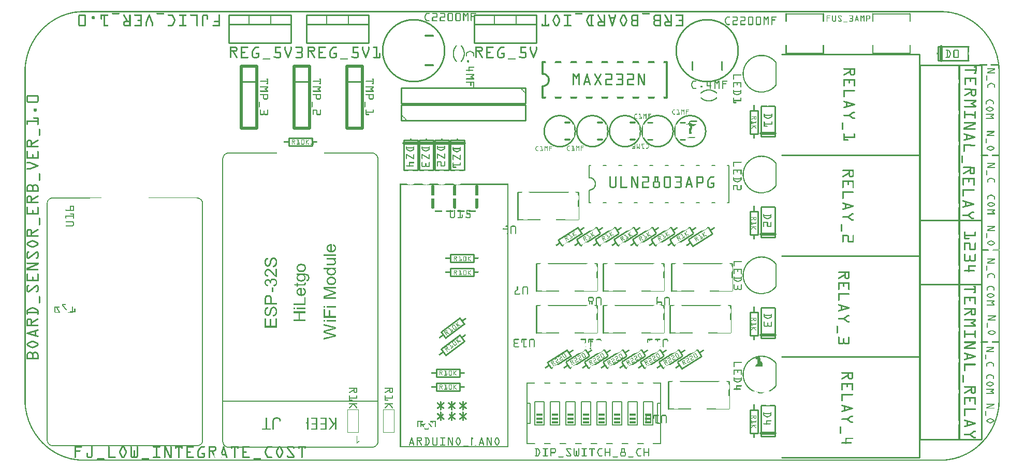
<source format=gto>
G04 MADE WITH FRITZING*
G04 WWW.FRITZING.ORG*
G04 DOUBLE SIDED*
G04 HOLES PLATED*
G04 CONTOUR ON CENTER OF CONTOUR VECTOR*
%ASAXBY*%
%FSLAX23Y23*%
%MOIN*%
%OFA0B0*%
%SFA1.0B1.0*%
%ADD10C,0.410000X0.39*%
%ADD11R,0.040000X0.015000*%
%ADD12C,0.010000*%
%ADD13C,0.020000*%
%ADD14C,0.006943*%
%ADD15C,0.009799*%
%ADD16C,0.008000*%
%ADD17C,0.012000*%
%ADD18C,0.005000*%
%ADD19C,0.011127*%
%ADD20C,0.011102*%
%ADD21C,0.011000*%
%ADD22R,0.001000X0.001000*%
%LNSILK1*%
G90*
G70*
G54D10*
X2507Y2646D03*
X4397Y2646D03*
G54D11*
X4017Y298D03*
X4017Y273D03*
X4017Y248D03*
X3917Y298D03*
X3917Y273D03*
X3917Y248D03*
X3817Y298D03*
X3817Y273D03*
X3817Y248D03*
X3717Y298D03*
X3717Y273D03*
X3717Y248D03*
X3617Y298D03*
X3617Y273D03*
X3617Y248D03*
X3517Y298D03*
X3517Y273D03*
X3517Y248D03*
X3417Y298D03*
X3417Y273D03*
X3417Y248D03*
X3317Y298D03*
X3317Y273D03*
X3317Y248D03*
G54D12*
X3367Y637D02*
X3493Y717D01*
D02*
X3493Y717D02*
X3520Y675D01*
G54D13*
D02*
X1397Y2546D02*
X1397Y2146D01*
D02*
X1397Y2146D02*
X1497Y2146D01*
D02*
X1497Y2146D02*
X1497Y2546D01*
D02*
X1497Y2546D02*
X1397Y2546D01*
G54D12*
D02*
X1397Y2446D02*
X1497Y2446D01*
G54D13*
D02*
X1737Y2546D02*
X1737Y2146D01*
D02*
X1737Y2146D02*
X1837Y2146D01*
D02*
X1837Y2146D02*
X1837Y2546D01*
D02*
X1837Y2546D02*
X1737Y2546D01*
G54D12*
D02*
X1737Y2446D02*
X1837Y2446D01*
G54D13*
D02*
X2077Y2546D02*
X2077Y2146D01*
D02*
X2077Y2146D02*
X2177Y2146D01*
D02*
X2177Y2146D02*
X2177Y2546D01*
D02*
X2177Y2546D02*
X2077Y2546D01*
G54D12*
D02*
X2077Y2446D02*
X2177Y2446D01*
G54D14*
D02*
X1277Y386D02*
X2277Y386D01*
G54D15*
D02*
X3177Y1731D02*
X3177Y1554D01*
D02*
X3297Y1271D02*
X3297Y1094D01*
D02*
X3727Y1271D02*
X3727Y1094D01*
D02*
X4167Y1271D02*
X4167Y1094D01*
D02*
X4147Y511D02*
X4147Y334D01*
D02*
X4157Y1001D02*
X4157Y824D01*
D02*
X3727Y1001D02*
X3727Y824D01*
D02*
X3297Y1001D02*
X3297Y824D01*
G54D12*
D02*
X4672Y180D02*
X4672Y330D01*
D02*
X4672Y330D02*
X4722Y330D01*
D02*
X4722Y330D02*
X4722Y180D01*
D02*
X4722Y180D02*
X4672Y180D01*
D02*
X4672Y810D02*
X4672Y960D01*
D02*
X4672Y960D02*
X4722Y960D01*
D02*
X4722Y960D02*
X4722Y810D01*
D02*
X4722Y810D02*
X4672Y810D01*
D02*
X4672Y2110D02*
X4672Y2260D01*
D02*
X4672Y2260D02*
X4722Y2260D01*
D02*
X4722Y2260D02*
X4722Y2110D01*
D02*
X4722Y2110D02*
X4672Y2110D01*
D02*
X4672Y1460D02*
X4672Y1610D01*
D02*
X4672Y1610D02*
X4722Y1610D01*
D02*
X4722Y1610D02*
X4722Y1460D01*
D02*
X4722Y1460D02*
X4672Y1460D01*
D02*
X4360Y675D02*
X4234Y594D01*
D02*
X4234Y594D02*
X4207Y637D01*
D02*
X4430Y1465D02*
X4304Y1384D01*
D02*
X4304Y1384D02*
X4277Y1427D01*
D02*
X3437Y1427D02*
X3563Y1507D01*
D02*
X3563Y1507D02*
X3590Y1465D01*
G54D16*
D02*
X3237Y501D02*
X3237Y371D01*
D02*
X3237Y241D02*
X3257Y241D01*
D02*
X3257Y241D02*
X3257Y371D01*
D02*
X3257Y371D02*
X3237Y371D01*
D02*
X3237Y241D02*
X3237Y111D01*
D02*
X3237Y371D02*
X3237Y241D01*
D02*
X4097Y111D02*
X4097Y241D01*
D02*
X4097Y371D02*
X4077Y371D01*
D02*
X4077Y371D02*
X4077Y241D01*
D02*
X4077Y241D02*
X4097Y241D01*
D02*
X4097Y371D02*
X4097Y501D01*
D02*
X4097Y241D02*
X4097Y371D01*
D02*
X3987Y381D02*
X3987Y231D01*
D02*
X3987Y381D02*
X4047Y381D01*
D02*
X4047Y231D02*
X4047Y381D01*
D02*
X4047Y231D02*
X3987Y231D01*
D02*
X3887Y381D02*
X3887Y231D01*
D02*
X3887Y381D02*
X3947Y381D01*
D02*
X3947Y231D02*
X3947Y381D01*
D02*
X3947Y231D02*
X3887Y231D01*
D02*
X3787Y381D02*
X3787Y231D01*
D02*
X3787Y381D02*
X3847Y381D01*
D02*
X3847Y231D02*
X3847Y381D01*
D02*
X3847Y231D02*
X3787Y231D01*
D02*
X3687Y381D02*
X3687Y231D01*
D02*
X3687Y381D02*
X3747Y381D01*
D02*
X3747Y231D02*
X3747Y381D01*
D02*
X3747Y231D02*
X3687Y231D01*
D02*
X3587Y381D02*
X3587Y231D01*
D02*
X3587Y381D02*
X3647Y381D01*
D02*
X3647Y231D02*
X3647Y381D01*
D02*
X3647Y231D02*
X3587Y231D01*
D02*
X3487Y381D02*
X3487Y231D01*
D02*
X3487Y381D02*
X3547Y381D01*
D02*
X3547Y231D02*
X3547Y381D01*
D02*
X3547Y231D02*
X3487Y231D01*
D02*
X3387Y381D02*
X3387Y231D01*
D02*
X3387Y381D02*
X3447Y381D01*
D02*
X3447Y231D02*
X3447Y381D01*
D02*
X3447Y231D02*
X3387Y231D01*
D02*
X3287Y381D02*
X3287Y231D01*
D02*
X3287Y381D02*
X3347Y381D01*
D02*
X3347Y231D02*
X3347Y381D01*
D02*
X3347Y231D02*
X3287Y231D01*
G54D12*
D02*
X4742Y2092D02*
X4742Y2287D01*
D02*
X4832Y2287D02*
X4832Y2092D01*
D02*
X4832Y2092D02*
X4742Y2092D01*
G54D13*
D02*
X4832Y2112D02*
X4742Y2112D01*
G54D12*
D02*
X4742Y1442D02*
X4742Y1637D01*
D02*
X4832Y1637D02*
X4832Y1442D01*
D02*
X4832Y1442D02*
X4742Y1442D01*
G54D13*
D02*
X4832Y1462D02*
X4742Y1462D01*
G54D12*
D02*
X4742Y792D02*
X4742Y987D01*
D02*
X4832Y987D02*
X4832Y792D01*
D02*
X4832Y792D02*
X4742Y792D01*
G54D13*
D02*
X4832Y812D02*
X4742Y812D01*
G54D12*
D02*
X4742Y160D02*
X4742Y355D01*
D02*
X4832Y355D02*
X4832Y160D01*
D02*
X4832Y160D02*
X4742Y160D01*
G54D13*
D02*
X4832Y180D02*
X4742Y180D01*
G54D12*
D02*
X2732Y2070D02*
X2732Y1875D01*
D02*
X2642Y1875D02*
X2642Y2070D01*
D02*
X2642Y2070D02*
X2732Y2070D01*
G54D13*
D02*
X2642Y2050D02*
X2732Y2050D01*
G54D12*
D02*
X2832Y2070D02*
X2832Y1875D01*
D02*
X2742Y1875D02*
X2742Y2070D01*
D02*
X2742Y2070D02*
X2832Y2070D01*
G54D13*
D02*
X2742Y2050D02*
X2832Y2050D01*
G54D12*
D02*
X2532Y2070D02*
X2532Y1875D01*
D02*
X2442Y1875D02*
X2442Y2070D01*
D02*
X2442Y2070D02*
X2532Y2070D01*
G54D13*
D02*
X2442Y2050D02*
X2532Y2050D01*
G54D12*
D02*
X2632Y2070D02*
X2632Y1875D01*
D02*
X2542Y1875D02*
X2542Y2070D01*
D02*
X2542Y2070D02*
X2632Y2070D01*
G54D13*
D02*
X2542Y2050D02*
X2632Y2050D01*
G54D16*
D02*
X4537Y1906D02*
X4537Y1666D01*
D02*
X3637Y1906D02*
X3637Y1826D01*
D02*
X3637Y1666D02*
X3637Y1746D01*
D02*
X3637Y1906D02*
X3647Y1906D01*
D02*
X3727Y1906D02*
X3747Y1906D01*
D02*
X3637Y1666D02*
X3647Y1666D01*
D02*
X4537Y1906D02*
X4527Y1906D01*
D02*
X4537Y1666D02*
X4527Y1666D01*
D02*
X3827Y1906D02*
X3847Y1906D01*
D02*
X3927Y1906D02*
X3947Y1906D01*
D02*
X4027Y1906D02*
X4047Y1906D01*
D02*
X4127Y1906D02*
X4147Y1906D01*
D02*
X4227Y1906D02*
X4247Y1906D01*
D02*
X4327Y1906D02*
X4347Y1906D01*
D02*
X4427Y1906D02*
X4447Y1906D01*
D02*
X3727Y1666D02*
X3747Y1666D01*
D02*
X3827Y1666D02*
X3847Y1666D01*
D02*
X3927Y1666D02*
X3947Y1666D01*
D02*
X4027Y1666D02*
X4047Y1666D01*
D02*
X4127Y1666D02*
X4147Y1666D01*
D02*
X4227Y1666D02*
X4247Y1666D01*
D02*
X4327Y1666D02*
X4347Y1666D01*
D02*
X4427Y1666D02*
X4447Y1666D01*
G54D12*
D02*
X2892Y1191D02*
X2742Y1191D01*
D02*
X2742Y1191D02*
X2742Y1241D01*
D02*
X2742Y1241D02*
X2892Y1241D01*
D02*
X2892Y1241D02*
X2892Y1191D01*
D02*
X2712Y791D02*
X2682Y831D01*
D02*
X2682Y831D02*
X2803Y921D01*
D02*
X2803Y921D02*
X2833Y881D01*
D02*
X2802Y541D02*
X2652Y541D01*
D02*
X2652Y541D02*
X2652Y591D01*
D02*
X2652Y591D02*
X2802Y591D01*
D02*
X2802Y591D02*
X2802Y541D01*
D02*
X2831Y773D02*
X2712Y682D01*
D02*
X2712Y682D02*
X2682Y722D01*
D02*
X2682Y722D02*
X2801Y813D01*
D02*
X2801Y813D02*
X2831Y773D01*
D02*
X1852Y2031D02*
X1702Y2031D01*
D02*
X1702Y2031D02*
X1702Y2081D01*
D02*
X1702Y2081D02*
X1852Y2081D01*
D02*
X1852Y2081D02*
X1852Y2031D01*
D02*
X2802Y451D02*
X2652Y451D01*
D02*
X2652Y451D02*
X2652Y501D01*
D02*
X2652Y501D02*
X2802Y501D01*
D02*
X2802Y501D02*
X2802Y451D01*
D02*
X2892Y1281D02*
X2742Y1281D01*
D02*
X2742Y1281D02*
X2742Y1331D01*
D02*
X2742Y1331D02*
X2892Y1331D01*
D02*
X2892Y1331D02*
X2892Y1281D01*
D02*
X3227Y2406D02*
X2427Y2406D01*
D02*
X2427Y2406D02*
X2427Y2306D01*
D02*
X2427Y2306D02*
X3227Y2306D01*
D02*
X3227Y2306D02*
X3227Y2406D01*
D02*
X2427Y2196D02*
X3227Y2196D01*
D02*
X3227Y2196D02*
X3227Y2296D01*
D02*
X3227Y2296D02*
X2427Y2296D01*
D02*
X2427Y2296D02*
X2427Y2196D01*
G54D17*
D02*
X4137Y2571D02*
X4137Y2341D01*
D02*
X3337Y2571D02*
X3337Y2496D01*
D02*
X3337Y2341D02*
X3337Y2416D01*
G54D16*
D02*
X4905Y2883D02*
X5142Y2883D01*
D02*
X4905Y2629D02*
X5145Y2629D01*
D02*
X5702Y2629D02*
X5465Y2629D01*
D02*
X5702Y2883D02*
X5462Y2883D01*
G54D12*
D02*
X5883Y2671D02*
X6078Y2671D01*
D02*
X6078Y2581D02*
X5883Y2581D01*
D02*
X5883Y2581D02*
X5883Y2671D01*
G54D13*
D02*
X5903Y2581D02*
X5903Y2671D01*
G54D12*
D02*
X1317Y2876D02*
X1717Y2876D01*
D02*
X1717Y2876D02*
X1717Y2696D01*
D02*
X1717Y2696D02*
X1317Y2696D01*
D02*
X1317Y2696D02*
X1317Y2876D01*
D02*
X1317Y2876D02*
X1717Y2876D01*
D02*
X1717Y2876D02*
X1717Y2816D01*
D02*
X1717Y2816D02*
X1317Y2816D01*
D02*
X1317Y2816D02*
X1317Y2876D01*
G54D18*
D02*
X1447Y2876D02*
X1447Y2816D01*
D02*
X1587Y2876D02*
X1587Y2816D01*
G54D12*
D02*
X1817Y2876D02*
X2217Y2876D01*
D02*
X2217Y2876D02*
X2217Y2696D01*
D02*
X2217Y2696D02*
X1817Y2696D01*
D02*
X1817Y2696D02*
X1817Y2876D01*
D02*
X1817Y2876D02*
X2217Y2876D01*
D02*
X2217Y2876D02*
X2217Y2816D01*
D02*
X2217Y2816D02*
X1817Y2816D01*
D02*
X1817Y2816D02*
X1817Y2876D01*
G54D18*
D02*
X1947Y2876D02*
X1947Y2816D01*
D02*
X2087Y2876D02*
X2087Y2816D01*
G54D12*
D02*
X2897Y2876D02*
X3297Y2876D01*
D02*
X3297Y2876D02*
X3297Y2696D01*
D02*
X3297Y2696D02*
X2897Y2696D01*
D02*
X2897Y2696D02*
X2897Y2876D01*
D02*
X2897Y2876D02*
X3297Y2876D01*
D02*
X3297Y2876D02*
X3297Y2816D01*
D02*
X3297Y2816D02*
X2897Y2816D01*
D02*
X2897Y2816D02*
X2897Y2876D01*
G54D18*
D02*
X3027Y2876D02*
X3027Y2816D01*
D02*
X3167Y2876D02*
X3167Y2816D01*
G54D19*
D02*
X5766Y2551D02*
X5766Y1140D01*
D02*
X5766Y1140D02*
X6162Y1140D01*
D02*
X6162Y1140D02*
X6162Y2551D01*
D02*
X6162Y2551D02*
X5766Y2551D01*
D02*
X5766Y1551D02*
X5766Y140D01*
D02*
X5766Y140D02*
X6162Y140D01*
D02*
X6162Y140D02*
X6162Y1551D01*
D02*
X6162Y1551D02*
X5766Y1551D01*
G54D20*
X4876Y1972D02*
X5761Y1972D01*
X5761Y2621D01*
X4876Y2621D01*
D02*
X4876Y1322D02*
X5761Y1322D01*
X5761Y1971D01*
X4876Y1971D01*
D02*
X4876Y672D02*
X5761Y672D01*
X5761Y1321D01*
X4876Y1321D01*
D02*
X4876Y22D02*
X5761Y22D01*
X5761Y671D01*
X4876Y671D01*
D02*
G54D21*
X4221Y2182D02*
X4251Y2182D01*
D02*
X4221Y2072D02*
X4251Y2072D01*
D02*
X4011Y2182D02*
X4041Y2182D01*
D02*
X4011Y2072D02*
X4041Y2072D01*
D02*
G54D22*
X361Y2901D02*
X5918Y2901D01*
X347Y2900D02*
X5932Y2900D01*
X338Y2899D02*
X5941Y2899D01*
X330Y2898D02*
X5949Y2898D01*
X323Y2897D02*
X5956Y2897D01*
X317Y2896D02*
X5962Y2896D01*
X311Y2895D02*
X5968Y2895D01*
X306Y2894D02*
X5973Y2894D01*
X302Y2893D02*
X360Y2893D01*
X5919Y2893D02*
X5977Y2893D01*
X297Y2892D02*
X347Y2892D01*
X5932Y2892D02*
X5982Y2892D01*
X293Y2891D02*
X337Y2891D01*
X5942Y2891D02*
X5986Y2891D01*
X289Y2890D02*
X329Y2890D01*
X566Y2890D02*
X608Y2890D01*
X854Y2890D02*
X896Y2890D01*
X5950Y2890D02*
X5990Y2890D01*
X285Y2889D02*
X322Y2889D01*
X565Y2889D02*
X610Y2889D01*
X852Y2889D02*
X898Y2889D01*
X3548Y2889D02*
X3590Y2889D01*
X3980Y2889D02*
X4022Y2889D01*
X5957Y2889D02*
X5994Y2889D01*
X282Y2888D02*
X316Y2888D01*
X564Y2888D02*
X611Y2888D01*
X852Y2888D02*
X899Y2888D01*
X2589Y2888D02*
X2606Y2888D01*
X2626Y2888D02*
X2654Y2888D01*
X2676Y2888D02*
X2704Y2888D01*
X2729Y2888D02*
X2754Y2888D01*
X2779Y2888D02*
X2804Y2888D01*
X2824Y2888D02*
X2833Y2888D01*
X2850Y2888D02*
X2858Y2888D01*
X2874Y2888D02*
X2906Y2888D01*
X3546Y2888D02*
X3592Y2888D01*
X3978Y2888D02*
X4024Y2888D01*
X5963Y2888D02*
X5997Y2888D01*
X278Y2887D02*
X311Y2887D01*
X563Y2887D02*
X611Y2887D01*
X851Y2887D02*
X899Y2887D01*
X2587Y2887D02*
X2607Y2887D01*
X2625Y2887D02*
X2655Y2887D01*
X2675Y2887D02*
X2705Y2887D01*
X2727Y2887D02*
X2755Y2887D01*
X2777Y2887D02*
X2805Y2887D01*
X2824Y2887D02*
X2833Y2887D01*
X2849Y2887D02*
X2858Y2887D01*
X2874Y2887D02*
X2907Y2887D01*
X3545Y2887D02*
X3593Y2887D01*
X3977Y2887D02*
X4025Y2887D01*
X4902Y2887D02*
X4905Y2887D01*
X5142Y2887D02*
X5145Y2887D01*
X5460Y2887D02*
X5463Y2887D01*
X5700Y2887D02*
X5703Y2887D01*
X5968Y2887D02*
X6001Y2887D01*
X275Y2886D02*
X306Y2886D01*
X563Y2886D02*
X611Y2886D01*
X851Y2886D02*
X899Y2886D01*
X2586Y2886D02*
X2608Y2886D01*
X2625Y2886D02*
X2656Y2886D01*
X2675Y2886D02*
X2706Y2886D01*
X2726Y2886D02*
X2756Y2886D01*
X2776Y2886D02*
X2806Y2886D01*
X2824Y2886D02*
X2834Y2886D01*
X2848Y2886D02*
X2858Y2886D01*
X2874Y2886D02*
X2908Y2886D01*
X3545Y2886D02*
X3593Y2886D01*
X3977Y2886D02*
X4025Y2886D01*
X4901Y2886D02*
X4906Y2886D01*
X5141Y2886D02*
X5146Y2886D01*
X5459Y2886D02*
X5464Y2886D01*
X5699Y2886D02*
X5704Y2886D01*
X5973Y2886D02*
X6004Y2886D01*
X271Y2885D02*
X301Y2885D01*
X563Y2885D02*
X611Y2885D01*
X851Y2885D02*
X899Y2885D01*
X2585Y2885D02*
X2608Y2885D01*
X2625Y2885D02*
X2657Y2885D01*
X2675Y2885D02*
X2707Y2885D01*
X2725Y2885D02*
X2757Y2885D01*
X2775Y2885D02*
X2807Y2885D01*
X2824Y2885D02*
X2835Y2885D01*
X2848Y2885D02*
X2858Y2885D01*
X2874Y2885D02*
X2908Y2885D01*
X3545Y2885D02*
X3593Y2885D01*
X3977Y2885D02*
X4025Y2885D01*
X4901Y2885D02*
X4907Y2885D01*
X5141Y2885D02*
X5147Y2885D01*
X5458Y2885D02*
X5464Y2885D01*
X5698Y2885D02*
X5704Y2885D01*
X5978Y2885D02*
X6008Y2885D01*
X268Y2884D02*
X297Y2884D01*
X563Y2884D02*
X611Y2884D01*
X851Y2884D02*
X899Y2884D01*
X2584Y2884D02*
X2608Y2884D01*
X2625Y2884D02*
X2658Y2884D01*
X2675Y2884D02*
X2708Y2884D01*
X2725Y2884D02*
X2758Y2884D01*
X2775Y2884D02*
X2808Y2884D01*
X2824Y2884D02*
X2835Y2884D01*
X2847Y2884D02*
X2858Y2884D01*
X2874Y2884D02*
X2908Y2884D01*
X3545Y2884D02*
X3593Y2884D01*
X3977Y2884D02*
X4025Y2884D01*
X4900Y2884D02*
X4907Y2884D01*
X5140Y2884D02*
X5147Y2884D01*
X5458Y2884D02*
X5465Y2884D01*
X5698Y2884D02*
X5705Y2884D01*
X5982Y2884D02*
X6011Y2884D01*
X265Y2883D02*
X293Y2883D01*
X563Y2883D02*
X611Y2883D01*
X851Y2883D02*
X899Y2883D01*
X2583Y2883D02*
X2607Y2883D01*
X2625Y2883D02*
X2658Y2883D01*
X2675Y2883D02*
X2708Y2883D01*
X2725Y2883D02*
X2758Y2883D01*
X2775Y2883D02*
X2808Y2883D01*
X2824Y2883D02*
X2836Y2883D01*
X2846Y2883D02*
X2858Y2883D01*
X2874Y2883D02*
X2907Y2883D01*
X3545Y2883D02*
X3593Y2883D01*
X3977Y2883D02*
X4025Y2883D01*
X4900Y2883D02*
X4907Y2883D01*
X5140Y2883D02*
X5147Y2883D01*
X5458Y2883D02*
X5465Y2883D01*
X5698Y2883D02*
X5705Y2883D01*
X5986Y2883D02*
X6014Y2883D01*
X262Y2882D02*
X289Y2882D01*
X564Y2882D02*
X610Y2882D01*
X852Y2882D02*
X898Y2882D01*
X2583Y2882D02*
X2606Y2882D01*
X2626Y2882D02*
X2658Y2882D01*
X2676Y2882D02*
X2708Y2882D01*
X2725Y2882D02*
X2758Y2882D01*
X2775Y2882D02*
X2808Y2882D01*
X2824Y2882D02*
X2837Y2882D01*
X2846Y2882D02*
X2858Y2882D01*
X2874Y2882D02*
X2906Y2882D01*
X3545Y2882D02*
X3593Y2882D01*
X3977Y2882D02*
X4025Y2882D01*
X4900Y2882D02*
X4907Y2882D01*
X5140Y2882D02*
X5147Y2882D01*
X5458Y2882D02*
X5465Y2882D01*
X5698Y2882D02*
X5705Y2882D01*
X5990Y2882D02*
X6017Y2882D01*
X260Y2881D02*
X285Y2881D01*
X565Y2881D02*
X609Y2881D01*
X853Y2881D02*
X897Y2881D01*
X2582Y2881D02*
X2590Y2881D01*
X2652Y2881D02*
X2658Y2881D01*
X2702Y2881D02*
X2708Y2881D01*
X2724Y2881D02*
X2731Y2881D01*
X2752Y2881D02*
X2758Y2881D01*
X2774Y2881D02*
X2781Y2881D01*
X2802Y2881D02*
X2808Y2881D01*
X2824Y2881D02*
X2838Y2881D01*
X2845Y2881D02*
X2858Y2881D01*
X2874Y2881D02*
X2880Y2881D01*
X3546Y2881D02*
X3592Y2881D01*
X3978Y2881D02*
X4024Y2881D01*
X4900Y2881D02*
X4907Y2881D01*
X5140Y2881D02*
X5147Y2881D01*
X5458Y2881D02*
X5465Y2881D01*
X5698Y2881D02*
X5705Y2881D01*
X5994Y2881D02*
X6019Y2881D01*
X257Y2880D02*
X281Y2880D01*
X355Y2880D02*
X387Y2880D01*
X495Y2880D02*
X536Y2880D01*
X639Y2880D02*
X640Y2880D01*
X678Y2880D02*
X680Y2880D01*
X711Y2880D02*
X755Y2880D01*
X802Y2880D02*
X804Y2880D01*
X927Y2880D02*
X948Y2880D01*
X999Y2880D02*
X1040Y2880D01*
X1071Y2880D02*
X1115Y2880D01*
X1157Y2880D02*
X1170Y2880D01*
X1254Y2880D02*
X1256Y2880D01*
X2582Y2880D02*
X2589Y2880D01*
X2652Y2880D02*
X2658Y2880D01*
X2702Y2880D02*
X2708Y2880D01*
X2724Y2880D02*
X2731Y2880D01*
X2752Y2880D02*
X2758Y2880D01*
X2774Y2880D02*
X2781Y2880D01*
X2802Y2880D02*
X2808Y2880D01*
X2824Y2880D02*
X2838Y2880D01*
X2844Y2880D02*
X2858Y2880D01*
X2874Y2880D02*
X2880Y2880D01*
X3547Y2880D02*
X3591Y2880D01*
X3979Y2880D02*
X4023Y2880D01*
X4900Y2880D02*
X4907Y2880D01*
X5140Y2880D02*
X5147Y2880D01*
X5458Y2880D02*
X5465Y2880D01*
X5698Y2880D02*
X5705Y2880D01*
X5998Y2880D02*
X6022Y2880D01*
X254Y2879D02*
X278Y2879D01*
X352Y2879D02*
X390Y2879D01*
X493Y2879D02*
X538Y2879D01*
X637Y2879D02*
X642Y2879D01*
X676Y2879D02*
X682Y2879D01*
X709Y2879D02*
X756Y2879D01*
X800Y2879D02*
X806Y2879D01*
X925Y2879D02*
X951Y2879D01*
X997Y2879D02*
X1042Y2879D01*
X1069Y2879D02*
X1115Y2879D01*
X1153Y2879D02*
X1173Y2879D01*
X1252Y2879D02*
X1258Y2879D01*
X2581Y2879D02*
X2588Y2879D01*
X2652Y2879D02*
X2658Y2879D01*
X2702Y2879D02*
X2708Y2879D01*
X2724Y2879D02*
X2731Y2879D01*
X2752Y2879D02*
X2758Y2879D01*
X2774Y2879D02*
X2781Y2879D01*
X2802Y2879D02*
X2808Y2879D01*
X2824Y2879D02*
X2839Y2879D01*
X2844Y2879D02*
X2858Y2879D01*
X2874Y2879D02*
X2880Y2879D01*
X3352Y2879D02*
X3354Y2879D01*
X3423Y2879D02*
X3428Y2879D01*
X3476Y2879D02*
X3518Y2879D01*
X3639Y2879D02*
X3662Y2879D01*
X3692Y2879D02*
X3695Y2879D01*
X3732Y2879D02*
X3734Y2879D01*
X3764Y2879D02*
X3766Y2879D01*
X3804Y2879D02*
X3806Y2879D01*
X3855Y2879D02*
X3859Y2879D01*
X3921Y2879D02*
X3953Y2879D01*
X4065Y2879D02*
X4097Y2879D01*
X4124Y2879D02*
X4127Y2879D01*
X4164Y2879D02*
X4166Y2879D01*
X4196Y2879D02*
X4241Y2879D01*
X4900Y2879D02*
X4907Y2879D01*
X5140Y2879D02*
X5147Y2879D01*
X5458Y2879D02*
X5465Y2879D01*
X5698Y2879D02*
X5705Y2879D01*
X6001Y2879D02*
X6025Y2879D01*
X251Y2878D02*
X274Y2878D01*
X351Y2878D02*
X392Y2878D01*
X492Y2878D02*
X539Y2878D01*
X636Y2878D02*
X643Y2878D01*
X675Y2878D02*
X683Y2878D01*
X708Y2878D02*
X756Y2878D01*
X799Y2878D02*
X807Y2878D01*
X924Y2878D02*
X953Y2878D01*
X996Y2878D02*
X1042Y2878D01*
X1068Y2878D02*
X1115Y2878D01*
X1151Y2878D02*
X1175Y2878D01*
X1251Y2878D02*
X1258Y2878D01*
X2581Y2878D02*
X2588Y2878D01*
X2652Y2878D02*
X2658Y2878D01*
X2702Y2878D02*
X2708Y2878D01*
X2724Y2878D02*
X2731Y2878D01*
X2752Y2878D02*
X2758Y2878D01*
X2774Y2878D02*
X2781Y2878D01*
X2802Y2878D02*
X2808Y2878D01*
X2824Y2878D02*
X2840Y2878D01*
X2843Y2878D02*
X2850Y2878D01*
X2852Y2878D02*
X2858Y2878D01*
X2874Y2878D02*
X2880Y2878D01*
X3350Y2878D02*
X3356Y2878D01*
X3420Y2878D02*
X3430Y2878D01*
X3474Y2878D02*
X3520Y2878D01*
X3636Y2878D02*
X3664Y2878D01*
X3690Y2878D02*
X3696Y2878D01*
X3730Y2878D02*
X3736Y2878D01*
X3762Y2878D02*
X3768Y2878D01*
X3802Y2878D02*
X3808Y2878D01*
X3852Y2878D02*
X3862Y2878D01*
X3918Y2878D02*
X3953Y2878D01*
X4062Y2878D02*
X4097Y2878D01*
X4122Y2878D02*
X4128Y2878D01*
X4162Y2878D02*
X4168Y2878D01*
X4194Y2878D02*
X4241Y2878D01*
X4900Y2878D02*
X4907Y2878D01*
X5140Y2878D02*
X5147Y2878D01*
X5458Y2878D02*
X5465Y2878D01*
X5698Y2878D02*
X5705Y2878D01*
X6005Y2878D02*
X6028Y2878D01*
X248Y2877D02*
X271Y2877D01*
X350Y2877D02*
X393Y2877D01*
X491Y2877D02*
X539Y2877D01*
X635Y2877D02*
X644Y2877D01*
X675Y2877D02*
X683Y2877D01*
X707Y2877D02*
X756Y2877D01*
X799Y2877D02*
X807Y2877D01*
X923Y2877D02*
X954Y2877D01*
X995Y2877D02*
X1043Y2877D01*
X1067Y2877D02*
X1115Y2877D01*
X1150Y2877D02*
X1177Y2877D01*
X1251Y2877D02*
X1259Y2877D01*
X2580Y2877D02*
X2587Y2877D01*
X2652Y2877D02*
X2658Y2877D01*
X2702Y2877D02*
X2708Y2877D01*
X2724Y2877D02*
X2731Y2877D01*
X2752Y2877D02*
X2758Y2877D01*
X2774Y2877D02*
X2781Y2877D01*
X2802Y2877D02*
X2808Y2877D01*
X2824Y2877D02*
X2831Y2877D01*
X2833Y2877D02*
X2840Y2877D01*
X2842Y2877D02*
X2850Y2877D01*
X2852Y2877D02*
X2858Y2877D01*
X2874Y2877D02*
X2880Y2877D01*
X3349Y2877D02*
X3357Y2877D01*
X3418Y2877D02*
X3432Y2877D01*
X3473Y2877D02*
X3520Y2877D01*
X3635Y2877D02*
X3664Y2877D01*
X3689Y2877D02*
X3697Y2877D01*
X3729Y2877D02*
X3736Y2877D01*
X3761Y2877D02*
X3769Y2877D01*
X3801Y2877D02*
X3809Y2877D01*
X3850Y2877D02*
X3864Y2877D01*
X3916Y2877D02*
X3953Y2877D01*
X4060Y2877D02*
X4097Y2877D01*
X4121Y2877D02*
X4129Y2877D01*
X4161Y2877D02*
X4168Y2877D01*
X4193Y2877D02*
X4241Y2877D01*
X4900Y2877D02*
X4907Y2877D01*
X5140Y2877D02*
X5147Y2877D01*
X5458Y2877D02*
X5465Y2877D01*
X5698Y2877D02*
X5705Y2877D01*
X6008Y2877D02*
X6031Y2877D01*
X246Y2876D02*
X268Y2876D01*
X349Y2876D02*
X394Y2876D01*
X491Y2876D02*
X539Y2876D01*
X635Y2876D02*
X644Y2876D01*
X675Y2876D02*
X683Y2876D01*
X707Y2876D02*
X756Y2876D01*
X798Y2876D02*
X808Y2876D01*
X923Y2876D02*
X956Y2876D01*
X995Y2876D02*
X1043Y2876D01*
X1067Y2876D02*
X1115Y2876D01*
X1148Y2876D02*
X1178Y2876D01*
X1251Y2876D02*
X1259Y2876D01*
X2580Y2876D02*
X2587Y2876D01*
X2652Y2876D02*
X2658Y2876D01*
X2702Y2876D02*
X2708Y2876D01*
X2724Y2876D02*
X2731Y2876D01*
X2752Y2876D02*
X2758Y2876D01*
X2774Y2876D02*
X2781Y2876D01*
X2802Y2876D02*
X2808Y2876D01*
X2824Y2876D02*
X2831Y2876D01*
X2833Y2876D02*
X2849Y2876D01*
X2852Y2876D02*
X2858Y2876D01*
X2874Y2876D02*
X2880Y2876D01*
X3349Y2876D02*
X3357Y2876D01*
X3417Y2876D02*
X3433Y2876D01*
X3473Y2876D02*
X3521Y2876D01*
X3633Y2876D02*
X3665Y2876D01*
X3689Y2876D02*
X3698Y2876D01*
X3729Y2876D02*
X3737Y2876D01*
X3761Y2876D02*
X3769Y2876D01*
X3801Y2876D02*
X3809Y2876D01*
X3849Y2876D02*
X3865Y2876D01*
X3914Y2876D02*
X3953Y2876D01*
X4058Y2876D02*
X4097Y2876D01*
X4121Y2876D02*
X4130Y2876D01*
X4161Y2876D02*
X4169Y2876D01*
X4193Y2876D02*
X4241Y2876D01*
X4900Y2876D02*
X4907Y2876D01*
X5140Y2876D02*
X5147Y2876D01*
X5458Y2876D02*
X5465Y2876D01*
X5698Y2876D02*
X5705Y2876D01*
X6011Y2876D02*
X6033Y2876D01*
X243Y2875D02*
X265Y2875D01*
X348Y2875D02*
X394Y2875D01*
X491Y2875D02*
X539Y2875D01*
X635Y2875D02*
X645Y2875D01*
X674Y2875D02*
X683Y2875D01*
X707Y2875D02*
X756Y2875D01*
X798Y2875D02*
X808Y2875D01*
X923Y2875D02*
X957Y2875D01*
X995Y2875D02*
X1043Y2875D01*
X1067Y2875D02*
X1115Y2875D01*
X1148Y2875D02*
X1179Y2875D01*
X1250Y2875D02*
X1259Y2875D01*
X2579Y2875D02*
X2586Y2875D01*
X2652Y2875D02*
X2658Y2875D01*
X2702Y2875D02*
X2708Y2875D01*
X2724Y2875D02*
X2731Y2875D01*
X2752Y2875D02*
X2758Y2875D01*
X2774Y2875D02*
X2781Y2875D01*
X2802Y2875D02*
X2808Y2875D01*
X2824Y2875D02*
X2831Y2875D01*
X2834Y2875D02*
X2848Y2875D01*
X2852Y2875D02*
X2858Y2875D01*
X2874Y2875D02*
X2880Y2875D01*
X3349Y2875D02*
X3357Y2875D01*
X3416Y2875D02*
X3434Y2875D01*
X3473Y2875D02*
X3521Y2875D01*
X3632Y2875D02*
X3665Y2875D01*
X3689Y2875D02*
X3698Y2875D01*
X3728Y2875D02*
X3737Y2875D01*
X3761Y2875D02*
X3770Y2875D01*
X3800Y2875D02*
X3809Y2875D01*
X3848Y2875D02*
X3866Y2875D01*
X3912Y2875D02*
X3953Y2875D01*
X4056Y2875D02*
X4097Y2875D01*
X4121Y2875D02*
X4130Y2875D01*
X4160Y2875D02*
X4169Y2875D01*
X4193Y2875D02*
X4241Y2875D01*
X4900Y2875D02*
X4907Y2875D01*
X5140Y2875D02*
X5147Y2875D01*
X5458Y2875D02*
X5465Y2875D01*
X5698Y2875D02*
X5705Y2875D01*
X6014Y2875D02*
X6036Y2875D01*
X241Y2874D02*
X262Y2874D01*
X348Y2874D02*
X395Y2874D01*
X491Y2874D02*
X539Y2874D01*
X635Y2874D02*
X645Y2874D01*
X674Y2874D02*
X684Y2874D01*
X707Y2874D02*
X756Y2874D01*
X798Y2874D02*
X809Y2874D01*
X923Y2874D02*
X957Y2874D01*
X995Y2874D02*
X1043Y2874D01*
X1067Y2874D02*
X1115Y2874D01*
X1147Y2874D02*
X1180Y2874D01*
X1250Y2874D02*
X1259Y2874D01*
X2579Y2874D02*
X2586Y2874D01*
X2652Y2874D02*
X2658Y2874D01*
X2702Y2874D02*
X2708Y2874D01*
X2724Y2874D02*
X2731Y2874D01*
X2752Y2874D02*
X2758Y2874D01*
X2774Y2874D02*
X2781Y2874D01*
X2802Y2874D02*
X2808Y2874D01*
X2824Y2874D02*
X2831Y2874D01*
X2835Y2874D02*
X2848Y2874D01*
X2852Y2874D02*
X2858Y2874D01*
X2874Y2874D02*
X2880Y2874D01*
X3348Y2874D02*
X3358Y2874D01*
X3415Y2874D02*
X3435Y2874D01*
X3473Y2874D02*
X3521Y2874D01*
X3631Y2874D02*
X3665Y2874D01*
X3689Y2874D02*
X3699Y2874D01*
X3728Y2874D02*
X3737Y2874D01*
X3761Y2874D02*
X3770Y2874D01*
X3800Y2874D02*
X3810Y2874D01*
X3847Y2874D02*
X3867Y2874D01*
X3911Y2874D02*
X3953Y2874D01*
X4055Y2874D02*
X4097Y2874D01*
X4121Y2874D02*
X4131Y2874D01*
X4160Y2874D02*
X4169Y2874D01*
X4193Y2874D02*
X4241Y2874D01*
X4900Y2874D02*
X4907Y2874D01*
X5140Y2874D02*
X5147Y2874D01*
X5458Y2874D02*
X5465Y2874D01*
X5698Y2874D02*
X5705Y2874D01*
X6017Y2874D02*
X6038Y2874D01*
X239Y2873D02*
X259Y2873D01*
X347Y2873D02*
X395Y2873D01*
X491Y2873D02*
X539Y2873D01*
X635Y2873D02*
X646Y2873D01*
X674Y2873D02*
X684Y2873D01*
X707Y2873D02*
X756Y2873D01*
X797Y2873D02*
X809Y2873D01*
X923Y2873D02*
X958Y2873D01*
X995Y2873D02*
X1043Y2873D01*
X1067Y2873D02*
X1115Y2873D01*
X1146Y2873D02*
X1180Y2873D01*
X1250Y2873D02*
X1259Y2873D01*
X2578Y2873D02*
X2585Y2873D01*
X2652Y2873D02*
X2658Y2873D01*
X2702Y2873D02*
X2708Y2873D01*
X2724Y2873D02*
X2731Y2873D01*
X2752Y2873D02*
X2758Y2873D01*
X2774Y2873D02*
X2781Y2873D01*
X2802Y2873D02*
X2808Y2873D01*
X2824Y2873D02*
X2831Y2873D01*
X2836Y2873D02*
X2847Y2873D01*
X2852Y2873D02*
X2858Y2873D01*
X2874Y2873D02*
X2880Y2873D01*
X3348Y2873D02*
X3358Y2873D01*
X3414Y2873D02*
X3436Y2873D01*
X3473Y2873D02*
X3521Y2873D01*
X3630Y2873D02*
X3665Y2873D01*
X3689Y2873D02*
X3699Y2873D01*
X3728Y2873D02*
X3737Y2873D01*
X3761Y2873D02*
X3770Y2873D01*
X3800Y2873D02*
X3809Y2873D01*
X3846Y2873D02*
X3868Y2873D01*
X3910Y2873D02*
X3953Y2873D01*
X4054Y2873D02*
X4097Y2873D01*
X4121Y2873D02*
X4131Y2873D01*
X4160Y2873D02*
X4169Y2873D01*
X4193Y2873D02*
X4241Y2873D01*
X4900Y2873D02*
X4907Y2873D01*
X5140Y2873D02*
X5147Y2873D01*
X5458Y2873D02*
X5465Y2873D01*
X5698Y2873D02*
X5705Y2873D01*
X6020Y2873D02*
X6040Y2873D01*
X236Y2872D02*
X257Y2872D01*
X347Y2872D02*
X395Y2872D01*
X491Y2872D02*
X538Y2872D01*
X636Y2872D02*
X647Y2872D01*
X674Y2872D02*
X684Y2872D01*
X708Y2872D02*
X756Y2872D01*
X797Y2872D02*
X809Y2872D01*
X924Y2872D02*
X959Y2872D01*
X996Y2872D02*
X1042Y2872D01*
X1068Y2872D02*
X1115Y2872D01*
X1145Y2872D02*
X1181Y2872D01*
X1250Y2872D02*
X1259Y2872D01*
X2578Y2872D02*
X2585Y2872D01*
X2652Y2872D02*
X2658Y2872D01*
X2702Y2872D02*
X2708Y2872D01*
X2724Y2872D02*
X2731Y2872D01*
X2752Y2872D02*
X2758Y2872D01*
X2774Y2872D02*
X2781Y2872D01*
X2802Y2872D02*
X2808Y2872D01*
X2824Y2872D02*
X2831Y2872D01*
X2836Y2872D02*
X2846Y2872D01*
X2852Y2872D02*
X2858Y2872D01*
X2874Y2872D02*
X2880Y2872D01*
X3348Y2872D02*
X3358Y2872D01*
X3414Y2872D02*
X3436Y2872D01*
X3473Y2872D02*
X3521Y2872D01*
X3630Y2872D02*
X3665Y2872D01*
X3689Y2872D02*
X3700Y2872D01*
X3728Y2872D02*
X3737Y2872D01*
X3761Y2872D02*
X3771Y2872D01*
X3799Y2872D02*
X3809Y2872D01*
X3846Y2872D02*
X3868Y2872D01*
X3909Y2872D02*
X3953Y2872D01*
X4053Y2872D02*
X4097Y2872D01*
X4121Y2872D02*
X4132Y2872D01*
X4160Y2872D02*
X4169Y2872D01*
X4193Y2872D02*
X4241Y2872D01*
X4900Y2872D02*
X4907Y2872D01*
X5140Y2872D02*
X5147Y2872D01*
X5165Y2872D02*
X5188Y2872D01*
X5202Y2872D02*
X5204Y2872D01*
X5222Y2872D02*
X5225Y2872D01*
X5240Y2872D02*
X5258Y2872D01*
X5311Y2872D02*
X5332Y2872D01*
X5358Y2872D02*
X5361Y2872D01*
X5384Y2872D02*
X5390Y2872D01*
X5402Y2872D02*
X5408Y2872D01*
X5420Y2872D02*
X5440Y2872D01*
X5458Y2872D02*
X5465Y2872D01*
X5698Y2872D02*
X5705Y2872D01*
X6022Y2872D02*
X6043Y2872D01*
X234Y2871D02*
X254Y2871D01*
X347Y2871D02*
X395Y2871D01*
X491Y2871D02*
X537Y2871D01*
X636Y2871D02*
X647Y2871D01*
X674Y2871D02*
X684Y2871D01*
X709Y2871D02*
X756Y2871D01*
X797Y2871D02*
X810Y2871D01*
X925Y2871D02*
X959Y2871D01*
X997Y2871D02*
X1041Y2871D01*
X1069Y2871D02*
X1115Y2871D01*
X1145Y2871D02*
X1181Y2871D01*
X1250Y2871D02*
X1259Y2871D01*
X2577Y2871D02*
X2584Y2871D01*
X2652Y2871D02*
X2658Y2871D01*
X2702Y2871D02*
X2708Y2871D01*
X2724Y2871D02*
X2731Y2871D01*
X2752Y2871D02*
X2758Y2871D01*
X2774Y2871D02*
X2781Y2871D01*
X2802Y2871D02*
X2808Y2871D01*
X2824Y2871D02*
X2831Y2871D01*
X2837Y2871D02*
X2846Y2871D01*
X2852Y2871D02*
X2858Y2871D01*
X2874Y2871D02*
X2881Y2871D01*
X3348Y2871D02*
X3358Y2871D01*
X3413Y2871D02*
X3437Y2871D01*
X3474Y2871D02*
X3520Y2871D01*
X3629Y2871D02*
X3664Y2871D01*
X3690Y2871D02*
X3700Y2871D01*
X3728Y2871D02*
X3737Y2871D01*
X3761Y2871D02*
X3771Y2871D01*
X3799Y2871D02*
X3809Y2871D01*
X3845Y2871D02*
X3869Y2871D01*
X3909Y2871D02*
X3953Y2871D01*
X4053Y2871D02*
X4097Y2871D01*
X4122Y2871D02*
X4132Y2871D01*
X4160Y2871D02*
X4169Y2871D01*
X4194Y2871D02*
X4241Y2871D01*
X4900Y2871D02*
X4907Y2871D01*
X5140Y2871D02*
X5147Y2871D01*
X5165Y2871D02*
X5189Y2871D01*
X5201Y2871D02*
X5205Y2871D01*
X5221Y2871D02*
X5225Y2871D01*
X5239Y2871D02*
X5260Y2871D01*
X5311Y2871D02*
X5334Y2871D01*
X5357Y2871D02*
X5361Y2871D01*
X5384Y2871D02*
X5390Y2871D01*
X5401Y2871D02*
X5408Y2871D01*
X5420Y2871D02*
X5442Y2871D01*
X5458Y2871D02*
X5465Y2871D01*
X5698Y2871D02*
X5705Y2871D01*
X6025Y2871D02*
X6045Y2871D01*
X231Y2870D02*
X251Y2870D01*
X347Y2870D02*
X356Y2870D01*
X386Y2870D02*
X396Y2870D01*
X491Y2870D02*
X500Y2870D01*
X510Y2870D02*
X520Y2870D01*
X637Y2870D02*
X648Y2870D01*
X674Y2870D02*
X684Y2870D01*
X746Y2870D02*
X756Y2870D01*
X796Y2870D02*
X810Y2870D01*
X947Y2870D02*
X960Y2870D01*
X1014Y2870D02*
X1024Y2870D01*
X1106Y2870D02*
X1115Y2870D01*
X1145Y2870D02*
X1157Y2870D01*
X1169Y2870D02*
X1182Y2870D01*
X1250Y2870D02*
X1259Y2870D01*
X2577Y2870D02*
X2584Y2870D01*
X2652Y2870D02*
X2658Y2870D01*
X2702Y2870D02*
X2708Y2870D01*
X2724Y2870D02*
X2731Y2870D01*
X2752Y2870D02*
X2758Y2870D01*
X2774Y2870D02*
X2781Y2870D01*
X2802Y2870D02*
X2808Y2870D01*
X2824Y2870D02*
X2831Y2870D01*
X2838Y2870D02*
X2845Y2870D01*
X2852Y2870D02*
X2858Y2870D01*
X2874Y2870D02*
X2900Y2870D01*
X3348Y2870D02*
X3358Y2870D01*
X3413Y2870D02*
X3437Y2870D01*
X3475Y2870D02*
X3519Y2870D01*
X3629Y2870D02*
X3663Y2870D01*
X3690Y2870D02*
X3701Y2870D01*
X3728Y2870D02*
X3737Y2870D01*
X3762Y2870D02*
X3771Y2870D01*
X3799Y2870D02*
X3808Y2870D01*
X3845Y2870D02*
X3869Y2870D01*
X3908Y2870D02*
X3953Y2870D01*
X4052Y2870D02*
X4097Y2870D01*
X4122Y2870D02*
X4133Y2870D01*
X4160Y2870D02*
X4169Y2870D01*
X4195Y2870D02*
X4241Y2870D01*
X4900Y2870D02*
X4907Y2870D01*
X5140Y2870D02*
X5147Y2870D01*
X5165Y2870D02*
X5189Y2870D01*
X5201Y2870D02*
X5205Y2870D01*
X5221Y2870D02*
X5225Y2870D01*
X5238Y2870D02*
X5260Y2870D01*
X5311Y2870D02*
X5334Y2870D01*
X5357Y2870D02*
X5361Y2870D01*
X5384Y2870D02*
X5391Y2870D01*
X5400Y2870D02*
X5408Y2870D01*
X5420Y2870D02*
X5443Y2870D01*
X5458Y2870D02*
X5465Y2870D01*
X5698Y2870D02*
X5705Y2870D01*
X6028Y2870D02*
X6048Y2870D01*
X229Y2869D02*
X249Y2869D01*
X347Y2869D02*
X356Y2869D01*
X386Y2869D02*
X396Y2869D01*
X491Y2869D02*
X500Y2869D01*
X511Y2869D02*
X520Y2869D01*
X637Y2869D02*
X648Y2869D01*
X674Y2869D02*
X684Y2869D01*
X746Y2869D02*
X756Y2869D01*
X796Y2869D02*
X811Y2869D01*
X949Y2869D02*
X960Y2869D01*
X1015Y2869D02*
X1024Y2869D01*
X1106Y2869D02*
X1115Y2869D01*
X1144Y2869D02*
X1155Y2869D01*
X1171Y2869D02*
X1182Y2869D01*
X1250Y2869D02*
X1259Y2869D01*
X2576Y2869D02*
X2583Y2869D01*
X2652Y2869D02*
X2658Y2869D01*
X2702Y2869D02*
X2708Y2869D01*
X2724Y2869D02*
X2731Y2869D01*
X2752Y2869D02*
X2758Y2869D01*
X2774Y2869D02*
X2781Y2869D01*
X2802Y2869D02*
X2808Y2869D01*
X2824Y2869D02*
X2831Y2869D01*
X2838Y2869D02*
X2844Y2869D01*
X2852Y2869D02*
X2858Y2869D01*
X2874Y2869D02*
X2901Y2869D01*
X3348Y2869D02*
X3358Y2869D01*
X3412Y2869D02*
X3423Y2869D01*
X3427Y2869D02*
X3438Y2869D01*
X3492Y2869D02*
X3502Y2869D01*
X3628Y2869D02*
X3640Y2869D01*
X3646Y2869D02*
X3656Y2869D01*
X3691Y2869D02*
X3702Y2869D01*
X3728Y2869D02*
X3737Y2869D01*
X3762Y2869D02*
X3771Y2869D01*
X3799Y2869D02*
X3808Y2869D01*
X3844Y2869D02*
X3855Y2869D01*
X3859Y2869D02*
X3870Y2869D01*
X3907Y2869D02*
X3922Y2869D01*
X3944Y2869D02*
X3953Y2869D01*
X4051Y2869D02*
X4066Y2869D01*
X4088Y2869D02*
X4097Y2869D01*
X4123Y2869D02*
X4134Y2869D01*
X4160Y2869D02*
X4169Y2869D01*
X4232Y2869D02*
X4241Y2869D01*
X4900Y2869D02*
X4907Y2869D01*
X5140Y2869D02*
X5147Y2869D01*
X5165Y2869D02*
X5188Y2869D01*
X5201Y2869D02*
X5205Y2869D01*
X5221Y2869D02*
X5225Y2869D01*
X5238Y2869D02*
X5261Y2869D01*
X5311Y2869D02*
X5335Y2869D01*
X5357Y2869D02*
X5362Y2869D01*
X5384Y2869D02*
X5392Y2869D01*
X5400Y2869D02*
X5408Y2869D01*
X5420Y2869D02*
X5443Y2869D01*
X5458Y2869D02*
X5465Y2869D01*
X5698Y2869D02*
X5705Y2869D01*
X6030Y2869D02*
X6050Y2869D01*
X227Y2868D02*
X246Y2868D01*
X347Y2868D02*
X356Y2868D01*
X386Y2868D02*
X396Y2868D01*
X491Y2868D02*
X500Y2868D01*
X511Y2868D02*
X520Y2868D01*
X638Y2868D02*
X649Y2868D01*
X674Y2868D02*
X684Y2868D01*
X746Y2868D02*
X756Y2868D01*
X795Y2868D02*
X811Y2868D01*
X950Y2868D02*
X961Y2868D01*
X1015Y2868D02*
X1024Y2868D01*
X1106Y2868D02*
X1115Y2868D01*
X1144Y2868D02*
X1154Y2868D01*
X1172Y2868D02*
X1182Y2868D01*
X1250Y2868D02*
X1259Y2868D01*
X2576Y2868D02*
X2583Y2868D01*
X2652Y2868D02*
X2658Y2868D01*
X2702Y2868D02*
X2708Y2868D01*
X2724Y2868D02*
X2731Y2868D01*
X2752Y2868D02*
X2758Y2868D01*
X2774Y2868D02*
X2781Y2868D01*
X2802Y2868D02*
X2808Y2868D01*
X2824Y2868D02*
X2831Y2868D01*
X2838Y2868D02*
X2844Y2868D01*
X2852Y2868D02*
X2858Y2868D01*
X2874Y2868D02*
X2901Y2868D01*
X3348Y2868D02*
X3358Y2868D01*
X3412Y2868D02*
X3422Y2868D01*
X3428Y2868D02*
X3438Y2868D01*
X3492Y2868D02*
X3502Y2868D01*
X3628Y2868D02*
X3638Y2868D01*
X3646Y2868D02*
X3655Y2868D01*
X3691Y2868D02*
X3702Y2868D01*
X3728Y2868D02*
X3737Y2868D01*
X3762Y2868D02*
X3772Y2868D01*
X3798Y2868D02*
X3808Y2868D01*
X3844Y2868D02*
X3854Y2868D01*
X3860Y2868D02*
X3870Y2868D01*
X3907Y2868D02*
X3919Y2868D01*
X3944Y2868D02*
X3953Y2868D01*
X4051Y2868D02*
X4063Y2868D01*
X4088Y2868D02*
X4097Y2868D01*
X4123Y2868D02*
X4134Y2868D01*
X4160Y2868D02*
X4169Y2868D01*
X4232Y2868D02*
X4241Y2868D01*
X4900Y2868D02*
X4907Y2868D01*
X5140Y2868D02*
X5147Y2868D01*
X5165Y2868D02*
X5187Y2868D01*
X5201Y2868D02*
X5205Y2868D01*
X5221Y2868D02*
X5225Y2868D01*
X5238Y2868D02*
X5262Y2868D01*
X5312Y2868D02*
X5335Y2868D01*
X5356Y2868D02*
X5362Y2868D01*
X5384Y2868D02*
X5392Y2868D01*
X5399Y2868D02*
X5408Y2868D01*
X5420Y2868D02*
X5444Y2868D01*
X5458Y2868D02*
X5465Y2868D01*
X5698Y2868D02*
X5705Y2868D01*
X6033Y2868D02*
X6052Y2868D01*
X225Y2867D02*
X244Y2867D01*
X347Y2867D02*
X356Y2867D01*
X386Y2867D02*
X396Y2867D01*
X437Y2867D02*
X450Y2867D01*
X491Y2867D02*
X500Y2867D01*
X511Y2867D02*
X520Y2867D01*
X639Y2867D02*
X649Y2867D01*
X674Y2867D02*
X684Y2867D01*
X746Y2867D02*
X756Y2867D01*
X795Y2867D02*
X811Y2867D01*
X951Y2867D02*
X961Y2867D01*
X1015Y2867D02*
X1024Y2867D01*
X1106Y2867D02*
X1115Y2867D01*
X1144Y2867D02*
X1153Y2867D01*
X1173Y2867D02*
X1182Y2867D01*
X1250Y2867D02*
X1259Y2867D01*
X2576Y2867D02*
X2582Y2867D01*
X2652Y2867D02*
X2658Y2867D01*
X2702Y2867D02*
X2708Y2867D01*
X2724Y2867D02*
X2731Y2867D01*
X2752Y2867D02*
X2758Y2867D01*
X2774Y2867D02*
X2781Y2867D01*
X2802Y2867D02*
X2808Y2867D01*
X2824Y2867D02*
X2831Y2867D01*
X2838Y2867D02*
X2844Y2867D01*
X2852Y2867D02*
X2858Y2867D01*
X2874Y2867D02*
X2901Y2867D01*
X3348Y2867D02*
X3358Y2867D01*
X3411Y2867D02*
X3421Y2867D01*
X3428Y2867D02*
X3439Y2867D01*
X3492Y2867D02*
X3502Y2867D01*
X3627Y2867D02*
X3638Y2867D01*
X3646Y2867D02*
X3655Y2867D01*
X3692Y2867D02*
X3703Y2867D01*
X3728Y2867D02*
X3737Y2867D01*
X3763Y2867D02*
X3772Y2867D01*
X3798Y2867D02*
X3808Y2867D01*
X3843Y2867D02*
X3853Y2867D01*
X3860Y2867D02*
X3871Y2867D01*
X3906Y2867D02*
X3918Y2867D01*
X3944Y2867D02*
X3953Y2867D01*
X4050Y2867D02*
X4062Y2867D01*
X4088Y2867D02*
X4097Y2867D01*
X4124Y2867D02*
X4135Y2867D01*
X4160Y2867D02*
X4169Y2867D01*
X4232Y2867D02*
X4241Y2867D01*
X4900Y2867D02*
X4907Y2867D01*
X5140Y2867D02*
X5147Y2867D01*
X5165Y2867D02*
X5169Y2867D01*
X5201Y2867D02*
X5205Y2867D01*
X5221Y2867D02*
X5225Y2867D01*
X5238Y2867D02*
X5242Y2867D01*
X5257Y2867D02*
X5262Y2867D01*
X5331Y2867D02*
X5335Y2867D01*
X5356Y2867D02*
X5362Y2867D01*
X5384Y2867D02*
X5393Y2867D01*
X5398Y2867D02*
X5408Y2867D01*
X5420Y2867D02*
X5424Y2867D01*
X5439Y2867D02*
X5444Y2867D01*
X5458Y2867D02*
X5465Y2867D01*
X5698Y2867D02*
X5705Y2867D01*
X6035Y2867D02*
X6054Y2867D01*
X223Y2866D02*
X241Y2866D01*
X347Y2866D02*
X356Y2866D01*
X386Y2866D02*
X396Y2866D01*
X435Y2866D02*
X451Y2866D01*
X491Y2866D02*
X500Y2866D01*
X511Y2866D02*
X520Y2866D01*
X639Y2866D02*
X650Y2866D01*
X674Y2866D02*
X684Y2866D01*
X746Y2866D02*
X756Y2866D01*
X795Y2866D02*
X812Y2866D01*
X951Y2866D02*
X962Y2866D01*
X1015Y2866D02*
X1024Y2866D01*
X1106Y2866D02*
X1115Y2866D01*
X1144Y2866D02*
X1153Y2866D01*
X1173Y2866D02*
X1182Y2866D01*
X1250Y2866D02*
X1259Y2866D01*
X2575Y2866D02*
X2582Y2866D01*
X2652Y2866D02*
X2658Y2866D01*
X2702Y2866D02*
X2708Y2866D01*
X2724Y2866D02*
X2731Y2866D01*
X2752Y2866D02*
X2758Y2866D01*
X2774Y2866D02*
X2781Y2866D01*
X2802Y2866D02*
X2808Y2866D01*
X2824Y2866D02*
X2831Y2866D01*
X2839Y2866D02*
X2844Y2866D01*
X2852Y2866D02*
X2858Y2866D01*
X2874Y2866D02*
X2901Y2866D01*
X3348Y2866D02*
X3358Y2866D01*
X3411Y2866D02*
X3421Y2866D01*
X3429Y2866D02*
X3439Y2866D01*
X3492Y2866D02*
X3502Y2866D01*
X3627Y2866D02*
X3637Y2866D01*
X3646Y2866D02*
X3655Y2866D01*
X3693Y2866D02*
X3703Y2866D01*
X3728Y2866D02*
X3737Y2866D01*
X3763Y2866D02*
X3772Y2866D01*
X3798Y2866D02*
X3807Y2866D01*
X3843Y2866D02*
X3853Y2866D01*
X3861Y2866D02*
X3871Y2866D01*
X3906Y2866D02*
X3916Y2866D01*
X3944Y2866D02*
X3953Y2866D01*
X4050Y2866D02*
X4060Y2866D01*
X4088Y2866D02*
X4097Y2866D01*
X4125Y2866D02*
X4135Y2866D01*
X4160Y2866D02*
X4169Y2866D01*
X4232Y2866D02*
X4241Y2866D01*
X4900Y2866D02*
X4907Y2866D01*
X5140Y2866D02*
X5147Y2866D01*
X5165Y2866D02*
X5169Y2866D01*
X5201Y2866D02*
X5205Y2866D01*
X5221Y2866D02*
X5225Y2866D01*
X5238Y2866D02*
X5242Y2866D01*
X5258Y2866D02*
X5262Y2866D01*
X5331Y2866D02*
X5335Y2866D01*
X5356Y2866D02*
X5363Y2866D01*
X5384Y2866D02*
X5394Y2866D01*
X5398Y2866D02*
X5408Y2866D01*
X5420Y2866D02*
X5424Y2866D01*
X5440Y2866D02*
X5444Y2866D01*
X5458Y2866D02*
X5465Y2866D01*
X5698Y2866D02*
X5705Y2866D01*
X6038Y2866D02*
X6056Y2866D01*
X221Y2865D02*
X239Y2865D01*
X347Y2865D02*
X356Y2865D01*
X386Y2865D02*
X396Y2865D01*
X434Y2865D02*
X452Y2865D01*
X491Y2865D02*
X500Y2865D01*
X511Y2865D02*
X520Y2865D01*
X640Y2865D02*
X651Y2865D01*
X674Y2865D02*
X684Y2865D01*
X746Y2865D02*
X756Y2865D01*
X794Y2865D02*
X812Y2865D01*
X952Y2865D02*
X962Y2865D01*
X1015Y2865D02*
X1024Y2865D01*
X1106Y2865D02*
X1115Y2865D01*
X1144Y2865D02*
X1153Y2865D01*
X1173Y2865D02*
X1183Y2865D01*
X1250Y2865D02*
X1259Y2865D01*
X2575Y2865D02*
X2581Y2865D01*
X2652Y2865D02*
X2658Y2865D01*
X2702Y2865D02*
X2708Y2865D01*
X2724Y2865D02*
X2731Y2865D01*
X2752Y2865D02*
X2758Y2865D01*
X2774Y2865D02*
X2781Y2865D01*
X2802Y2865D02*
X2808Y2865D01*
X2824Y2865D02*
X2831Y2865D01*
X2839Y2865D02*
X2843Y2865D01*
X2852Y2865D02*
X2858Y2865D01*
X2874Y2865D02*
X2900Y2865D01*
X3348Y2865D02*
X3358Y2865D01*
X3410Y2865D02*
X3420Y2865D01*
X3429Y2865D02*
X3440Y2865D01*
X3492Y2865D02*
X3502Y2865D01*
X3626Y2865D02*
X3637Y2865D01*
X3646Y2865D02*
X3655Y2865D01*
X3693Y2865D02*
X3704Y2865D01*
X3728Y2865D02*
X3737Y2865D01*
X3763Y2865D02*
X3773Y2865D01*
X3797Y2865D02*
X3807Y2865D01*
X3842Y2865D02*
X3852Y2865D01*
X3861Y2865D02*
X3872Y2865D01*
X3905Y2865D02*
X3916Y2865D01*
X3944Y2865D02*
X3953Y2865D01*
X4049Y2865D02*
X4060Y2865D01*
X4088Y2865D02*
X4097Y2865D01*
X4125Y2865D02*
X4136Y2865D01*
X4160Y2865D02*
X4169Y2865D01*
X4232Y2865D02*
X4241Y2865D01*
X4526Y2865D02*
X4538Y2865D01*
X4562Y2865D02*
X4585Y2865D01*
X4612Y2865D02*
X4635Y2865D01*
X4665Y2865D02*
X4685Y2865D01*
X4715Y2865D02*
X4735Y2865D01*
X4759Y2865D02*
X4766Y2865D01*
X4784Y2865D02*
X4791Y2865D01*
X4809Y2865D02*
X4838Y2865D01*
X4900Y2865D02*
X4907Y2865D01*
X5140Y2865D02*
X5147Y2865D01*
X5165Y2865D02*
X5169Y2865D01*
X5201Y2865D02*
X5205Y2865D01*
X5221Y2865D02*
X5225Y2865D01*
X5238Y2865D02*
X5243Y2865D01*
X5258Y2865D02*
X5262Y2865D01*
X5331Y2865D02*
X5335Y2865D01*
X5355Y2865D02*
X5363Y2865D01*
X5384Y2865D02*
X5395Y2865D01*
X5397Y2865D02*
X5402Y2865D01*
X5404Y2865D02*
X5408Y2865D01*
X5420Y2865D02*
X5424Y2865D01*
X5440Y2865D02*
X5444Y2865D01*
X5458Y2865D02*
X5465Y2865D01*
X5698Y2865D02*
X5705Y2865D01*
X6040Y2865D02*
X6058Y2865D01*
X219Y2864D02*
X236Y2864D01*
X347Y2864D02*
X356Y2864D01*
X386Y2864D02*
X396Y2864D01*
X434Y2864D02*
X452Y2864D01*
X491Y2864D02*
X500Y2864D01*
X511Y2864D02*
X520Y2864D01*
X640Y2864D02*
X651Y2864D01*
X674Y2864D02*
X684Y2864D01*
X746Y2864D02*
X756Y2864D01*
X794Y2864D02*
X812Y2864D01*
X952Y2864D02*
X963Y2864D01*
X1015Y2864D02*
X1024Y2864D01*
X1106Y2864D02*
X1115Y2864D01*
X1144Y2864D02*
X1153Y2864D01*
X1173Y2864D02*
X1183Y2864D01*
X1250Y2864D02*
X1259Y2864D01*
X2575Y2864D02*
X2581Y2864D01*
X2628Y2864D02*
X2658Y2864D01*
X2678Y2864D02*
X2708Y2864D01*
X2724Y2864D02*
X2731Y2864D01*
X2752Y2864D02*
X2758Y2864D01*
X2774Y2864D02*
X2781Y2864D01*
X2802Y2864D02*
X2808Y2864D01*
X2824Y2864D02*
X2831Y2864D01*
X2841Y2864D02*
X2842Y2864D01*
X2852Y2864D02*
X2858Y2864D01*
X2874Y2864D02*
X2899Y2864D01*
X3348Y2864D02*
X3358Y2864D01*
X3410Y2864D02*
X3420Y2864D01*
X3430Y2864D02*
X3440Y2864D01*
X3492Y2864D02*
X3502Y2864D01*
X3626Y2864D02*
X3636Y2864D01*
X3646Y2864D02*
X3655Y2864D01*
X3694Y2864D02*
X3705Y2864D01*
X3728Y2864D02*
X3737Y2864D01*
X3763Y2864D02*
X3773Y2864D01*
X3797Y2864D02*
X3807Y2864D01*
X3842Y2864D02*
X3852Y2864D01*
X3862Y2864D02*
X3872Y2864D01*
X3905Y2864D02*
X3915Y2864D01*
X3944Y2864D02*
X3953Y2864D01*
X4049Y2864D02*
X4059Y2864D01*
X4088Y2864D02*
X4097Y2864D01*
X4126Y2864D02*
X4137Y2864D01*
X4160Y2864D02*
X4169Y2864D01*
X4232Y2864D02*
X4241Y2864D01*
X4522Y2864D02*
X4541Y2864D01*
X4559Y2864D02*
X4588Y2864D01*
X4609Y2864D02*
X4638Y2864D01*
X4662Y2864D02*
X4688Y2864D01*
X4712Y2864D02*
X4738Y2864D01*
X4758Y2864D02*
X4767Y2864D01*
X4783Y2864D02*
X4792Y2864D01*
X4808Y2864D02*
X4841Y2864D01*
X4900Y2864D02*
X4907Y2864D01*
X5140Y2864D02*
X5147Y2864D01*
X5165Y2864D02*
X5169Y2864D01*
X5201Y2864D02*
X5205Y2864D01*
X5221Y2864D02*
X5225Y2864D01*
X5239Y2864D02*
X5244Y2864D01*
X5259Y2864D02*
X5261Y2864D01*
X5331Y2864D02*
X5335Y2864D01*
X5355Y2864D02*
X5363Y2864D01*
X5384Y2864D02*
X5388Y2864D01*
X5390Y2864D02*
X5401Y2864D01*
X5404Y2864D02*
X5408Y2864D01*
X5420Y2864D02*
X5424Y2864D01*
X5440Y2864D02*
X5444Y2864D01*
X5458Y2864D02*
X5465Y2864D01*
X5698Y2864D02*
X5705Y2864D01*
X6043Y2864D02*
X6060Y2864D01*
X216Y2863D02*
X234Y2863D01*
X347Y2863D02*
X356Y2863D01*
X386Y2863D02*
X396Y2863D01*
X434Y2863D02*
X453Y2863D01*
X491Y2863D02*
X500Y2863D01*
X511Y2863D02*
X520Y2863D01*
X641Y2863D02*
X652Y2863D01*
X674Y2863D02*
X684Y2863D01*
X746Y2863D02*
X756Y2863D01*
X793Y2863D02*
X813Y2863D01*
X953Y2863D02*
X963Y2863D01*
X1015Y2863D02*
X1024Y2863D01*
X1106Y2863D02*
X1115Y2863D01*
X1144Y2863D02*
X1153Y2863D01*
X1173Y2863D02*
X1183Y2863D01*
X1250Y2863D02*
X1259Y2863D01*
X2575Y2863D02*
X2581Y2863D01*
X2627Y2863D02*
X2658Y2863D01*
X2677Y2863D02*
X2708Y2863D01*
X2724Y2863D02*
X2731Y2863D01*
X2752Y2863D02*
X2758Y2863D01*
X2774Y2863D02*
X2781Y2863D01*
X2802Y2863D02*
X2808Y2863D01*
X2824Y2863D02*
X2831Y2863D01*
X2852Y2863D02*
X2858Y2863D01*
X2874Y2863D02*
X2880Y2863D01*
X3348Y2863D02*
X3358Y2863D01*
X3409Y2863D02*
X3419Y2863D01*
X3430Y2863D02*
X3441Y2863D01*
X3492Y2863D02*
X3502Y2863D01*
X3625Y2863D02*
X3636Y2863D01*
X3646Y2863D02*
X3655Y2863D01*
X3694Y2863D02*
X3705Y2863D01*
X3728Y2863D02*
X3737Y2863D01*
X3764Y2863D02*
X3773Y2863D01*
X3797Y2863D02*
X3806Y2863D01*
X3841Y2863D02*
X3851Y2863D01*
X3862Y2863D02*
X3873Y2863D01*
X3905Y2863D02*
X3914Y2863D01*
X3944Y2863D02*
X3953Y2863D01*
X4049Y2863D02*
X4058Y2863D01*
X4088Y2863D02*
X4097Y2863D01*
X4126Y2863D02*
X4137Y2863D01*
X4160Y2863D02*
X4169Y2863D01*
X4232Y2863D02*
X4241Y2863D01*
X4520Y2863D02*
X4541Y2863D01*
X4559Y2863D02*
X4590Y2863D01*
X4609Y2863D02*
X4640Y2863D01*
X4660Y2863D02*
X4690Y2863D01*
X4710Y2863D02*
X4740Y2863D01*
X4758Y2863D02*
X4767Y2863D01*
X4783Y2863D02*
X4792Y2863D01*
X4808Y2863D02*
X4841Y2863D01*
X4900Y2863D02*
X4907Y2863D01*
X5140Y2863D02*
X5147Y2863D01*
X5165Y2863D02*
X5169Y2863D01*
X5201Y2863D02*
X5205Y2863D01*
X5221Y2863D02*
X5225Y2863D01*
X5239Y2863D02*
X5245Y2863D01*
X5331Y2863D02*
X5335Y2863D01*
X5355Y2863D02*
X5363Y2863D01*
X5384Y2863D02*
X5388Y2863D01*
X5391Y2863D02*
X5401Y2863D01*
X5404Y2863D02*
X5408Y2863D01*
X5420Y2863D02*
X5424Y2863D01*
X5440Y2863D02*
X5444Y2863D01*
X5458Y2863D02*
X5465Y2863D01*
X5698Y2863D02*
X5705Y2863D01*
X6045Y2863D02*
X6063Y2863D01*
X214Y2862D02*
X232Y2862D01*
X347Y2862D02*
X356Y2862D01*
X386Y2862D02*
X396Y2862D01*
X434Y2862D02*
X453Y2862D01*
X491Y2862D02*
X500Y2862D01*
X511Y2862D02*
X520Y2862D01*
X642Y2862D02*
X652Y2862D01*
X674Y2862D02*
X684Y2862D01*
X746Y2862D02*
X756Y2862D01*
X793Y2862D02*
X813Y2862D01*
X953Y2862D02*
X964Y2862D01*
X1015Y2862D02*
X1024Y2862D01*
X1106Y2862D02*
X1115Y2862D01*
X1144Y2862D02*
X1153Y2862D01*
X1173Y2862D02*
X1183Y2862D01*
X1250Y2862D02*
X1259Y2862D01*
X2575Y2862D02*
X2581Y2862D01*
X2626Y2862D02*
X2657Y2862D01*
X2676Y2862D02*
X2707Y2862D01*
X2724Y2862D02*
X2731Y2862D01*
X2752Y2862D02*
X2758Y2862D01*
X2774Y2862D02*
X2781Y2862D01*
X2802Y2862D02*
X2808Y2862D01*
X2824Y2862D02*
X2831Y2862D01*
X2852Y2862D02*
X2858Y2862D01*
X2874Y2862D02*
X2880Y2862D01*
X3348Y2862D02*
X3358Y2862D01*
X3409Y2862D02*
X3419Y2862D01*
X3431Y2862D02*
X3441Y2862D01*
X3492Y2862D02*
X3502Y2862D01*
X3625Y2862D02*
X3635Y2862D01*
X3646Y2862D02*
X3655Y2862D01*
X3695Y2862D02*
X3706Y2862D01*
X3728Y2862D02*
X3737Y2862D01*
X3764Y2862D02*
X3806Y2862D01*
X3841Y2862D02*
X3851Y2862D01*
X3863Y2862D02*
X3873Y2862D01*
X3905Y2862D02*
X3914Y2862D01*
X3944Y2862D02*
X3953Y2862D01*
X4049Y2862D02*
X4058Y2862D01*
X4088Y2862D02*
X4097Y2862D01*
X4127Y2862D02*
X4138Y2862D01*
X4160Y2862D02*
X4169Y2862D01*
X4232Y2862D02*
X4241Y2862D01*
X4519Y2862D02*
X4542Y2862D01*
X4558Y2862D02*
X4591Y2862D01*
X4608Y2862D02*
X4641Y2862D01*
X4660Y2862D02*
X4691Y2862D01*
X4710Y2862D02*
X4741Y2862D01*
X4758Y2862D02*
X4768Y2862D01*
X4782Y2862D02*
X4792Y2862D01*
X4808Y2862D02*
X4842Y2862D01*
X4900Y2862D02*
X4907Y2862D01*
X5140Y2862D02*
X5147Y2862D01*
X5165Y2862D02*
X5169Y2862D01*
X5201Y2862D02*
X5205Y2862D01*
X5221Y2862D02*
X5225Y2862D01*
X5240Y2862D02*
X5246Y2862D01*
X5331Y2862D02*
X5335Y2862D01*
X5355Y2862D02*
X5364Y2862D01*
X5384Y2862D02*
X5388Y2862D01*
X5391Y2862D02*
X5400Y2862D01*
X5404Y2862D02*
X5408Y2862D01*
X5420Y2862D02*
X5424Y2862D01*
X5440Y2862D02*
X5444Y2862D01*
X5458Y2862D02*
X5465Y2862D01*
X5698Y2862D02*
X5705Y2862D01*
X6047Y2862D02*
X6065Y2862D01*
X213Y2861D02*
X230Y2861D01*
X347Y2861D02*
X356Y2861D01*
X386Y2861D02*
X396Y2861D01*
X434Y2861D02*
X453Y2861D01*
X491Y2861D02*
X500Y2861D01*
X511Y2861D02*
X520Y2861D01*
X642Y2861D02*
X653Y2861D01*
X674Y2861D02*
X684Y2861D01*
X746Y2861D02*
X756Y2861D01*
X793Y2861D02*
X814Y2861D01*
X954Y2861D02*
X964Y2861D01*
X1015Y2861D02*
X1024Y2861D01*
X1106Y2861D02*
X1115Y2861D01*
X1144Y2861D02*
X1153Y2861D01*
X1173Y2861D02*
X1183Y2861D01*
X1250Y2861D02*
X1259Y2861D01*
X2575Y2861D02*
X2581Y2861D01*
X2625Y2861D02*
X2657Y2861D01*
X2675Y2861D02*
X2707Y2861D01*
X2724Y2861D02*
X2731Y2861D01*
X2752Y2861D02*
X2758Y2861D01*
X2774Y2861D02*
X2781Y2861D01*
X2802Y2861D02*
X2808Y2861D01*
X2824Y2861D02*
X2831Y2861D01*
X2852Y2861D02*
X2858Y2861D01*
X2874Y2861D02*
X2880Y2861D01*
X3348Y2861D02*
X3358Y2861D01*
X3408Y2861D02*
X3418Y2861D01*
X3431Y2861D02*
X3442Y2861D01*
X3492Y2861D02*
X3502Y2861D01*
X3624Y2861D02*
X3635Y2861D01*
X3646Y2861D02*
X3655Y2861D01*
X3696Y2861D02*
X3706Y2861D01*
X3728Y2861D02*
X3737Y2861D01*
X3764Y2861D02*
X3806Y2861D01*
X3840Y2861D02*
X3850Y2861D01*
X3863Y2861D02*
X3874Y2861D01*
X3905Y2861D02*
X3914Y2861D01*
X3944Y2861D02*
X3953Y2861D01*
X4049Y2861D02*
X4058Y2861D01*
X4088Y2861D02*
X4097Y2861D01*
X4127Y2861D02*
X4138Y2861D01*
X4160Y2861D02*
X4169Y2861D01*
X4232Y2861D02*
X4241Y2861D01*
X4518Y2861D02*
X4542Y2861D01*
X4558Y2861D02*
X4591Y2861D01*
X4608Y2861D02*
X4641Y2861D01*
X4659Y2861D02*
X4691Y2861D01*
X4709Y2861D02*
X4741Y2861D01*
X4758Y2861D02*
X4769Y2861D01*
X4781Y2861D02*
X4792Y2861D01*
X4808Y2861D02*
X4842Y2861D01*
X4900Y2861D02*
X4907Y2861D01*
X5140Y2861D02*
X5147Y2861D01*
X5165Y2861D02*
X5169Y2861D01*
X5201Y2861D02*
X5205Y2861D01*
X5221Y2861D02*
X5225Y2861D01*
X5241Y2861D02*
X5246Y2861D01*
X5331Y2861D02*
X5335Y2861D01*
X5354Y2861D02*
X5364Y2861D01*
X5384Y2861D02*
X5388Y2861D01*
X5392Y2861D02*
X5399Y2861D01*
X5404Y2861D02*
X5408Y2861D01*
X5420Y2861D02*
X5424Y2861D01*
X5440Y2861D02*
X5444Y2861D01*
X5458Y2861D02*
X5465Y2861D01*
X5698Y2861D02*
X5705Y2861D01*
X6049Y2861D02*
X6066Y2861D01*
X211Y2860D02*
X228Y2860D01*
X347Y2860D02*
X356Y2860D01*
X386Y2860D02*
X396Y2860D01*
X434Y2860D02*
X453Y2860D01*
X491Y2860D02*
X500Y2860D01*
X511Y2860D02*
X520Y2860D01*
X643Y2860D02*
X654Y2860D01*
X674Y2860D02*
X684Y2860D01*
X746Y2860D02*
X756Y2860D01*
X792Y2860D02*
X802Y2860D01*
X804Y2860D02*
X814Y2860D01*
X954Y2860D02*
X965Y2860D01*
X1015Y2860D02*
X1024Y2860D01*
X1106Y2860D02*
X1115Y2860D01*
X1144Y2860D02*
X1153Y2860D01*
X1173Y2860D02*
X1183Y2860D01*
X1250Y2860D02*
X1259Y2860D01*
X2575Y2860D02*
X2581Y2860D01*
X2625Y2860D02*
X2656Y2860D01*
X2675Y2860D02*
X2706Y2860D01*
X2724Y2860D02*
X2731Y2860D01*
X2752Y2860D02*
X2758Y2860D01*
X2774Y2860D02*
X2781Y2860D01*
X2802Y2860D02*
X2808Y2860D01*
X2824Y2860D02*
X2831Y2860D01*
X2852Y2860D02*
X2858Y2860D01*
X2874Y2860D02*
X2880Y2860D01*
X3348Y2860D02*
X3358Y2860D01*
X3408Y2860D02*
X3418Y2860D01*
X3432Y2860D02*
X3442Y2860D01*
X3492Y2860D02*
X3502Y2860D01*
X3624Y2860D02*
X3634Y2860D01*
X3646Y2860D02*
X3655Y2860D01*
X3696Y2860D02*
X3707Y2860D01*
X3728Y2860D02*
X3737Y2860D01*
X3765Y2860D02*
X3805Y2860D01*
X3840Y2860D02*
X3850Y2860D01*
X3864Y2860D02*
X3874Y2860D01*
X3905Y2860D02*
X3914Y2860D01*
X3944Y2860D02*
X3953Y2860D01*
X4049Y2860D02*
X4058Y2860D01*
X4088Y2860D02*
X4097Y2860D01*
X4128Y2860D02*
X4139Y2860D01*
X4160Y2860D02*
X4169Y2860D01*
X4232Y2860D02*
X4241Y2860D01*
X4517Y2860D02*
X4541Y2860D01*
X4559Y2860D02*
X4592Y2860D01*
X4609Y2860D02*
X4642Y2860D01*
X4659Y2860D02*
X4692Y2860D01*
X4709Y2860D02*
X4742Y2860D01*
X4758Y2860D02*
X4770Y2860D01*
X4781Y2860D02*
X4792Y2860D01*
X4808Y2860D02*
X4841Y2860D01*
X4900Y2860D02*
X4907Y2860D01*
X5140Y2860D02*
X5147Y2860D01*
X5165Y2860D02*
X5169Y2860D01*
X5201Y2860D02*
X5205Y2860D01*
X5221Y2860D02*
X5225Y2860D01*
X5242Y2860D02*
X5247Y2860D01*
X5331Y2860D02*
X5335Y2860D01*
X5354Y2860D02*
X5358Y2860D01*
X5360Y2860D02*
X5364Y2860D01*
X5384Y2860D02*
X5388Y2860D01*
X5393Y2860D02*
X5399Y2860D01*
X5404Y2860D02*
X5408Y2860D01*
X5420Y2860D02*
X5424Y2860D01*
X5440Y2860D02*
X5444Y2860D01*
X5458Y2860D02*
X5465Y2860D01*
X5698Y2860D02*
X5705Y2860D01*
X6051Y2860D02*
X6068Y2860D01*
X209Y2859D02*
X225Y2859D01*
X347Y2859D02*
X356Y2859D01*
X386Y2859D02*
X396Y2859D01*
X434Y2859D02*
X453Y2859D01*
X491Y2859D02*
X500Y2859D01*
X511Y2859D02*
X520Y2859D01*
X643Y2859D02*
X654Y2859D01*
X674Y2859D02*
X684Y2859D01*
X746Y2859D02*
X756Y2859D01*
X792Y2859D02*
X802Y2859D01*
X804Y2859D02*
X814Y2859D01*
X955Y2859D02*
X965Y2859D01*
X1015Y2859D02*
X1024Y2859D01*
X1106Y2859D02*
X1115Y2859D01*
X1144Y2859D02*
X1153Y2859D01*
X1173Y2859D02*
X1183Y2859D01*
X1250Y2859D02*
X1259Y2859D01*
X2575Y2859D02*
X2581Y2859D01*
X2625Y2859D02*
X2655Y2859D01*
X2675Y2859D02*
X2705Y2859D01*
X2724Y2859D02*
X2731Y2859D01*
X2752Y2859D02*
X2758Y2859D01*
X2774Y2859D02*
X2781Y2859D01*
X2802Y2859D02*
X2808Y2859D01*
X2824Y2859D02*
X2831Y2859D01*
X2852Y2859D02*
X2858Y2859D01*
X2874Y2859D02*
X2880Y2859D01*
X3348Y2859D02*
X3358Y2859D01*
X3407Y2859D02*
X3417Y2859D01*
X3432Y2859D02*
X3443Y2859D01*
X3492Y2859D02*
X3502Y2859D01*
X3623Y2859D02*
X3634Y2859D01*
X3646Y2859D02*
X3655Y2859D01*
X3697Y2859D02*
X3707Y2859D01*
X3728Y2859D02*
X3737Y2859D01*
X3765Y2859D02*
X3805Y2859D01*
X3839Y2859D02*
X3849Y2859D01*
X3864Y2859D02*
X3875Y2859D01*
X3905Y2859D02*
X3914Y2859D01*
X3944Y2859D02*
X3953Y2859D01*
X4049Y2859D02*
X4058Y2859D01*
X4088Y2859D02*
X4097Y2859D01*
X4129Y2859D02*
X4139Y2859D01*
X4160Y2859D02*
X4169Y2859D01*
X4232Y2859D02*
X4241Y2859D01*
X4517Y2859D02*
X4541Y2859D01*
X4559Y2859D02*
X4592Y2859D01*
X4609Y2859D02*
X4642Y2859D01*
X4658Y2859D02*
X4692Y2859D01*
X4708Y2859D02*
X4742Y2859D01*
X4758Y2859D02*
X4770Y2859D01*
X4780Y2859D02*
X4792Y2859D01*
X4808Y2859D02*
X4841Y2859D01*
X4900Y2859D02*
X4907Y2859D01*
X5140Y2859D02*
X5147Y2859D01*
X5165Y2859D02*
X5183Y2859D01*
X5201Y2859D02*
X5205Y2859D01*
X5221Y2859D02*
X5225Y2859D01*
X5242Y2859D02*
X5248Y2859D01*
X5331Y2859D02*
X5335Y2859D01*
X5354Y2859D02*
X5358Y2859D01*
X5360Y2859D02*
X5365Y2859D01*
X5384Y2859D02*
X5388Y2859D01*
X5393Y2859D02*
X5398Y2859D01*
X5404Y2859D02*
X5408Y2859D01*
X5420Y2859D02*
X5424Y2859D01*
X5440Y2859D02*
X5444Y2859D01*
X5458Y2859D02*
X5465Y2859D01*
X5698Y2859D02*
X5705Y2859D01*
X6054Y2859D02*
X6070Y2859D01*
X207Y2858D02*
X223Y2858D01*
X347Y2858D02*
X356Y2858D01*
X386Y2858D02*
X396Y2858D01*
X434Y2858D02*
X453Y2858D01*
X491Y2858D02*
X500Y2858D01*
X511Y2858D02*
X520Y2858D01*
X644Y2858D02*
X655Y2858D01*
X674Y2858D02*
X684Y2858D01*
X746Y2858D02*
X756Y2858D01*
X791Y2858D02*
X801Y2858D01*
X805Y2858D02*
X815Y2858D01*
X955Y2858D02*
X966Y2858D01*
X1015Y2858D02*
X1024Y2858D01*
X1106Y2858D02*
X1115Y2858D01*
X1144Y2858D02*
X1153Y2858D01*
X1173Y2858D02*
X1183Y2858D01*
X1250Y2858D02*
X1259Y2858D01*
X2575Y2858D02*
X2581Y2858D01*
X2625Y2858D02*
X2652Y2858D01*
X2674Y2858D02*
X2702Y2858D01*
X2724Y2858D02*
X2731Y2858D01*
X2752Y2858D02*
X2758Y2858D01*
X2774Y2858D02*
X2781Y2858D01*
X2802Y2858D02*
X2808Y2858D01*
X2824Y2858D02*
X2831Y2858D01*
X2852Y2858D02*
X2858Y2858D01*
X2874Y2858D02*
X2880Y2858D01*
X3348Y2858D02*
X3358Y2858D01*
X3407Y2858D02*
X3417Y2858D01*
X3433Y2858D02*
X3443Y2858D01*
X3492Y2858D02*
X3502Y2858D01*
X3623Y2858D02*
X3633Y2858D01*
X3646Y2858D02*
X3655Y2858D01*
X3697Y2858D02*
X3708Y2858D01*
X3728Y2858D02*
X3737Y2858D01*
X3765Y2858D02*
X3805Y2858D01*
X3839Y2858D02*
X3849Y2858D01*
X3865Y2858D02*
X3875Y2858D01*
X3905Y2858D02*
X3914Y2858D01*
X3944Y2858D02*
X3953Y2858D01*
X4049Y2858D02*
X4058Y2858D01*
X4088Y2858D02*
X4097Y2858D01*
X4129Y2858D02*
X4140Y2858D01*
X4160Y2858D02*
X4169Y2858D01*
X4232Y2858D02*
X4241Y2858D01*
X4516Y2858D02*
X4525Y2858D01*
X4585Y2858D02*
X4592Y2858D01*
X4635Y2858D02*
X4642Y2858D01*
X4658Y2858D02*
X4665Y2858D01*
X4685Y2858D02*
X4692Y2858D01*
X4708Y2858D02*
X4715Y2858D01*
X4735Y2858D02*
X4742Y2858D01*
X4758Y2858D02*
X4771Y2858D01*
X4779Y2858D02*
X4792Y2858D01*
X4808Y2858D02*
X4815Y2858D01*
X4900Y2858D02*
X4907Y2858D01*
X5140Y2858D02*
X5147Y2858D01*
X5165Y2858D02*
X5184Y2858D01*
X5201Y2858D02*
X5205Y2858D01*
X5221Y2858D02*
X5225Y2858D01*
X5243Y2858D02*
X5249Y2858D01*
X5331Y2858D02*
X5335Y2858D01*
X5353Y2858D02*
X5358Y2858D01*
X5361Y2858D02*
X5365Y2858D01*
X5384Y2858D02*
X5388Y2858D01*
X5394Y2858D02*
X5398Y2858D01*
X5404Y2858D02*
X5408Y2858D01*
X5420Y2858D02*
X5424Y2858D01*
X5440Y2858D02*
X5444Y2858D01*
X5458Y2858D02*
X5465Y2858D01*
X5698Y2858D02*
X5705Y2858D01*
X6056Y2858D02*
X6072Y2858D01*
X205Y2857D02*
X221Y2857D01*
X347Y2857D02*
X356Y2857D01*
X386Y2857D02*
X396Y2857D01*
X434Y2857D02*
X453Y2857D01*
X491Y2857D02*
X500Y2857D01*
X511Y2857D02*
X520Y2857D01*
X645Y2857D02*
X655Y2857D01*
X674Y2857D02*
X684Y2857D01*
X746Y2857D02*
X756Y2857D01*
X791Y2857D02*
X801Y2857D01*
X805Y2857D02*
X815Y2857D01*
X956Y2857D02*
X966Y2857D01*
X1015Y2857D02*
X1024Y2857D01*
X1106Y2857D02*
X1115Y2857D01*
X1144Y2857D02*
X1153Y2857D01*
X1173Y2857D02*
X1183Y2857D01*
X1250Y2857D02*
X1259Y2857D01*
X2575Y2857D02*
X2582Y2857D01*
X2624Y2857D02*
X2631Y2857D01*
X2674Y2857D02*
X2681Y2857D01*
X2724Y2857D02*
X2731Y2857D01*
X2752Y2857D02*
X2758Y2857D01*
X2774Y2857D02*
X2781Y2857D01*
X2802Y2857D02*
X2808Y2857D01*
X2824Y2857D02*
X2831Y2857D01*
X2852Y2857D02*
X2858Y2857D01*
X2874Y2857D02*
X2880Y2857D01*
X3348Y2857D02*
X3358Y2857D01*
X3406Y2857D02*
X3416Y2857D01*
X3433Y2857D02*
X3444Y2857D01*
X3492Y2857D02*
X3502Y2857D01*
X3622Y2857D02*
X3633Y2857D01*
X3646Y2857D02*
X3655Y2857D01*
X3698Y2857D02*
X3709Y2857D01*
X3728Y2857D02*
X3737Y2857D01*
X3765Y2857D02*
X3805Y2857D01*
X3838Y2857D02*
X3848Y2857D01*
X3865Y2857D02*
X3876Y2857D01*
X3905Y2857D02*
X3914Y2857D01*
X3944Y2857D02*
X3953Y2857D01*
X4049Y2857D02*
X4058Y2857D01*
X4088Y2857D02*
X4097Y2857D01*
X4130Y2857D02*
X4141Y2857D01*
X4160Y2857D02*
X4169Y2857D01*
X4232Y2857D02*
X4241Y2857D01*
X4516Y2857D02*
X4523Y2857D01*
X4586Y2857D02*
X4592Y2857D01*
X4636Y2857D02*
X4642Y2857D01*
X4658Y2857D02*
X4664Y2857D01*
X4686Y2857D02*
X4692Y2857D01*
X4708Y2857D02*
X4714Y2857D01*
X4736Y2857D02*
X4742Y2857D01*
X4758Y2857D02*
X4772Y2857D01*
X4778Y2857D02*
X4792Y2857D01*
X4808Y2857D02*
X4814Y2857D01*
X4900Y2857D02*
X4907Y2857D01*
X5140Y2857D02*
X5147Y2857D01*
X5165Y2857D02*
X5184Y2857D01*
X5201Y2857D02*
X5205Y2857D01*
X5221Y2857D02*
X5225Y2857D01*
X5244Y2857D02*
X5249Y2857D01*
X5330Y2857D02*
X5335Y2857D01*
X5353Y2857D02*
X5357Y2857D01*
X5361Y2857D02*
X5365Y2857D01*
X5384Y2857D02*
X5388Y2857D01*
X5394Y2857D02*
X5398Y2857D01*
X5404Y2857D02*
X5408Y2857D01*
X5420Y2857D02*
X5424Y2857D01*
X5440Y2857D02*
X5444Y2857D01*
X5458Y2857D02*
X5465Y2857D01*
X5698Y2857D02*
X5705Y2857D01*
X6058Y2857D02*
X6074Y2857D01*
X203Y2856D02*
X219Y2856D01*
X347Y2856D02*
X356Y2856D01*
X386Y2856D02*
X396Y2856D01*
X434Y2856D02*
X453Y2856D01*
X491Y2856D02*
X500Y2856D01*
X511Y2856D02*
X520Y2856D01*
X645Y2856D02*
X656Y2856D01*
X674Y2856D02*
X684Y2856D01*
X746Y2856D02*
X756Y2856D01*
X791Y2856D02*
X801Y2856D01*
X806Y2856D02*
X816Y2856D01*
X957Y2856D02*
X967Y2856D01*
X1015Y2856D02*
X1024Y2856D01*
X1106Y2856D02*
X1115Y2856D01*
X1144Y2856D02*
X1153Y2856D01*
X1173Y2856D02*
X1183Y2856D01*
X1250Y2856D02*
X1259Y2856D01*
X2576Y2856D02*
X2582Y2856D01*
X2624Y2856D02*
X2631Y2856D01*
X2674Y2856D02*
X2681Y2856D01*
X2724Y2856D02*
X2731Y2856D01*
X2752Y2856D02*
X2758Y2856D01*
X2774Y2856D02*
X2781Y2856D01*
X2802Y2856D02*
X2808Y2856D01*
X2824Y2856D02*
X2831Y2856D01*
X2852Y2856D02*
X2858Y2856D01*
X2874Y2856D02*
X2880Y2856D01*
X3348Y2856D02*
X3358Y2856D01*
X3406Y2856D02*
X3416Y2856D01*
X3434Y2856D02*
X3444Y2856D01*
X3492Y2856D02*
X3502Y2856D01*
X3622Y2856D02*
X3632Y2856D01*
X3646Y2856D02*
X3655Y2856D01*
X3698Y2856D02*
X3709Y2856D01*
X3728Y2856D02*
X3737Y2856D01*
X3766Y2856D02*
X3804Y2856D01*
X3838Y2856D02*
X3848Y2856D01*
X3866Y2856D02*
X3876Y2856D01*
X3905Y2856D02*
X3914Y2856D01*
X3944Y2856D02*
X3953Y2856D01*
X4049Y2856D02*
X4058Y2856D01*
X4088Y2856D02*
X4097Y2856D01*
X4130Y2856D02*
X4141Y2856D01*
X4160Y2856D02*
X4169Y2856D01*
X4232Y2856D02*
X4241Y2856D01*
X4515Y2856D02*
X4522Y2856D01*
X4586Y2856D02*
X4592Y2856D01*
X4636Y2856D02*
X4642Y2856D01*
X4658Y2856D02*
X4664Y2856D01*
X4686Y2856D02*
X4692Y2856D01*
X4708Y2856D02*
X4714Y2856D01*
X4736Y2856D02*
X4742Y2856D01*
X4758Y2856D02*
X4772Y2856D01*
X4778Y2856D02*
X4792Y2856D01*
X4808Y2856D02*
X4814Y2856D01*
X4900Y2856D02*
X4907Y2856D01*
X5140Y2856D02*
X5147Y2856D01*
X5165Y2856D02*
X5183Y2856D01*
X5201Y2856D02*
X5205Y2856D01*
X5221Y2856D02*
X5225Y2856D01*
X5245Y2856D02*
X5250Y2856D01*
X5329Y2856D02*
X5334Y2856D01*
X5353Y2856D02*
X5357Y2856D01*
X5361Y2856D02*
X5366Y2856D01*
X5384Y2856D02*
X5388Y2856D01*
X5394Y2856D02*
X5397Y2856D01*
X5404Y2856D02*
X5408Y2856D01*
X5420Y2856D02*
X5424Y2856D01*
X5440Y2856D02*
X5444Y2856D01*
X5458Y2856D02*
X5465Y2856D01*
X5698Y2856D02*
X5705Y2856D01*
X6060Y2856D02*
X6076Y2856D01*
X201Y2855D02*
X217Y2855D01*
X347Y2855D02*
X356Y2855D01*
X386Y2855D02*
X396Y2855D01*
X434Y2855D02*
X453Y2855D01*
X491Y2855D02*
X500Y2855D01*
X511Y2855D02*
X520Y2855D01*
X646Y2855D02*
X656Y2855D01*
X674Y2855D02*
X684Y2855D01*
X746Y2855D02*
X756Y2855D01*
X790Y2855D02*
X800Y2855D01*
X806Y2855D02*
X816Y2855D01*
X957Y2855D02*
X967Y2855D01*
X1015Y2855D02*
X1024Y2855D01*
X1106Y2855D02*
X1115Y2855D01*
X1144Y2855D02*
X1153Y2855D01*
X1173Y2855D02*
X1183Y2855D01*
X1250Y2855D02*
X1259Y2855D01*
X2576Y2855D02*
X2583Y2855D01*
X2624Y2855D02*
X2631Y2855D01*
X2674Y2855D02*
X2681Y2855D01*
X2724Y2855D02*
X2731Y2855D01*
X2752Y2855D02*
X2758Y2855D01*
X2774Y2855D02*
X2781Y2855D01*
X2802Y2855D02*
X2808Y2855D01*
X2824Y2855D02*
X2831Y2855D01*
X2852Y2855D02*
X2858Y2855D01*
X2874Y2855D02*
X2880Y2855D01*
X3348Y2855D02*
X3358Y2855D01*
X3405Y2855D02*
X3415Y2855D01*
X3435Y2855D02*
X3445Y2855D01*
X3492Y2855D02*
X3502Y2855D01*
X3621Y2855D02*
X3632Y2855D01*
X3646Y2855D02*
X3655Y2855D01*
X3699Y2855D02*
X3710Y2855D01*
X3728Y2855D02*
X3737Y2855D01*
X3766Y2855D02*
X3804Y2855D01*
X3837Y2855D02*
X3847Y2855D01*
X3866Y2855D02*
X3877Y2855D01*
X3905Y2855D02*
X3914Y2855D01*
X3944Y2855D02*
X3953Y2855D01*
X4049Y2855D02*
X4058Y2855D01*
X4088Y2855D02*
X4097Y2855D01*
X4131Y2855D02*
X4142Y2855D01*
X4160Y2855D02*
X4169Y2855D01*
X4232Y2855D02*
X4241Y2855D01*
X4515Y2855D02*
X4522Y2855D01*
X4586Y2855D02*
X4592Y2855D01*
X4636Y2855D02*
X4642Y2855D01*
X4658Y2855D02*
X4664Y2855D01*
X4686Y2855D02*
X4692Y2855D01*
X4708Y2855D02*
X4714Y2855D01*
X4736Y2855D02*
X4742Y2855D01*
X4758Y2855D02*
X4773Y2855D01*
X4777Y2855D02*
X4792Y2855D01*
X4808Y2855D02*
X4814Y2855D01*
X4900Y2855D02*
X4907Y2855D01*
X5140Y2855D02*
X5147Y2855D01*
X5165Y2855D02*
X5182Y2855D01*
X5201Y2855D02*
X5205Y2855D01*
X5221Y2855D02*
X5225Y2855D01*
X5245Y2855D02*
X5251Y2855D01*
X5316Y2855D02*
X5334Y2855D01*
X5353Y2855D02*
X5357Y2855D01*
X5361Y2855D02*
X5366Y2855D01*
X5384Y2855D02*
X5388Y2855D01*
X5395Y2855D02*
X5396Y2855D01*
X5404Y2855D02*
X5408Y2855D01*
X5420Y2855D02*
X5424Y2855D01*
X5440Y2855D02*
X5444Y2855D01*
X5458Y2855D02*
X5465Y2855D01*
X5698Y2855D02*
X5705Y2855D01*
X6062Y2855D02*
X6078Y2855D01*
X199Y2854D02*
X215Y2854D01*
X347Y2854D02*
X356Y2854D01*
X386Y2854D02*
X396Y2854D01*
X434Y2854D02*
X453Y2854D01*
X491Y2854D02*
X500Y2854D01*
X511Y2854D02*
X520Y2854D01*
X646Y2854D02*
X657Y2854D01*
X674Y2854D02*
X684Y2854D01*
X746Y2854D02*
X756Y2854D01*
X790Y2854D02*
X800Y2854D01*
X806Y2854D02*
X816Y2854D01*
X958Y2854D02*
X968Y2854D01*
X1015Y2854D02*
X1024Y2854D01*
X1106Y2854D02*
X1115Y2854D01*
X1144Y2854D02*
X1153Y2854D01*
X1173Y2854D02*
X1183Y2854D01*
X1250Y2854D02*
X1259Y2854D01*
X2576Y2854D02*
X2583Y2854D01*
X2624Y2854D02*
X2631Y2854D01*
X2674Y2854D02*
X2681Y2854D01*
X2724Y2854D02*
X2731Y2854D01*
X2752Y2854D02*
X2758Y2854D01*
X2774Y2854D02*
X2781Y2854D01*
X2802Y2854D02*
X2808Y2854D01*
X2824Y2854D02*
X2831Y2854D01*
X2852Y2854D02*
X2858Y2854D01*
X2874Y2854D02*
X2880Y2854D01*
X3348Y2854D02*
X3358Y2854D01*
X3405Y2854D02*
X3415Y2854D01*
X3435Y2854D02*
X3445Y2854D01*
X3492Y2854D02*
X3502Y2854D01*
X3621Y2854D02*
X3631Y2854D01*
X3646Y2854D02*
X3655Y2854D01*
X3700Y2854D02*
X3710Y2854D01*
X3728Y2854D02*
X3737Y2854D01*
X3766Y2854D02*
X3804Y2854D01*
X3837Y2854D02*
X3847Y2854D01*
X3867Y2854D02*
X3877Y2854D01*
X3905Y2854D02*
X3914Y2854D01*
X3944Y2854D02*
X3953Y2854D01*
X4049Y2854D02*
X4058Y2854D01*
X4088Y2854D02*
X4097Y2854D01*
X4132Y2854D02*
X4142Y2854D01*
X4160Y2854D02*
X4169Y2854D01*
X4232Y2854D02*
X4241Y2854D01*
X4514Y2854D02*
X4521Y2854D01*
X4586Y2854D02*
X4592Y2854D01*
X4636Y2854D02*
X4642Y2854D01*
X4658Y2854D02*
X4664Y2854D01*
X4686Y2854D02*
X4692Y2854D01*
X4708Y2854D02*
X4714Y2854D01*
X4736Y2854D02*
X4742Y2854D01*
X4758Y2854D02*
X4764Y2854D01*
X4766Y2854D02*
X4774Y2854D01*
X4776Y2854D02*
X4784Y2854D01*
X4786Y2854D02*
X4792Y2854D01*
X4808Y2854D02*
X4814Y2854D01*
X4900Y2854D02*
X4907Y2854D01*
X5140Y2854D02*
X5147Y2854D01*
X5165Y2854D02*
X5169Y2854D01*
X5201Y2854D02*
X5205Y2854D01*
X5221Y2854D02*
X5225Y2854D01*
X5246Y2854D02*
X5252Y2854D01*
X5316Y2854D02*
X5333Y2854D01*
X5352Y2854D02*
X5357Y2854D01*
X5362Y2854D02*
X5366Y2854D01*
X5384Y2854D02*
X5388Y2854D01*
X5404Y2854D02*
X5408Y2854D01*
X5420Y2854D02*
X5424Y2854D01*
X5439Y2854D02*
X5444Y2854D01*
X5458Y2854D02*
X5465Y2854D01*
X5698Y2854D02*
X5705Y2854D01*
X6064Y2854D02*
X6080Y2854D01*
X198Y2853D02*
X213Y2853D01*
X347Y2853D02*
X356Y2853D01*
X386Y2853D02*
X396Y2853D01*
X434Y2853D02*
X453Y2853D01*
X491Y2853D02*
X500Y2853D01*
X511Y2853D02*
X520Y2853D01*
X647Y2853D02*
X658Y2853D01*
X674Y2853D02*
X684Y2853D01*
X746Y2853D02*
X756Y2853D01*
X790Y2853D02*
X799Y2853D01*
X807Y2853D02*
X817Y2853D01*
X958Y2853D02*
X968Y2853D01*
X1015Y2853D02*
X1024Y2853D01*
X1106Y2853D02*
X1115Y2853D01*
X1144Y2853D02*
X1153Y2853D01*
X1173Y2853D02*
X1183Y2853D01*
X1250Y2853D02*
X1259Y2853D01*
X2577Y2853D02*
X2584Y2853D01*
X2624Y2853D02*
X2631Y2853D01*
X2674Y2853D02*
X2681Y2853D01*
X2724Y2853D02*
X2731Y2853D01*
X2752Y2853D02*
X2758Y2853D01*
X2774Y2853D02*
X2781Y2853D01*
X2802Y2853D02*
X2808Y2853D01*
X2824Y2853D02*
X2831Y2853D01*
X2852Y2853D02*
X2858Y2853D01*
X2874Y2853D02*
X2880Y2853D01*
X3348Y2853D02*
X3358Y2853D01*
X3404Y2853D02*
X3414Y2853D01*
X3436Y2853D02*
X3446Y2853D01*
X3492Y2853D02*
X3502Y2853D01*
X3620Y2853D02*
X3631Y2853D01*
X3646Y2853D02*
X3655Y2853D01*
X3700Y2853D02*
X3711Y2853D01*
X3728Y2853D02*
X3737Y2853D01*
X3767Y2853D02*
X3803Y2853D01*
X3836Y2853D02*
X3846Y2853D01*
X3867Y2853D02*
X3878Y2853D01*
X3905Y2853D02*
X3914Y2853D01*
X3944Y2853D02*
X3953Y2853D01*
X4049Y2853D02*
X4058Y2853D01*
X4088Y2853D02*
X4097Y2853D01*
X4132Y2853D02*
X4143Y2853D01*
X4160Y2853D02*
X4169Y2853D01*
X4232Y2853D02*
X4241Y2853D01*
X4514Y2853D02*
X4521Y2853D01*
X4586Y2853D02*
X4592Y2853D01*
X4636Y2853D02*
X4642Y2853D01*
X4658Y2853D02*
X4664Y2853D01*
X4686Y2853D02*
X4692Y2853D01*
X4708Y2853D02*
X4714Y2853D01*
X4736Y2853D02*
X4742Y2853D01*
X4758Y2853D02*
X4764Y2853D01*
X4767Y2853D02*
X4783Y2853D01*
X4786Y2853D02*
X4792Y2853D01*
X4808Y2853D02*
X4814Y2853D01*
X4900Y2853D02*
X4907Y2853D01*
X5140Y2853D02*
X5147Y2853D01*
X5165Y2853D02*
X5169Y2853D01*
X5201Y2853D02*
X5205Y2853D01*
X5221Y2853D02*
X5225Y2853D01*
X5247Y2853D02*
X5253Y2853D01*
X5316Y2853D02*
X5333Y2853D01*
X5352Y2853D02*
X5356Y2853D01*
X5362Y2853D02*
X5366Y2853D01*
X5384Y2853D02*
X5388Y2853D01*
X5404Y2853D02*
X5408Y2853D01*
X5420Y2853D02*
X5444Y2853D01*
X5458Y2853D02*
X5465Y2853D01*
X5698Y2853D02*
X5705Y2853D01*
X6066Y2853D02*
X6081Y2853D01*
X196Y2852D02*
X211Y2852D01*
X347Y2852D02*
X356Y2852D01*
X386Y2852D02*
X396Y2852D01*
X434Y2852D02*
X452Y2852D01*
X491Y2852D02*
X500Y2852D01*
X511Y2852D02*
X520Y2852D01*
X647Y2852D02*
X658Y2852D01*
X674Y2852D02*
X684Y2852D01*
X746Y2852D02*
X756Y2852D01*
X789Y2852D02*
X799Y2852D01*
X807Y2852D02*
X817Y2852D01*
X959Y2852D02*
X969Y2852D01*
X1015Y2852D02*
X1024Y2852D01*
X1106Y2852D02*
X1115Y2852D01*
X1144Y2852D02*
X1153Y2852D01*
X1173Y2852D02*
X1183Y2852D01*
X1250Y2852D02*
X1259Y2852D01*
X2577Y2852D02*
X2584Y2852D01*
X2624Y2852D02*
X2631Y2852D01*
X2674Y2852D02*
X2681Y2852D01*
X2724Y2852D02*
X2731Y2852D01*
X2752Y2852D02*
X2758Y2852D01*
X2774Y2852D02*
X2781Y2852D01*
X2802Y2852D02*
X2808Y2852D01*
X2824Y2852D02*
X2831Y2852D01*
X2852Y2852D02*
X2858Y2852D01*
X2874Y2852D02*
X2880Y2852D01*
X3348Y2852D02*
X3358Y2852D01*
X3404Y2852D02*
X3414Y2852D01*
X3436Y2852D02*
X3446Y2852D01*
X3492Y2852D02*
X3502Y2852D01*
X3620Y2852D02*
X3630Y2852D01*
X3646Y2852D02*
X3655Y2852D01*
X3701Y2852D02*
X3712Y2852D01*
X3728Y2852D02*
X3737Y2852D01*
X3767Y2852D02*
X3777Y2852D01*
X3793Y2852D02*
X3803Y2852D01*
X3836Y2852D02*
X3846Y2852D01*
X3868Y2852D02*
X3878Y2852D01*
X3905Y2852D02*
X3914Y2852D01*
X3944Y2852D02*
X3953Y2852D01*
X4049Y2852D02*
X4058Y2852D01*
X4088Y2852D02*
X4097Y2852D01*
X4133Y2852D02*
X4144Y2852D01*
X4160Y2852D02*
X4169Y2852D01*
X4232Y2852D02*
X4241Y2852D01*
X4513Y2852D02*
X4520Y2852D01*
X4586Y2852D02*
X4592Y2852D01*
X4636Y2852D02*
X4642Y2852D01*
X4658Y2852D02*
X4664Y2852D01*
X4686Y2852D02*
X4692Y2852D01*
X4708Y2852D02*
X4714Y2852D01*
X4736Y2852D02*
X4742Y2852D01*
X4758Y2852D02*
X4764Y2852D01*
X4768Y2852D02*
X4782Y2852D01*
X4786Y2852D02*
X4792Y2852D01*
X4808Y2852D02*
X4814Y2852D01*
X4900Y2852D02*
X4907Y2852D01*
X5140Y2852D02*
X5147Y2852D01*
X5165Y2852D02*
X5169Y2852D01*
X5201Y2852D02*
X5205Y2852D01*
X5221Y2852D02*
X5225Y2852D01*
X5248Y2852D02*
X5253Y2852D01*
X5316Y2852D02*
X5334Y2852D01*
X5352Y2852D02*
X5356Y2852D01*
X5362Y2852D02*
X5367Y2852D01*
X5384Y2852D02*
X5388Y2852D01*
X5404Y2852D02*
X5408Y2852D01*
X5420Y2852D02*
X5443Y2852D01*
X5458Y2852D02*
X5465Y2852D01*
X5698Y2852D02*
X5705Y2852D01*
X6068Y2852D02*
X6083Y2852D01*
X194Y2851D02*
X209Y2851D01*
X347Y2851D02*
X356Y2851D01*
X386Y2851D02*
X396Y2851D01*
X435Y2851D02*
X452Y2851D01*
X491Y2851D02*
X500Y2851D01*
X511Y2851D02*
X520Y2851D01*
X648Y2851D02*
X659Y2851D01*
X674Y2851D02*
X684Y2851D01*
X746Y2851D02*
X756Y2851D01*
X789Y2851D02*
X799Y2851D01*
X808Y2851D02*
X817Y2851D01*
X959Y2851D02*
X969Y2851D01*
X1015Y2851D02*
X1024Y2851D01*
X1106Y2851D02*
X1115Y2851D01*
X1144Y2851D02*
X1153Y2851D01*
X1173Y2851D02*
X1183Y2851D01*
X1250Y2851D02*
X1259Y2851D01*
X2578Y2851D02*
X2585Y2851D01*
X2624Y2851D02*
X2631Y2851D01*
X2674Y2851D02*
X2681Y2851D01*
X2724Y2851D02*
X2731Y2851D01*
X2752Y2851D02*
X2758Y2851D01*
X2774Y2851D02*
X2781Y2851D01*
X2802Y2851D02*
X2808Y2851D01*
X2824Y2851D02*
X2831Y2851D01*
X2852Y2851D02*
X2858Y2851D01*
X2874Y2851D02*
X2880Y2851D01*
X3348Y2851D02*
X3358Y2851D01*
X3403Y2851D02*
X3413Y2851D01*
X3437Y2851D02*
X3447Y2851D01*
X3492Y2851D02*
X3502Y2851D01*
X3619Y2851D02*
X3630Y2851D01*
X3646Y2851D02*
X3655Y2851D01*
X3701Y2851D02*
X3712Y2851D01*
X3728Y2851D02*
X3737Y2851D01*
X3767Y2851D02*
X3777Y2851D01*
X3793Y2851D02*
X3803Y2851D01*
X3835Y2851D02*
X3845Y2851D01*
X3868Y2851D02*
X3879Y2851D01*
X3905Y2851D02*
X3915Y2851D01*
X3944Y2851D02*
X3953Y2851D01*
X4049Y2851D02*
X4059Y2851D01*
X4088Y2851D02*
X4097Y2851D01*
X4133Y2851D02*
X4144Y2851D01*
X4160Y2851D02*
X4169Y2851D01*
X4232Y2851D02*
X4241Y2851D01*
X4513Y2851D02*
X4520Y2851D01*
X4586Y2851D02*
X4592Y2851D01*
X4636Y2851D02*
X4642Y2851D01*
X4658Y2851D02*
X4664Y2851D01*
X4686Y2851D02*
X4692Y2851D01*
X4708Y2851D02*
X4714Y2851D01*
X4736Y2851D02*
X4742Y2851D01*
X4758Y2851D02*
X4764Y2851D01*
X4768Y2851D02*
X4782Y2851D01*
X4786Y2851D02*
X4792Y2851D01*
X4808Y2851D02*
X4814Y2851D01*
X4900Y2851D02*
X4907Y2851D01*
X5140Y2851D02*
X5147Y2851D01*
X5165Y2851D02*
X5169Y2851D01*
X5201Y2851D02*
X5205Y2851D01*
X5221Y2851D02*
X5225Y2851D01*
X5249Y2851D02*
X5254Y2851D01*
X5317Y2851D02*
X5334Y2851D01*
X5351Y2851D02*
X5356Y2851D01*
X5363Y2851D02*
X5367Y2851D01*
X5384Y2851D02*
X5388Y2851D01*
X5404Y2851D02*
X5408Y2851D01*
X5420Y2851D02*
X5442Y2851D01*
X5458Y2851D02*
X5465Y2851D01*
X5698Y2851D02*
X5705Y2851D01*
X6070Y2851D02*
X6085Y2851D01*
X193Y2850D02*
X208Y2850D01*
X347Y2850D02*
X356Y2850D01*
X386Y2850D02*
X396Y2850D01*
X436Y2850D02*
X451Y2850D01*
X491Y2850D02*
X500Y2850D01*
X511Y2850D02*
X520Y2850D01*
X649Y2850D02*
X659Y2850D01*
X674Y2850D02*
X684Y2850D01*
X746Y2850D02*
X756Y2850D01*
X788Y2850D02*
X798Y2850D01*
X808Y2850D02*
X818Y2850D01*
X960Y2850D02*
X970Y2850D01*
X1015Y2850D02*
X1024Y2850D01*
X1106Y2850D02*
X1115Y2850D01*
X1144Y2850D02*
X1153Y2850D01*
X1173Y2850D02*
X1183Y2850D01*
X1250Y2850D02*
X1259Y2850D01*
X2578Y2850D02*
X2585Y2850D01*
X2624Y2850D02*
X2631Y2850D01*
X2674Y2850D02*
X2681Y2850D01*
X2724Y2850D02*
X2731Y2850D01*
X2752Y2850D02*
X2758Y2850D01*
X2774Y2850D02*
X2781Y2850D01*
X2802Y2850D02*
X2808Y2850D01*
X2824Y2850D02*
X2831Y2850D01*
X2852Y2850D02*
X2858Y2850D01*
X2874Y2850D02*
X2880Y2850D01*
X3348Y2850D02*
X3358Y2850D01*
X3403Y2850D02*
X3413Y2850D01*
X3437Y2850D02*
X3447Y2850D01*
X3492Y2850D02*
X3502Y2850D01*
X3619Y2850D02*
X3629Y2850D01*
X3646Y2850D02*
X3655Y2850D01*
X3702Y2850D02*
X3713Y2850D01*
X3728Y2850D02*
X3737Y2850D01*
X3768Y2850D02*
X3777Y2850D01*
X3793Y2850D02*
X3803Y2850D01*
X3835Y2850D02*
X3845Y2850D01*
X3869Y2850D02*
X3879Y2850D01*
X3905Y2850D02*
X3915Y2850D01*
X3944Y2850D02*
X3953Y2850D01*
X4049Y2850D02*
X4059Y2850D01*
X4088Y2850D02*
X4097Y2850D01*
X4134Y2850D02*
X4145Y2850D01*
X4160Y2850D02*
X4169Y2850D01*
X4232Y2850D02*
X4241Y2850D01*
X4512Y2850D02*
X4519Y2850D01*
X4586Y2850D02*
X4592Y2850D01*
X4636Y2850D02*
X4642Y2850D01*
X4658Y2850D02*
X4664Y2850D01*
X4686Y2850D02*
X4692Y2850D01*
X4708Y2850D02*
X4714Y2850D01*
X4736Y2850D02*
X4742Y2850D01*
X4758Y2850D02*
X4764Y2850D01*
X4769Y2850D02*
X4781Y2850D01*
X4786Y2850D02*
X4792Y2850D01*
X4808Y2850D02*
X4814Y2850D01*
X4900Y2850D02*
X4907Y2850D01*
X5140Y2850D02*
X5147Y2850D01*
X5165Y2850D02*
X5169Y2850D01*
X5201Y2850D02*
X5205Y2850D01*
X5221Y2850D02*
X5225Y2850D01*
X5249Y2850D02*
X5255Y2850D01*
X5330Y2850D02*
X5335Y2850D01*
X5351Y2850D02*
X5355Y2850D01*
X5363Y2850D02*
X5367Y2850D01*
X5384Y2850D02*
X5388Y2850D01*
X5404Y2850D02*
X5408Y2850D01*
X5420Y2850D02*
X5441Y2850D01*
X5458Y2850D02*
X5465Y2850D01*
X5698Y2850D02*
X5705Y2850D01*
X6071Y2850D02*
X6086Y2850D01*
X191Y2849D02*
X206Y2849D01*
X347Y2849D02*
X356Y2849D01*
X386Y2849D02*
X396Y2849D01*
X438Y2849D02*
X448Y2849D01*
X491Y2849D02*
X500Y2849D01*
X511Y2849D02*
X520Y2849D01*
X649Y2849D02*
X660Y2849D01*
X674Y2849D02*
X684Y2849D01*
X746Y2849D02*
X756Y2849D01*
X788Y2849D02*
X798Y2849D01*
X808Y2849D02*
X818Y2849D01*
X960Y2849D02*
X970Y2849D01*
X1015Y2849D02*
X1024Y2849D01*
X1106Y2849D02*
X1115Y2849D01*
X1144Y2849D02*
X1153Y2849D01*
X1174Y2849D02*
X1182Y2849D01*
X1250Y2849D02*
X1259Y2849D01*
X2579Y2849D02*
X2586Y2849D01*
X2624Y2849D02*
X2631Y2849D01*
X2674Y2849D02*
X2681Y2849D01*
X2724Y2849D02*
X2731Y2849D01*
X2752Y2849D02*
X2758Y2849D01*
X2774Y2849D02*
X2781Y2849D01*
X2802Y2849D02*
X2808Y2849D01*
X2824Y2849D02*
X2831Y2849D01*
X2852Y2849D02*
X2858Y2849D01*
X2874Y2849D02*
X2880Y2849D01*
X3348Y2849D02*
X3358Y2849D01*
X3402Y2849D02*
X3412Y2849D01*
X3438Y2849D02*
X3448Y2849D01*
X3492Y2849D02*
X3502Y2849D01*
X3618Y2849D02*
X3628Y2849D01*
X3646Y2849D02*
X3655Y2849D01*
X3703Y2849D02*
X3713Y2849D01*
X3728Y2849D02*
X3737Y2849D01*
X3768Y2849D02*
X3777Y2849D01*
X3793Y2849D02*
X3802Y2849D01*
X3834Y2849D02*
X3844Y2849D01*
X3870Y2849D02*
X3880Y2849D01*
X3906Y2849D02*
X3916Y2849D01*
X3944Y2849D02*
X3953Y2849D01*
X4050Y2849D02*
X4060Y2849D01*
X4088Y2849D02*
X4097Y2849D01*
X4134Y2849D02*
X4145Y2849D01*
X4160Y2849D02*
X4169Y2849D01*
X4232Y2849D02*
X4241Y2849D01*
X4512Y2849D02*
X4519Y2849D01*
X4586Y2849D02*
X4592Y2849D01*
X4636Y2849D02*
X4642Y2849D01*
X4658Y2849D02*
X4664Y2849D01*
X4686Y2849D02*
X4692Y2849D01*
X4708Y2849D02*
X4714Y2849D01*
X4736Y2849D02*
X4742Y2849D01*
X4758Y2849D02*
X4764Y2849D01*
X4770Y2849D02*
X4780Y2849D01*
X4786Y2849D02*
X4792Y2849D01*
X4808Y2849D02*
X4814Y2849D01*
X4900Y2849D02*
X4907Y2849D01*
X5140Y2849D02*
X5147Y2849D01*
X5165Y2849D02*
X5169Y2849D01*
X5201Y2849D02*
X5205Y2849D01*
X5221Y2849D02*
X5225Y2849D01*
X5250Y2849D02*
X5256Y2849D01*
X5330Y2849D02*
X5335Y2849D01*
X5351Y2849D02*
X5355Y2849D01*
X5363Y2849D02*
X5368Y2849D01*
X5384Y2849D02*
X5388Y2849D01*
X5404Y2849D02*
X5408Y2849D01*
X5420Y2849D02*
X5440Y2849D01*
X5458Y2849D02*
X5465Y2849D01*
X5698Y2849D02*
X5705Y2849D01*
X6073Y2849D02*
X6088Y2849D01*
X189Y2848D02*
X204Y2848D01*
X347Y2848D02*
X356Y2848D01*
X386Y2848D02*
X396Y2848D01*
X491Y2848D02*
X499Y2848D01*
X511Y2848D02*
X520Y2848D01*
X650Y2848D02*
X661Y2848D01*
X674Y2848D02*
X684Y2848D01*
X746Y2848D02*
X756Y2848D01*
X788Y2848D02*
X797Y2848D01*
X809Y2848D02*
X819Y2848D01*
X961Y2848D02*
X970Y2848D01*
X1015Y2848D02*
X1024Y2848D01*
X1106Y2848D02*
X1115Y2848D01*
X1144Y2848D02*
X1153Y2848D01*
X1174Y2848D02*
X1182Y2848D01*
X1250Y2848D02*
X1259Y2848D01*
X2579Y2848D02*
X2586Y2848D01*
X2624Y2848D02*
X2631Y2848D01*
X2674Y2848D02*
X2681Y2848D01*
X2724Y2848D02*
X2731Y2848D01*
X2752Y2848D02*
X2758Y2848D01*
X2774Y2848D02*
X2781Y2848D01*
X2802Y2848D02*
X2808Y2848D01*
X2824Y2848D02*
X2831Y2848D01*
X2852Y2848D02*
X2858Y2848D01*
X2874Y2848D02*
X2880Y2848D01*
X3348Y2848D02*
X3358Y2848D01*
X3402Y2848D02*
X3412Y2848D01*
X3438Y2848D02*
X3448Y2848D01*
X3492Y2848D02*
X3502Y2848D01*
X3618Y2848D02*
X3628Y2848D01*
X3646Y2848D02*
X3655Y2848D01*
X3703Y2848D02*
X3714Y2848D01*
X3728Y2848D02*
X3737Y2848D01*
X3768Y2848D02*
X3778Y2848D01*
X3792Y2848D02*
X3802Y2848D01*
X3834Y2848D02*
X3844Y2848D01*
X3870Y2848D02*
X3880Y2848D01*
X3906Y2848D02*
X3917Y2848D01*
X3944Y2848D02*
X3953Y2848D01*
X4050Y2848D02*
X4061Y2848D01*
X4088Y2848D02*
X4097Y2848D01*
X4135Y2848D02*
X4146Y2848D01*
X4160Y2848D02*
X4169Y2848D01*
X4232Y2848D02*
X4241Y2848D01*
X4511Y2848D02*
X4518Y2848D01*
X4586Y2848D02*
X4592Y2848D01*
X4636Y2848D02*
X4642Y2848D01*
X4658Y2848D02*
X4664Y2848D01*
X4686Y2848D02*
X4692Y2848D01*
X4708Y2848D02*
X4714Y2848D01*
X4736Y2848D02*
X4742Y2848D01*
X4758Y2848D02*
X4764Y2848D01*
X4770Y2848D02*
X4780Y2848D01*
X4786Y2848D02*
X4792Y2848D01*
X4808Y2848D02*
X4814Y2848D01*
X4900Y2848D02*
X4907Y2848D01*
X5140Y2848D02*
X5147Y2848D01*
X5165Y2848D02*
X5169Y2848D01*
X5201Y2848D02*
X5205Y2848D01*
X5221Y2848D02*
X5225Y2848D01*
X5251Y2848D02*
X5256Y2848D01*
X5331Y2848D02*
X5335Y2848D01*
X5350Y2848D02*
X5355Y2848D01*
X5364Y2848D02*
X5368Y2848D01*
X5384Y2848D02*
X5388Y2848D01*
X5404Y2848D02*
X5408Y2848D01*
X5420Y2848D02*
X5424Y2848D01*
X5458Y2848D02*
X5465Y2848D01*
X5698Y2848D02*
X5705Y2848D01*
X6075Y2848D02*
X6090Y2848D01*
X188Y2847D02*
X202Y2847D01*
X347Y2847D02*
X356Y2847D01*
X386Y2847D02*
X396Y2847D01*
X492Y2847D02*
X499Y2847D01*
X511Y2847D02*
X520Y2847D01*
X650Y2847D02*
X661Y2847D01*
X674Y2847D02*
X684Y2847D01*
X746Y2847D02*
X756Y2847D01*
X787Y2847D02*
X797Y2847D01*
X809Y2847D02*
X819Y2847D01*
X961Y2847D02*
X971Y2847D01*
X1015Y2847D02*
X1024Y2847D01*
X1106Y2847D02*
X1115Y2847D01*
X1144Y2847D02*
X1153Y2847D01*
X1174Y2847D02*
X1182Y2847D01*
X1250Y2847D02*
X1259Y2847D01*
X2580Y2847D02*
X2587Y2847D01*
X2624Y2847D02*
X2631Y2847D01*
X2674Y2847D02*
X2681Y2847D01*
X2724Y2847D02*
X2731Y2847D01*
X2752Y2847D02*
X2758Y2847D01*
X2774Y2847D02*
X2781Y2847D01*
X2802Y2847D02*
X2808Y2847D01*
X2824Y2847D02*
X2831Y2847D01*
X2852Y2847D02*
X2858Y2847D01*
X2874Y2847D02*
X2880Y2847D01*
X3348Y2847D02*
X3358Y2847D01*
X3402Y2847D02*
X3411Y2847D01*
X3439Y2847D02*
X3448Y2847D01*
X3492Y2847D02*
X3502Y2847D01*
X3618Y2847D02*
X3627Y2847D01*
X3646Y2847D02*
X3655Y2847D01*
X3704Y2847D02*
X3714Y2847D01*
X3728Y2847D02*
X3737Y2847D01*
X3768Y2847D02*
X3778Y2847D01*
X3792Y2847D02*
X3802Y2847D01*
X3834Y2847D02*
X3843Y2847D01*
X3871Y2847D02*
X3880Y2847D01*
X3906Y2847D02*
X3918Y2847D01*
X3944Y2847D02*
X3953Y2847D01*
X4050Y2847D02*
X4062Y2847D01*
X4088Y2847D02*
X4097Y2847D01*
X4136Y2847D02*
X4146Y2847D01*
X4160Y2847D02*
X4169Y2847D01*
X4232Y2847D02*
X4241Y2847D01*
X4511Y2847D02*
X4518Y2847D01*
X4586Y2847D02*
X4592Y2847D01*
X4636Y2847D02*
X4642Y2847D01*
X4658Y2847D02*
X4664Y2847D01*
X4686Y2847D02*
X4692Y2847D01*
X4708Y2847D02*
X4714Y2847D01*
X4736Y2847D02*
X4742Y2847D01*
X4758Y2847D02*
X4764Y2847D01*
X4771Y2847D02*
X4779Y2847D01*
X4786Y2847D02*
X4792Y2847D01*
X4808Y2847D02*
X4833Y2847D01*
X4900Y2847D02*
X4907Y2847D01*
X5140Y2847D02*
X5147Y2847D01*
X5165Y2847D02*
X5169Y2847D01*
X5201Y2847D02*
X5205Y2847D01*
X5221Y2847D02*
X5225Y2847D01*
X5252Y2847D02*
X5257Y2847D01*
X5331Y2847D02*
X5335Y2847D01*
X5350Y2847D02*
X5368Y2847D01*
X5384Y2847D02*
X5388Y2847D01*
X5404Y2847D02*
X5408Y2847D01*
X5420Y2847D02*
X5424Y2847D01*
X5458Y2847D02*
X5465Y2847D01*
X5698Y2847D02*
X5705Y2847D01*
X6077Y2847D02*
X6091Y2847D01*
X186Y2846D02*
X200Y2846D01*
X347Y2846D02*
X356Y2846D01*
X386Y2846D02*
X396Y2846D01*
X492Y2846D02*
X498Y2846D01*
X511Y2846D02*
X520Y2846D01*
X651Y2846D02*
X662Y2846D01*
X674Y2846D02*
X684Y2846D01*
X731Y2846D02*
X756Y2846D01*
X787Y2846D02*
X797Y2846D01*
X810Y2846D02*
X819Y2846D01*
X961Y2846D02*
X971Y2846D01*
X1015Y2846D02*
X1024Y2846D01*
X1106Y2846D02*
X1115Y2846D01*
X1144Y2846D02*
X1153Y2846D01*
X1175Y2846D02*
X1181Y2846D01*
X1250Y2846D02*
X1259Y2846D01*
X2580Y2846D02*
X2587Y2846D01*
X2624Y2846D02*
X2631Y2846D01*
X2674Y2846D02*
X2681Y2846D01*
X2724Y2846D02*
X2731Y2846D01*
X2752Y2846D02*
X2758Y2846D01*
X2774Y2846D02*
X2781Y2846D01*
X2802Y2846D02*
X2808Y2846D01*
X2824Y2846D02*
X2831Y2846D01*
X2852Y2846D02*
X2858Y2846D01*
X2874Y2846D02*
X2880Y2846D01*
X3348Y2846D02*
X3358Y2846D01*
X3401Y2846D02*
X3411Y2846D01*
X3439Y2846D02*
X3449Y2846D01*
X3492Y2846D02*
X3502Y2846D01*
X3617Y2846D02*
X3627Y2846D01*
X3646Y2846D02*
X3655Y2846D01*
X3704Y2846D02*
X3715Y2846D01*
X3728Y2846D02*
X3737Y2846D01*
X3769Y2846D02*
X3778Y2846D01*
X3792Y2846D02*
X3801Y2846D01*
X3833Y2846D02*
X3843Y2846D01*
X3871Y2846D02*
X3881Y2846D01*
X3907Y2846D02*
X3920Y2846D01*
X3944Y2846D02*
X3953Y2846D01*
X4051Y2846D02*
X4064Y2846D01*
X4088Y2846D02*
X4097Y2846D01*
X4136Y2846D02*
X4147Y2846D01*
X4160Y2846D02*
X4169Y2846D01*
X4232Y2846D02*
X4241Y2846D01*
X4510Y2846D02*
X4517Y2846D01*
X4586Y2846D02*
X4592Y2846D01*
X4636Y2846D02*
X4642Y2846D01*
X4658Y2846D02*
X4664Y2846D01*
X4686Y2846D02*
X4692Y2846D01*
X4708Y2846D02*
X4714Y2846D01*
X4736Y2846D02*
X4742Y2846D01*
X4758Y2846D02*
X4764Y2846D01*
X4772Y2846D02*
X4778Y2846D01*
X4786Y2846D02*
X4792Y2846D01*
X4808Y2846D02*
X4834Y2846D01*
X4900Y2846D02*
X4907Y2846D01*
X5140Y2846D02*
X5147Y2846D01*
X5165Y2846D02*
X5169Y2846D01*
X5201Y2846D02*
X5205Y2846D01*
X5221Y2846D02*
X5225Y2846D01*
X5252Y2846D02*
X5258Y2846D01*
X5331Y2846D02*
X5335Y2846D01*
X5350Y2846D02*
X5368Y2846D01*
X5384Y2846D02*
X5388Y2846D01*
X5404Y2846D02*
X5408Y2846D01*
X5420Y2846D02*
X5424Y2846D01*
X5458Y2846D02*
X5465Y2846D01*
X5698Y2846D02*
X5705Y2846D01*
X6079Y2846D02*
X6093Y2846D01*
X184Y2845D02*
X199Y2845D01*
X347Y2845D02*
X356Y2845D01*
X386Y2845D02*
X396Y2845D01*
X494Y2845D02*
X497Y2845D01*
X511Y2845D02*
X520Y2845D01*
X652Y2845D02*
X662Y2845D01*
X674Y2845D02*
X684Y2845D01*
X728Y2845D02*
X756Y2845D01*
X786Y2845D02*
X796Y2845D01*
X810Y2845D02*
X820Y2845D01*
X962Y2845D02*
X971Y2845D01*
X1015Y2845D02*
X1024Y2845D01*
X1106Y2845D02*
X1115Y2845D01*
X1144Y2845D02*
X1153Y2845D01*
X1177Y2845D02*
X1179Y2845D01*
X1250Y2845D02*
X1259Y2845D01*
X2581Y2845D02*
X2588Y2845D01*
X2624Y2845D02*
X2631Y2845D01*
X2674Y2845D02*
X2681Y2845D01*
X2724Y2845D02*
X2731Y2845D01*
X2752Y2845D02*
X2758Y2845D01*
X2774Y2845D02*
X2781Y2845D01*
X2802Y2845D02*
X2808Y2845D01*
X2824Y2845D02*
X2831Y2845D01*
X2852Y2845D02*
X2858Y2845D01*
X2874Y2845D02*
X2880Y2845D01*
X3348Y2845D02*
X3358Y2845D01*
X3401Y2845D02*
X3411Y2845D01*
X3439Y2845D02*
X3449Y2845D01*
X3492Y2845D02*
X3502Y2845D01*
X3617Y2845D02*
X3627Y2845D01*
X3646Y2845D02*
X3655Y2845D01*
X3705Y2845D02*
X3716Y2845D01*
X3728Y2845D02*
X3737Y2845D01*
X3769Y2845D02*
X3778Y2845D01*
X3792Y2845D02*
X3801Y2845D01*
X3833Y2845D02*
X3843Y2845D01*
X3871Y2845D02*
X3881Y2845D01*
X3908Y2845D02*
X3953Y2845D01*
X4052Y2845D02*
X4097Y2845D01*
X4137Y2845D02*
X4148Y2845D01*
X4160Y2845D02*
X4169Y2845D01*
X4216Y2845D02*
X4241Y2845D01*
X4510Y2845D02*
X4517Y2845D01*
X4586Y2845D02*
X4592Y2845D01*
X4636Y2845D02*
X4642Y2845D01*
X4658Y2845D02*
X4664Y2845D01*
X4686Y2845D02*
X4692Y2845D01*
X4708Y2845D02*
X4714Y2845D01*
X4736Y2845D02*
X4742Y2845D01*
X4758Y2845D02*
X4764Y2845D01*
X4772Y2845D02*
X4778Y2845D01*
X4786Y2845D02*
X4792Y2845D01*
X4808Y2845D02*
X4835Y2845D01*
X4900Y2845D02*
X4907Y2845D01*
X5140Y2845D02*
X5147Y2845D01*
X5165Y2845D02*
X5169Y2845D01*
X5201Y2845D02*
X5205Y2845D01*
X5221Y2845D02*
X5225Y2845D01*
X5253Y2845D02*
X5259Y2845D01*
X5331Y2845D02*
X5335Y2845D01*
X5350Y2845D02*
X5369Y2845D01*
X5384Y2845D02*
X5388Y2845D01*
X5404Y2845D02*
X5408Y2845D01*
X5420Y2845D02*
X5424Y2845D01*
X5458Y2845D02*
X5465Y2845D01*
X5698Y2845D02*
X5705Y2845D01*
X6080Y2845D02*
X6095Y2845D01*
X183Y2844D02*
X197Y2844D01*
X347Y2844D02*
X356Y2844D01*
X386Y2844D02*
X396Y2844D01*
X511Y2844D02*
X520Y2844D01*
X652Y2844D02*
X663Y2844D01*
X674Y2844D02*
X684Y2844D01*
X728Y2844D02*
X756Y2844D01*
X786Y2844D02*
X796Y2844D01*
X810Y2844D02*
X820Y2844D01*
X962Y2844D02*
X971Y2844D01*
X1015Y2844D02*
X1024Y2844D01*
X1106Y2844D02*
X1115Y2844D01*
X1144Y2844D02*
X1153Y2844D01*
X1250Y2844D02*
X1259Y2844D01*
X2581Y2844D02*
X2588Y2844D01*
X2624Y2844D02*
X2631Y2844D01*
X2674Y2844D02*
X2681Y2844D01*
X2724Y2844D02*
X2731Y2844D01*
X2752Y2844D02*
X2758Y2844D01*
X2774Y2844D02*
X2781Y2844D01*
X2802Y2844D02*
X2808Y2844D01*
X2824Y2844D02*
X2831Y2844D01*
X2852Y2844D02*
X2858Y2844D01*
X2874Y2844D02*
X2880Y2844D01*
X3348Y2844D02*
X3358Y2844D01*
X3401Y2844D02*
X3410Y2844D01*
X3440Y2844D02*
X3449Y2844D01*
X3492Y2844D02*
X3502Y2844D01*
X3617Y2844D02*
X3626Y2844D01*
X3646Y2844D02*
X3655Y2844D01*
X3705Y2844D02*
X3716Y2844D01*
X3728Y2844D02*
X3737Y2844D01*
X3769Y2844D02*
X3779Y2844D01*
X3791Y2844D02*
X3801Y2844D01*
X3833Y2844D02*
X3842Y2844D01*
X3872Y2844D02*
X3881Y2844D01*
X3908Y2844D02*
X3953Y2844D01*
X4052Y2844D02*
X4097Y2844D01*
X4137Y2844D02*
X4148Y2844D01*
X4160Y2844D02*
X4169Y2844D01*
X4214Y2844D02*
X4241Y2844D01*
X4510Y2844D02*
X4516Y2844D01*
X4586Y2844D02*
X4592Y2844D01*
X4636Y2844D02*
X4642Y2844D01*
X4658Y2844D02*
X4664Y2844D01*
X4686Y2844D02*
X4692Y2844D01*
X4708Y2844D02*
X4714Y2844D01*
X4736Y2844D02*
X4742Y2844D01*
X4758Y2844D02*
X4764Y2844D01*
X4772Y2844D02*
X4778Y2844D01*
X4786Y2844D02*
X4792Y2844D01*
X4808Y2844D02*
X4835Y2844D01*
X4900Y2844D02*
X4907Y2844D01*
X5140Y2844D02*
X5147Y2844D01*
X5165Y2844D02*
X5169Y2844D01*
X5201Y2844D02*
X5205Y2844D01*
X5221Y2844D02*
X5225Y2844D01*
X5254Y2844D02*
X5260Y2844D01*
X5331Y2844D02*
X5335Y2844D01*
X5349Y2844D02*
X5369Y2844D01*
X5384Y2844D02*
X5388Y2844D01*
X5404Y2844D02*
X5408Y2844D01*
X5420Y2844D02*
X5424Y2844D01*
X5458Y2844D02*
X5465Y2844D01*
X5698Y2844D02*
X5705Y2844D01*
X6082Y2844D02*
X6096Y2844D01*
X181Y2843D02*
X195Y2843D01*
X347Y2843D02*
X356Y2843D01*
X386Y2843D02*
X396Y2843D01*
X511Y2843D02*
X520Y2843D01*
X653Y2843D02*
X663Y2843D01*
X674Y2843D02*
X684Y2843D01*
X727Y2843D02*
X756Y2843D01*
X786Y2843D02*
X796Y2843D01*
X811Y2843D02*
X821Y2843D01*
X962Y2843D02*
X971Y2843D01*
X1015Y2843D02*
X1024Y2843D01*
X1106Y2843D02*
X1115Y2843D01*
X1144Y2843D02*
X1153Y2843D01*
X1250Y2843D02*
X1259Y2843D01*
X2582Y2843D02*
X2589Y2843D01*
X2624Y2843D02*
X2631Y2843D01*
X2674Y2843D02*
X2681Y2843D01*
X2724Y2843D02*
X2731Y2843D01*
X2752Y2843D02*
X2758Y2843D01*
X2774Y2843D02*
X2781Y2843D01*
X2802Y2843D02*
X2808Y2843D01*
X2824Y2843D02*
X2831Y2843D01*
X2852Y2843D02*
X2858Y2843D01*
X2874Y2843D02*
X2880Y2843D01*
X3348Y2843D02*
X3358Y2843D01*
X3401Y2843D02*
X3410Y2843D01*
X3440Y2843D02*
X3449Y2843D01*
X3492Y2843D02*
X3502Y2843D01*
X3617Y2843D02*
X3626Y2843D01*
X3646Y2843D02*
X3655Y2843D01*
X3706Y2843D02*
X3717Y2843D01*
X3728Y2843D02*
X3737Y2843D01*
X3770Y2843D02*
X3779Y2843D01*
X3791Y2843D02*
X3800Y2843D01*
X3833Y2843D02*
X3842Y2843D01*
X3872Y2843D02*
X3881Y2843D01*
X3909Y2843D02*
X3953Y2843D01*
X4053Y2843D02*
X4097Y2843D01*
X4138Y2843D02*
X4149Y2843D01*
X4160Y2843D02*
X4169Y2843D01*
X4213Y2843D02*
X4241Y2843D01*
X4509Y2843D02*
X4516Y2843D01*
X4586Y2843D02*
X4592Y2843D01*
X4636Y2843D02*
X4642Y2843D01*
X4658Y2843D02*
X4664Y2843D01*
X4686Y2843D02*
X4692Y2843D01*
X4708Y2843D02*
X4714Y2843D01*
X4736Y2843D02*
X4742Y2843D01*
X4758Y2843D02*
X4764Y2843D01*
X4772Y2843D02*
X4778Y2843D01*
X4786Y2843D02*
X4792Y2843D01*
X4808Y2843D02*
X4835Y2843D01*
X4900Y2843D02*
X4907Y2843D01*
X5140Y2843D02*
X5147Y2843D01*
X5165Y2843D02*
X5169Y2843D01*
X5201Y2843D02*
X5205Y2843D01*
X5221Y2843D02*
X5225Y2843D01*
X5255Y2843D02*
X5260Y2843D01*
X5331Y2843D02*
X5335Y2843D01*
X5349Y2843D02*
X5369Y2843D01*
X5384Y2843D02*
X5388Y2843D01*
X5404Y2843D02*
X5408Y2843D01*
X5420Y2843D02*
X5424Y2843D01*
X5458Y2843D02*
X5465Y2843D01*
X5698Y2843D02*
X5705Y2843D01*
X6084Y2843D02*
X6098Y2843D01*
X180Y2842D02*
X194Y2842D01*
X347Y2842D02*
X356Y2842D01*
X386Y2842D02*
X396Y2842D01*
X511Y2842D02*
X520Y2842D01*
X653Y2842D02*
X664Y2842D01*
X674Y2842D02*
X684Y2842D01*
X727Y2842D02*
X756Y2842D01*
X785Y2842D02*
X795Y2842D01*
X811Y2842D02*
X821Y2842D01*
X962Y2842D02*
X971Y2842D01*
X1015Y2842D02*
X1024Y2842D01*
X1106Y2842D02*
X1115Y2842D01*
X1144Y2842D02*
X1153Y2842D01*
X1250Y2842D02*
X1259Y2842D01*
X2582Y2842D02*
X2590Y2842D01*
X2624Y2842D02*
X2631Y2842D01*
X2674Y2842D02*
X2681Y2842D01*
X2724Y2842D02*
X2731Y2842D01*
X2752Y2842D02*
X2758Y2842D01*
X2774Y2842D02*
X2781Y2842D01*
X2802Y2842D02*
X2808Y2842D01*
X2824Y2842D02*
X2831Y2842D01*
X2852Y2842D02*
X2858Y2842D01*
X2874Y2842D02*
X2880Y2842D01*
X3348Y2842D02*
X3358Y2842D01*
X3401Y2842D02*
X3410Y2842D01*
X3440Y2842D02*
X3449Y2842D01*
X3492Y2842D02*
X3502Y2842D01*
X3617Y2842D02*
X3626Y2842D01*
X3646Y2842D02*
X3655Y2842D01*
X3707Y2842D02*
X3717Y2842D01*
X3728Y2842D02*
X3737Y2842D01*
X3770Y2842D02*
X3779Y2842D01*
X3791Y2842D02*
X3800Y2842D01*
X3833Y2842D02*
X3842Y2842D01*
X3872Y2842D02*
X3881Y2842D01*
X3910Y2842D02*
X3953Y2842D01*
X4054Y2842D02*
X4097Y2842D01*
X4139Y2842D02*
X4149Y2842D01*
X4160Y2842D02*
X4169Y2842D01*
X4213Y2842D02*
X4241Y2842D01*
X4509Y2842D02*
X4515Y2842D01*
X4586Y2842D02*
X4592Y2842D01*
X4636Y2842D02*
X4642Y2842D01*
X4658Y2842D02*
X4664Y2842D01*
X4686Y2842D02*
X4692Y2842D01*
X4708Y2842D02*
X4714Y2842D01*
X4736Y2842D02*
X4742Y2842D01*
X4758Y2842D02*
X4764Y2842D01*
X4773Y2842D02*
X4777Y2842D01*
X4786Y2842D02*
X4792Y2842D01*
X4808Y2842D02*
X4834Y2842D01*
X4900Y2842D02*
X4907Y2842D01*
X5140Y2842D02*
X5147Y2842D01*
X5165Y2842D02*
X5169Y2842D01*
X5201Y2842D02*
X5205Y2842D01*
X5221Y2842D02*
X5225Y2842D01*
X5238Y2842D02*
X5241Y2842D01*
X5255Y2842D02*
X5261Y2842D01*
X5331Y2842D02*
X5335Y2842D01*
X5349Y2842D02*
X5370Y2842D01*
X5384Y2842D02*
X5388Y2842D01*
X5404Y2842D02*
X5408Y2842D01*
X5420Y2842D02*
X5424Y2842D01*
X5458Y2842D02*
X5465Y2842D01*
X5698Y2842D02*
X5705Y2842D01*
X6085Y2842D02*
X6099Y2842D01*
X178Y2841D02*
X192Y2841D01*
X347Y2841D02*
X356Y2841D01*
X386Y2841D02*
X396Y2841D01*
X511Y2841D02*
X520Y2841D01*
X654Y2841D02*
X665Y2841D01*
X674Y2841D02*
X684Y2841D01*
X727Y2841D02*
X756Y2841D01*
X785Y2841D02*
X795Y2841D01*
X811Y2841D02*
X821Y2841D01*
X962Y2841D02*
X971Y2841D01*
X1015Y2841D02*
X1024Y2841D01*
X1106Y2841D02*
X1115Y2841D01*
X1144Y2841D02*
X1153Y2841D01*
X1250Y2841D02*
X1259Y2841D01*
X2583Y2841D02*
X2606Y2841D01*
X2624Y2841D02*
X2656Y2841D01*
X2674Y2841D02*
X2706Y2841D01*
X2725Y2841D02*
X2758Y2841D01*
X2775Y2841D02*
X2808Y2841D01*
X2824Y2841D02*
X2831Y2841D01*
X2852Y2841D02*
X2858Y2841D01*
X2874Y2841D02*
X2880Y2841D01*
X3348Y2841D02*
X3358Y2841D01*
X3401Y2841D02*
X3410Y2841D01*
X3440Y2841D02*
X3449Y2841D01*
X3492Y2841D02*
X3502Y2841D01*
X3617Y2841D02*
X3626Y2841D01*
X3646Y2841D02*
X3655Y2841D01*
X3707Y2841D02*
X3718Y2841D01*
X3728Y2841D02*
X3737Y2841D01*
X3770Y2841D02*
X3780Y2841D01*
X3790Y2841D02*
X3800Y2841D01*
X3833Y2841D02*
X3842Y2841D01*
X3872Y2841D02*
X3881Y2841D01*
X3911Y2841D02*
X3953Y2841D01*
X4055Y2841D02*
X4097Y2841D01*
X4139Y2841D02*
X4150Y2841D01*
X4160Y2841D02*
X4169Y2841D01*
X4213Y2841D02*
X4241Y2841D01*
X4509Y2841D02*
X4515Y2841D01*
X4563Y2841D02*
X4592Y2841D01*
X4613Y2841D02*
X4642Y2841D01*
X4658Y2841D02*
X4664Y2841D01*
X4686Y2841D02*
X4692Y2841D01*
X4708Y2841D02*
X4714Y2841D01*
X4736Y2841D02*
X4742Y2841D01*
X4758Y2841D02*
X4764Y2841D01*
X4774Y2841D02*
X4776Y2841D01*
X4786Y2841D02*
X4792Y2841D01*
X4808Y2841D02*
X4833Y2841D01*
X4900Y2841D02*
X4907Y2841D01*
X5140Y2841D02*
X5147Y2841D01*
X5165Y2841D02*
X5169Y2841D01*
X5201Y2841D02*
X5205Y2841D01*
X5221Y2841D02*
X5225Y2841D01*
X5238Y2841D02*
X5242Y2841D01*
X5256Y2841D02*
X5261Y2841D01*
X5331Y2841D02*
X5335Y2841D01*
X5348Y2841D02*
X5353Y2841D01*
X5366Y2841D02*
X5370Y2841D01*
X5384Y2841D02*
X5388Y2841D01*
X5404Y2841D02*
X5408Y2841D01*
X5420Y2841D02*
X5424Y2841D01*
X5458Y2841D02*
X5465Y2841D01*
X5698Y2841D02*
X5705Y2841D01*
X6087Y2841D02*
X6101Y2841D01*
X177Y2840D02*
X190Y2840D01*
X347Y2840D02*
X356Y2840D01*
X386Y2840D02*
X396Y2840D01*
X511Y2840D02*
X520Y2840D01*
X654Y2840D02*
X665Y2840D01*
X674Y2840D02*
X684Y2840D01*
X727Y2840D02*
X756Y2840D01*
X784Y2840D02*
X794Y2840D01*
X812Y2840D02*
X822Y2840D01*
X962Y2840D02*
X971Y2840D01*
X1015Y2840D02*
X1024Y2840D01*
X1106Y2840D02*
X1115Y2840D01*
X1144Y2840D02*
X1153Y2840D01*
X1250Y2840D02*
X1259Y2840D01*
X2583Y2840D02*
X2607Y2840D01*
X2624Y2840D02*
X2657Y2840D01*
X2674Y2840D02*
X2707Y2840D01*
X2725Y2840D02*
X2758Y2840D01*
X2775Y2840D02*
X2808Y2840D01*
X2824Y2840D02*
X2831Y2840D01*
X2852Y2840D02*
X2858Y2840D01*
X2874Y2840D02*
X2880Y2840D01*
X3348Y2840D02*
X3358Y2840D01*
X3401Y2840D02*
X3410Y2840D01*
X3440Y2840D02*
X3449Y2840D01*
X3492Y2840D02*
X3502Y2840D01*
X3617Y2840D02*
X3626Y2840D01*
X3646Y2840D02*
X3655Y2840D01*
X3708Y2840D02*
X3719Y2840D01*
X3728Y2840D02*
X3737Y2840D01*
X3770Y2840D02*
X3780Y2840D01*
X3790Y2840D02*
X3800Y2840D01*
X3833Y2840D02*
X3842Y2840D01*
X3872Y2840D02*
X3881Y2840D01*
X3911Y2840D02*
X3953Y2840D01*
X4055Y2840D02*
X4097Y2840D01*
X4140Y2840D02*
X4151Y2840D01*
X4160Y2840D02*
X4169Y2840D01*
X4212Y2840D02*
X4241Y2840D01*
X4508Y2840D02*
X4515Y2840D01*
X4561Y2840D02*
X4592Y2840D01*
X4611Y2840D02*
X4642Y2840D01*
X4658Y2840D02*
X4664Y2840D01*
X4686Y2840D02*
X4692Y2840D01*
X4708Y2840D02*
X4714Y2840D01*
X4736Y2840D02*
X4742Y2840D01*
X4758Y2840D02*
X4764Y2840D01*
X4786Y2840D02*
X4792Y2840D01*
X4808Y2840D02*
X4814Y2840D01*
X4900Y2840D02*
X4907Y2840D01*
X5140Y2840D02*
X5147Y2840D01*
X5165Y2840D02*
X5169Y2840D01*
X5201Y2840D02*
X5205Y2840D01*
X5221Y2840D02*
X5225Y2840D01*
X5238Y2840D02*
X5242Y2840D01*
X5257Y2840D02*
X5262Y2840D01*
X5331Y2840D02*
X5335Y2840D01*
X5348Y2840D02*
X5352Y2840D01*
X5366Y2840D02*
X5370Y2840D01*
X5384Y2840D02*
X5388Y2840D01*
X5404Y2840D02*
X5408Y2840D01*
X5420Y2840D02*
X5424Y2840D01*
X5458Y2840D02*
X5465Y2840D01*
X5698Y2840D02*
X5705Y2840D01*
X6089Y2840D02*
X6102Y2840D01*
X175Y2839D02*
X189Y2839D01*
X347Y2839D02*
X356Y2839D01*
X386Y2839D02*
X396Y2839D01*
X511Y2839D02*
X520Y2839D01*
X655Y2839D02*
X666Y2839D01*
X674Y2839D02*
X684Y2839D01*
X727Y2839D02*
X756Y2839D01*
X784Y2839D02*
X794Y2839D01*
X812Y2839D02*
X822Y2839D01*
X962Y2839D02*
X971Y2839D01*
X1015Y2839D02*
X1024Y2839D01*
X1106Y2839D02*
X1115Y2839D01*
X1144Y2839D02*
X1153Y2839D01*
X1250Y2839D02*
X1259Y2839D01*
X2584Y2839D02*
X2608Y2839D01*
X2624Y2839D02*
X2658Y2839D01*
X2674Y2839D02*
X2708Y2839D01*
X2725Y2839D02*
X2758Y2839D01*
X2775Y2839D02*
X2808Y2839D01*
X2824Y2839D02*
X2831Y2839D01*
X2852Y2839D02*
X2858Y2839D01*
X2874Y2839D02*
X2880Y2839D01*
X3348Y2839D02*
X3358Y2839D01*
X3401Y2839D02*
X3410Y2839D01*
X3440Y2839D02*
X3449Y2839D01*
X3492Y2839D02*
X3502Y2839D01*
X3617Y2839D02*
X3626Y2839D01*
X3646Y2839D02*
X3655Y2839D01*
X3708Y2839D02*
X3719Y2839D01*
X3728Y2839D02*
X3737Y2839D01*
X3771Y2839D02*
X3780Y2839D01*
X3790Y2839D02*
X3799Y2839D01*
X3833Y2839D02*
X3842Y2839D01*
X3872Y2839D02*
X3881Y2839D01*
X3910Y2839D02*
X3953Y2839D01*
X4054Y2839D02*
X4097Y2839D01*
X4140Y2839D02*
X4151Y2839D01*
X4160Y2839D02*
X4169Y2839D01*
X4213Y2839D02*
X4241Y2839D01*
X4508Y2839D02*
X4514Y2839D01*
X4560Y2839D02*
X4591Y2839D01*
X4610Y2839D02*
X4641Y2839D01*
X4658Y2839D02*
X4664Y2839D01*
X4686Y2839D02*
X4692Y2839D01*
X4708Y2839D02*
X4714Y2839D01*
X4736Y2839D02*
X4742Y2839D01*
X4758Y2839D02*
X4764Y2839D01*
X4786Y2839D02*
X4792Y2839D01*
X4808Y2839D02*
X4814Y2839D01*
X4900Y2839D02*
X4907Y2839D01*
X5140Y2839D02*
X5147Y2839D01*
X5165Y2839D02*
X5169Y2839D01*
X5201Y2839D02*
X5206Y2839D01*
X5220Y2839D02*
X5225Y2839D01*
X5238Y2839D02*
X5242Y2839D01*
X5258Y2839D02*
X5262Y2839D01*
X5331Y2839D02*
X5335Y2839D01*
X5348Y2839D02*
X5352Y2839D01*
X5366Y2839D02*
X5370Y2839D01*
X5384Y2839D02*
X5388Y2839D01*
X5404Y2839D02*
X5408Y2839D01*
X5420Y2839D02*
X5424Y2839D01*
X5458Y2839D02*
X5465Y2839D01*
X5698Y2839D02*
X5705Y2839D01*
X6090Y2839D02*
X6104Y2839D01*
X174Y2838D02*
X187Y2838D01*
X347Y2838D02*
X356Y2838D01*
X386Y2838D02*
X396Y2838D01*
X511Y2838D02*
X520Y2838D01*
X655Y2838D02*
X667Y2838D01*
X674Y2838D02*
X684Y2838D01*
X728Y2838D02*
X756Y2838D01*
X784Y2838D02*
X794Y2838D01*
X813Y2838D02*
X823Y2838D01*
X962Y2838D02*
X971Y2838D01*
X1015Y2838D02*
X1024Y2838D01*
X1106Y2838D02*
X1115Y2838D01*
X1144Y2838D02*
X1153Y2838D01*
X1250Y2838D02*
X1259Y2838D01*
X2585Y2838D02*
X2608Y2838D01*
X2624Y2838D02*
X2658Y2838D01*
X2674Y2838D02*
X2708Y2838D01*
X2725Y2838D02*
X2757Y2838D01*
X2775Y2838D02*
X2807Y2838D01*
X2824Y2838D02*
X2830Y2838D01*
X2852Y2838D02*
X2858Y2838D01*
X2874Y2838D02*
X2880Y2838D01*
X3348Y2838D02*
X3358Y2838D01*
X3401Y2838D02*
X3410Y2838D01*
X3440Y2838D02*
X3449Y2838D01*
X3492Y2838D02*
X3502Y2838D01*
X3617Y2838D02*
X3626Y2838D01*
X3646Y2838D02*
X3655Y2838D01*
X3709Y2838D02*
X3720Y2838D01*
X3728Y2838D02*
X3737Y2838D01*
X3771Y2838D02*
X3781Y2838D01*
X3789Y2838D02*
X3799Y2838D01*
X3833Y2838D02*
X3842Y2838D01*
X3872Y2838D02*
X3881Y2838D01*
X3909Y2838D02*
X3953Y2838D01*
X4053Y2838D02*
X4097Y2838D01*
X4141Y2838D02*
X4152Y2838D01*
X4160Y2838D02*
X4169Y2838D01*
X4213Y2838D02*
X4241Y2838D01*
X4508Y2838D02*
X4514Y2838D01*
X4559Y2838D02*
X4591Y2838D01*
X4609Y2838D02*
X4641Y2838D01*
X4658Y2838D02*
X4664Y2838D01*
X4686Y2838D02*
X4692Y2838D01*
X4708Y2838D02*
X4714Y2838D01*
X4736Y2838D02*
X4742Y2838D01*
X4758Y2838D02*
X4764Y2838D01*
X4786Y2838D02*
X4792Y2838D01*
X4808Y2838D02*
X4814Y2838D01*
X4900Y2838D02*
X4907Y2838D01*
X5140Y2838D02*
X5147Y2838D01*
X5165Y2838D02*
X5169Y2838D01*
X5202Y2838D02*
X5225Y2838D01*
X5238Y2838D02*
X5262Y2838D01*
X5312Y2838D02*
X5335Y2838D01*
X5348Y2838D02*
X5352Y2838D01*
X5366Y2838D02*
X5371Y2838D01*
X5384Y2838D02*
X5388Y2838D01*
X5404Y2838D02*
X5408Y2838D01*
X5420Y2838D02*
X5424Y2838D01*
X5458Y2838D02*
X5465Y2838D01*
X5698Y2838D02*
X5705Y2838D01*
X6092Y2838D02*
X6105Y2838D01*
X172Y2837D02*
X185Y2837D01*
X347Y2837D02*
X356Y2837D01*
X386Y2837D02*
X396Y2837D01*
X511Y2837D02*
X520Y2837D01*
X645Y2837D02*
X684Y2837D01*
X729Y2837D02*
X756Y2837D01*
X783Y2837D02*
X793Y2837D01*
X813Y2837D02*
X823Y2837D01*
X962Y2837D02*
X971Y2837D01*
X1015Y2837D02*
X1024Y2837D01*
X1106Y2837D02*
X1115Y2837D01*
X1144Y2837D02*
X1153Y2837D01*
X1223Y2837D02*
X1259Y2837D01*
X2586Y2837D02*
X2608Y2837D01*
X2624Y2837D02*
X2658Y2837D01*
X2674Y2837D02*
X2708Y2837D01*
X2726Y2837D02*
X2756Y2837D01*
X2776Y2837D02*
X2806Y2837D01*
X2825Y2837D02*
X2830Y2837D01*
X2852Y2837D02*
X2858Y2837D01*
X2875Y2837D02*
X2880Y2837D01*
X3348Y2837D02*
X3358Y2837D01*
X3401Y2837D02*
X3410Y2837D01*
X3440Y2837D02*
X3449Y2837D01*
X3492Y2837D02*
X3502Y2837D01*
X3617Y2837D02*
X3626Y2837D01*
X3646Y2837D02*
X3655Y2837D01*
X3709Y2837D02*
X3721Y2837D01*
X3728Y2837D02*
X3737Y2837D01*
X3771Y2837D02*
X3781Y2837D01*
X3789Y2837D02*
X3799Y2837D01*
X3833Y2837D02*
X3842Y2837D01*
X3872Y2837D02*
X3881Y2837D01*
X3908Y2837D02*
X3953Y2837D01*
X4052Y2837D02*
X4097Y2837D01*
X4141Y2837D02*
X4153Y2837D01*
X4160Y2837D02*
X4169Y2837D01*
X4214Y2837D02*
X4241Y2837D01*
X4508Y2837D02*
X4514Y2837D01*
X4559Y2837D02*
X4590Y2837D01*
X4609Y2837D02*
X4640Y2837D01*
X4658Y2837D02*
X4664Y2837D01*
X4686Y2837D02*
X4692Y2837D01*
X4708Y2837D02*
X4714Y2837D01*
X4736Y2837D02*
X4742Y2837D01*
X4758Y2837D02*
X4764Y2837D01*
X4786Y2837D02*
X4792Y2837D01*
X4808Y2837D02*
X4814Y2837D01*
X4900Y2837D02*
X4907Y2837D01*
X5140Y2837D02*
X5147Y2837D01*
X5165Y2837D02*
X5169Y2837D01*
X5202Y2837D02*
X5224Y2837D01*
X5238Y2837D02*
X5261Y2837D01*
X5311Y2837D02*
X5335Y2837D01*
X5347Y2837D02*
X5352Y2837D01*
X5367Y2837D02*
X5371Y2837D01*
X5384Y2837D02*
X5388Y2837D01*
X5404Y2837D02*
X5408Y2837D01*
X5420Y2837D02*
X5424Y2837D01*
X5458Y2837D02*
X5465Y2837D01*
X5698Y2837D02*
X5705Y2837D01*
X6094Y2837D02*
X6107Y2837D01*
X171Y2836D02*
X184Y2836D01*
X347Y2836D02*
X356Y2836D01*
X386Y2836D02*
X396Y2836D01*
X511Y2836D02*
X520Y2836D01*
X643Y2836D02*
X684Y2836D01*
X746Y2836D02*
X756Y2836D01*
X783Y2836D02*
X793Y2836D01*
X813Y2836D02*
X823Y2836D01*
X961Y2836D02*
X971Y2836D01*
X1015Y2836D02*
X1024Y2836D01*
X1106Y2836D02*
X1115Y2836D01*
X1144Y2836D02*
X1153Y2836D01*
X1222Y2836D02*
X1259Y2836D01*
X2587Y2836D02*
X2607Y2836D01*
X2624Y2836D02*
X2657Y2836D01*
X2674Y2836D02*
X2707Y2836D01*
X2727Y2836D02*
X2755Y2836D01*
X2777Y2836D02*
X2805Y2836D01*
X2825Y2836D02*
X2830Y2836D01*
X2853Y2836D02*
X2857Y2836D01*
X2875Y2836D02*
X2880Y2836D01*
X3348Y2836D02*
X3358Y2836D01*
X3401Y2836D02*
X3411Y2836D01*
X3439Y2836D02*
X3449Y2836D01*
X3492Y2836D02*
X3502Y2836D01*
X3617Y2836D02*
X3627Y2836D01*
X3646Y2836D02*
X3655Y2836D01*
X3698Y2836D02*
X3737Y2836D01*
X3772Y2836D02*
X3781Y2836D01*
X3789Y2836D02*
X3798Y2836D01*
X3833Y2836D02*
X3843Y2836D01*
X3871Y2836D02*
X3881Y2836D01*
X3908Y2836D02*
X3953Y2836D01*
X4052Y2836D02*
X4097Y2836D01*
X4130Y2836D02*
X4169Y2836D01*
X4215Y2836D02*
X4241Y2836D01*
X4508Y2836D02*
X4515Y2836D01*
X4558Y2836D02*
X4589Y2836D01*
X4608Y2836D02*
X4639Y2836D01*
X4658Y2836D02*
X4664Y2836D01*
X4686Y2836D02*
X4692Y2836D01*
X4708Y2836D02*
X4714Y2836D01*
X4736Y2836D02*
X4742Y2836D01*
X4758Y2836D02*
X4764Y2836D01*
X4786Y2836D02*
X4792Y2836D01*
X4808Y2836D02*
X4814Y2836D01*
X4900Y2836D02*
X4907Y2836D01*
X5140Y2836D02*
X5147Y2836D01*
X5165Y2836D02*
X5169Y2836D01*
X5203Y2836D02*
X5223Y2836D01*
X5239Y2836D02*
X5261Y2836D01*
X5311Y2836D02*
X5334Y2836D01*
X5347Y2836D02*
X5351Y2836D01*
X5367Y2836D02*
X5371Y2836D01*
X5384Y2836D02*
X5388Y2836D01*
X5404Y2836D02*
X5408Y2836D01*
X5420Y2836D02*
X5424Y2836D01*
X5458Y2836D02*
X5465Y2836D01*
X5698Y2836D02*
X5705Y2836D01*
X6095Y2836D02*
X6108Y2836D01*
X169Y2835D02*
X182Y2835D01*
X347Y2835D02*
X356Y2835D01*
X386Y2835D02*
X396Y2835D01*
X511Y2835D02*
X520Y2835D01*
X641Y2835D02*
X684Y2835D01*
X746Y2835D02*
X756Y2835D01*
X782Y2835D02*
X792Y2835D01*
X814Y2835D02*
X824Y2835D01*
X961Y2835D02*
X971Y2835D01*
X1015Y2835D02*
X1024Y2835D01*
X1106Y2835D02*
X1115Y2835D01*
X1144Y2835D02*
X1153Y2835D01*
X1221Y2835D02*
X1259Y2835D01*
X2589Y2835D02*
X2606Y2835D01*
X2624Y2835D02*
X2656Y2835D01*
X2674Y2835D02*
X2706Y2835D01*
X2729Y2835D02*
X2754Y2835D01*
X2779Y2835D02*
X2804Y2835D01*
X2826Y2835D02*
X2829Y2835D01*
X2854Y2835D02*
X2856Y2835D01*
X2876Y2835D02*
X2879Y2835D01*
X3348Y2835D02*
X3358Y2835D01*
X3401Y2835D02*
X3411Y2835D01*
X3439Y2835D02*
X3449Y2835D01*
X3492Y2835D02*
X3502Y2835D01*
X3617Y2835D02*
X3627Y2835D01*
X3646Y2835D02*
X3655Y2835D01*
X3696Y2835D02*
X3737Y2835D01*
X3772Y2835D02*
X3781Y2835D01*
X3789Y2835D02*
X3798Y2835D01*
X3833Y2835D02*
X3843Y2835D01*
X3871Y2835D02*
X3881Y2835D01*
X3907Y2835D02*
X3921Y2835D01*
X3944Y2835D02*
X3953Y2835D01*
X4051Y2835D02*
X4065Y2835D01*
X4088Y2835D02*
X4097Y2835D01*
X4128Y2835D02*
X4169Y2835D01*
X4232Y2835D02*
X4241Y2835D01*
X4509Y2835D02*
X4515Y2835D01*
X4558Y2835D02*
X4587Y2835D01*
X4608Y2835D02*
X4637Y2835D01*
X4658Y2835D02*
X4664Y2835D01*
X4686Y2835D02*
X4692Y2835D01*
X4708Y2835D02*
X4714Y2835D01*
X4736Y2835D02*
X4742Y2835D01*
X4758Y2835D02*
X4764Y2835D01*
X4786Y2835D02*
X4792Y2835D01*
X4808Y2835D02*
X4814Y2835D01*
X4900Y2835D02*
X4907Y2835D01*
X5140Y2835D02*
X5147Y2835D01*
X5165Y2835D02*
X5169Y2835D01*
X5204Y2835D02*
X5222Y2835D01*
X5240Y2835D02*
X5260Y2835D01*
X5311Y2835D02*
X5333Y2835D01*
X5347Y2835D02*
X5351Y2835D01*
X5367Y2835D02*
X5371Y2835D01*
X5384Y2835D02*
X5387Y2835D01*
X5404Y2835D02*
X5408Y2835D01*
X5420Y2835D02*
X5424Y2835D01*
X5458Y2835D02*
X5465Y2835D01*
X5698Y2835D02*
X5705Y2835D01*
X6097Y2835D02*
X6110Y2835D01*
X168Y2834D02*
X181Y2834D01*
X347Y2834D02*
X356Y2834D01*
X386Y2834D02*
X396Y2834D01*
X511Y2834D02*
X520Y2834D01*
X640Y2834D02*
X684Y2834D01*
X746Y2834D02*
X756Y2834D01*
X782Y2834D02*
X792Y2834D01*
X814Y2834D02*
X824Y2834D01*
X960Y2834D02*
X970Y2834D01*
X1015Y2834D02*
X1024Y2834D01*
X1106Y2834D02*
X1115Y2834D01*
X1144Y2834D02*
X1153Y2834D01*
X1221Y2834D02*
X1259Y2834D01*
X3348Y2834D02*
X3358Y2834D01*
X3402Y2834D02*
X3411Y2834D01*
X3439Y2834D02*
X3448Y2834D01*
X3492Y2834D02*
X3502Y2834D01*
X3618Y2834D02*
X3627Y2834D01*
X3646Y2834D02*
X3655Y2834D01*
X3695Y2834D02*
X3737Y2834D01*
X3772Y2834D02*
X3782Y2834D01*
X3788Y2834D02*
X3798Y2834D01*
X3834Y2834D02*
X3843Y2834D01*
X3871Y2834D02*
X3880Y2834D01*
X3907Y2834D02*
X3919Y2834D01*
X3944Y2834D02*
X3953Y2834D01*
X4051Y2834D02*
X4063Y2834D01*
X4088Y2834D02*
X4097Y2834D01*
X4127Y2834D02*
X4169Y2834D01*
X4232Y2834D02*
X4241Y2834D01*
X4509Y2834D02*
X4515Y2834D01*
X4558Y2834D02*
X4564Y2834D01*
X4608Y2834D02*
X4614Y2834D01*
X4658Y2834D02*
X4664Y2834D01*
X4686Y2834D02*
X4692Y2834D01*
X4708Y2834D02*
X4714Y2834D01*
X4736Y2834D02*
X4742Y2834D01*
X4758Y2834D02*
X4764Y2834D01*
X4786Y2834D02*
X4792Y2834D01*
X4808Y2834D02*
X4814Y2834D01*
X4900Y2834D02*
X4907Y2834D01*
X5140Y2834D02*
X5147Y2834D01*
X5166Y2834D02*
X5168Y2834D01*
X5206Y2834D02*
X5221Y2834D01*
X5242Y2834D02*
X5259Y2834D01*
X5312Y2834D02*
X5332Y2834D01*
X5348Y2834D02*
X5350Y2834D01*
X5368Y2834D02*
X5370Y2834D01*
X5385Y2834D02*
X5387Y2834D01*
X5405Y2834D02*
X5407Y2834D01*
X5421Y2834D02*
X5423Y2834D01*
X5458Y2834D02*
X5465Y2834D01*
X5698Y2834D02*
X5705Y2834D01*
X6098Y2834D02*
X6111Y2834D01*
X166Y2833D02*
X179Y2833D01*
X347Y2833D02*
X356Y2833D01*
X386Y2833D02*
X396Y2833D01*
X511Y2833D02*
X520Y2833D01*
X639Y2833D02*
X684Y2833D01*
X746Y2833D02*
X756Y2833D01*
X782Y2833D02*
X792Y2833D01*
X815Y2833D02*
X824Y2833D01*
X960Y2833D02*
X970Y2833D01*
X1015Y2833D02*
X1024Y2833D01*
X1106Y2833D02*
X1115Y2833D01*
X1144Y2833D02*
X1153Y2833D01*
X1221Y2833D02*
X1259Y2833D01*
X3348Y2833D02*
X3358Y2833D01*
X3402Y2833D02*
X3412Y2833D01*
X3438Y2833D02*
X3448Y2833D01*
X3492Y2833D02*
X3502Y2833D01*
X3618Y2833D02*
X3628Y2833D01*
X3646Y2833D02*
X3655Y2833D01*
X3694Y2833D02*
X3737Y2833D01*
X3772Y2833D02*
X3782Y2833D01*
X3788Y2833D02*
X3798Y2833D01*
X3834Y2833D02*
X3844Y2833D01*
X3870Y2833D02*
X3880Y2833D01*
X3906Y2833D02*
X3917Y2833D01*
X3944Y2833D02*
X3953Y2833D01*
X4050Y2833D02*
X4061Y2833D01*
X4088Y2833D02*
X4097Y2833D01*
X4126Y2833D02*
X4169Y2833D01*
X4232Y2833D02*
X4241Y2833D01*
X4509Y2833D02*
X4516Y2833D01*
X4558Y2833D02*
X4564Y2833D01*
X4608Y2833D02*
X4614Y2833D01*
X4658Y2833D02*
X4664Y2833D01*
X4686Y2833D02*
X4692Y2833D01*
X4708Y2833D02*
X4714Y2833D01*
X4736Y2833D02*
X4742Y2833D01*
X4758Y2833D02*
X4764Y2833D01*
X4786Y2833D02*
X4792Y2833D01*
X4808Y2833D02*
X4814Y2833D01*
X4900Y2833D02*
X4907Y2833D01*
X5140Y2833D02*
X5147Y2833D01*
X5275Y2833D02*
X5297Y2833D01*
X5458Y2833D02*
X5465Y2833D01*
X5698Y2833D02*
X5705Y2833D01*
X6100Y2833D02*
X6113Y2833D01*
X165Y2832D02*
X178Y2832D01*
X347Y2832D02*
X356Y2832D01*
X386Y2832D02*
X396Y2832D01*
X511Y2832D02*
X520Y2832D01*
X638Y2832D02*
X684Y2832D01*
X746Y2832D02*
X756Y2832D01*
X781Y2832D02*
X791Y2832D01*
X815Y2832D02*
X825Y2832D01*
X959Y2832D02*
X970Y2832D01*
X1015Y2832D02*
X1024Y2832D01*
X1106Y2832D02*
X1115Y2832D01*
X1144Y2832D02*
X1153Y2832D01*
X1221Y2832D02*
X1259Y2832D01*
X3348Y2832D02*
X3358Y2832D01*
X3402Y2832D02*
X3412Y2832D01*
X3438Y2832D02*
X3448Y2832D01*
X3492Y2832D02*
X3502Y2832D01*
X3618Y2832D02*
X3628Y2832D01*
X3646Y2832D02*
X3655Y2832D01*
X3693Y2832D02*
X3737Y2832D01*
X3773Y2832D02*
X3782Y2832D01*
X3788Y2832D02*
X3797Y2832D01*
X3834Y2832D02*
X3844Y2832D01*
X3870Y2832D02*
X3880Y2832D01*
X3906Y2832D02*
X3916Y2832D01*
X3944Y2832D02*
X3953Y2832D01*
X4050Y2832D02*
X4060Y2832D01*
X4088Y2832D02*
X4097Y2832D01*
X4125Y2832D02*
X4169Y2832D01*
X4232Y2832D02*
X4241Y2832D01*
X4510Y2832D02*
X4516Y2832D01*
X4558Y2832D02*
X4564Y2832D01*
X4608Y2832D02*
X4614Y2832D01*
X4658Y2832D02*
X4664Y2832D01*
X4686Y2832D02*
X4692Y2832D01*
X4708Y2832D02*
X4714Y2832D01*
X4736Y2832D02*
X4742Y2832D01*
X4758Y2832D02*
X4764Y2832D01*
X4786Y2832D02*
X4792Y2832D01*
X4808Y2832D02*
X4814Y2832D01*
X4900Y2832D02*
X4907Y2832D01*
X5140Y2832D02*
X5147Y2832D01*
X5274Y2832D02*
X5298Y2832D01*
X5458Y2832D02*
X5465Y2832D01*
X5698Y2832D02*
X5705Y2832D01*
X6101Y2832D02*
X6114Y2832D01*
X163Y2831D02*
X176Y2831D01*
X347Y2831D02*
X356Y2831D01*
X386Y2831D02*
X396Y2831D01*
X511Y2831D02*
X520Y2831D01*
X637Y2831D02*
X684Y2831D01*
X746Y2831D02*
X756Y2831D01*
X781Y2831D02*
X791Y2831D01*
X815Y2831D02*
X825Y2831D01*
X959Y2831D02*
X969Y2831D01*
X1015Y2831D02*
X1024Y2831D01*
X1106Y2831D02*
X1115Y2831D01*
X1144Y2831D02*
X1153Y2831D01*
X1221Y2831D02*
X1259Y2831D01*
X3348Y2831D02*
X3358Y2831D01*
X3403Y2831D02*
X3413Y2831D01*
X3437Y2831D02*
X3447Y2831D01*
X3492Y2831D02*
X3502Y2831D01*
X3619Y2831D02*
X3629Y2831D01*
X3646Y2831D02*
X3655Y2831D01*
X3692Y2831D02*
X3737Y2831D01*
X3773Y2831D02*
X3783Y2831D01*
X3787Y2831D02*
X3797Y2831D01*
X3835Y2831D02*
X3845Y2831D01*
X3869Y2831D02*
X3879Y2831D01*
X3905Y2831D02*
X3916Y2831D01*
X3944Y2831D02*
X3953Y2831D01*
X4049Y2831D02*
X4060Y2831D01*
X4088Y2831D02*
X4097Y2831D01*
X4124Y2831D02*
X4169Y2831D01*
X4232Y2831D02*
X4241Y2831D01*
X4510Y2831D02*
X4517Y2831D01*
X4558Y2831D02*
X4564Y2831D01*
X4608Y2831D02*
X4614Y2831D01*
X4658Y2831D02*
X4664Y2831D01*
X4686Y2831D02*
X4692Y2831D01*
X4708Y2831D02*
X4714Y2831D01*
X4736Y2831D02*
X4742Y2831D01*
X4758Y2831D02*
X4764Y2831D01*
X4786Y2831D02*
X4792Y2831D01*
X4808Y2831D02*
X4814Y2831D01*
X4900Y2831D02*
X4900Y2831D01*
X5274Y2831D02*
X5298Y2831D01*
X5705Y2831D02*
X5705Y2831D01*
X6103Y2831D02*
X6116Y2831D01*
X162Y2830D02*
X175Y2830D01*
X347Y2830D02*
X356Y2830D01*
X386Y2830D02*
X396Y2830D01*
X511Y2830D02*
X520Y2830D01*
X637Y2830D02*
X684Y2830D01*
X746Y2830D02*
X756Y2830D01*
X781Y2830D02*
X790Y2830D01*
X816Y2830D02*
X826Y2830D01*
X958Y2830D02*
X969Y2830D01*
X1015Y2830D02*
X1024Y2830D01*
X1106Y2830D02*
X1115Y2830D01*
X1144Y2830D02*
X1153Y2830D01*
X1222Y2830D02*
X1259Y2830D01*
X3348Y2830D02*
X3358Y2830D01*
X3403Y2830D02*
X3413Y2830D01*
X3437Y2830D02*
X3447Y2830D01*
X3492Y2830D02*
X3502Y2830D01*
X3619Y2830D02*
X3629Y2830D01*
X3646Y2830D02*
X3655Y2830D01*
X3691Y2830D02*
X3737Y2830D01*
X3773Y2830D02*
X3783Y2830D01*
X3787Y2830D02*
X3797Y2830D01*
X3835Y2830D02*
X3845Y2830D01*
X3869Y2830D02*
X3879Y2830D01*
X3905Y2830D02*
X3915Y2830D01*
X3944Y2830D02*
X3953Y2830D01*
X4049Y2830D02*
X4059Y2830D01*
X4088Y2830D02*
X4097Y2830D01*
X4123Y2830D02*
X4169Y2830D01*
X4232Y2830D02*
X4241Y2830D01*
X4510Y2830D02*
X4517Y2830D01*
X4558Y2830D02*
X4564Y2830D01*
X4608Y2830D02*
X4614Y2830D01*
X4658Y2830D02*
X4664Y2830D01*
X4686Y2830D02*
X4692Y2830D01*
X4708Y2830D02*
X4714Y2830D01*
X4736Y2830D02*
X4742Y2830D01*
X4758Y2830D02*
X4764Y2830D01*
X4786Y2830D02*
X4792Y2830D01*
X4808Y2830D02*
X4814Y2830D01*
X5274Y2830D02*
X5298Y2830D01*
X6104Y2830D02*
X6117Y2830D01*
X161Y2829D02*
X173Y2829D01*
X347Y2829D02*
X356Y2829D01*
X386Y2829D02*
X396Y2829D01*
X511Y2829D02*
X520Y2829D01*
X636Y2829D02*
X684Y2829D01*
X746Y2829D02*
X756Y2829D01*
X780Y2829D02*
X790Y2829D01*
X816Y2829D02*
X826Y2829D01*
X958Y2829D02*
X968Y2829D01*
X1015Y2829D02*
X1024Y2829D01*
X1106Y2829D02*
X1115Y2829D01*
X1144Y2829D02*
X1153Y2829D01*
X1222Y2829D02*
X1259Y2829D01*
X3348Y2829D02*
X3358Y2829D01*
X3404Y2829D02*
X3414Y2829D01*
X3436Y2829D02*
X3446Y2829D01*
X3492Y2829D02*
X3502Y2829D01*
X3620Y2829D02*
X3630Y2829D01*
X3646Y2829D02*
X3655Y2829D01*
X3690Y2829D02*
X3737Y2829D01*
X3774Y2829D02*
X3783Y2829D01*
X3787Y2829D02*
X3796Y2829D01*
X3836Y2829D02*
X3846Y2829D01*
X3868Y2829D02*
X3878Y2829D01*
X3905Y2829D02*
X3914Y2829D01*
X3944Y2829D02*
X3953Y2829D01*
X4049Y2829D02*
X4058Y2829D01*
X4088Y2829D02*
X4097Y2829D01*
X4122Y2829D02*
X4169Y2829D01*
X4232Y2829D02*
X4241Y2829D01*
X4511Y2829D02*
X4518Y2829D01*
X4558Y2829D02*
X4564Y2829D01*
X4608Y2829D02*
X4614Y2829D01*
X4658Y2829D02*
X4664Y2829D01*
X4686Y2829D02*
X4692Y2829D01*
X4708Y2829D02*
X4714Y2829D01*
X4736Y2829D02*
X4742Y2829D01*
X4758Y2829D02*
X4764Y2829D01*
X4786Y2829D02*
X4792Y2829D01*
X4808Y2829D02*
X4814Y2829D01*
X5275Y2829D02*
X5298Y2829D01*
X6106Y2829D02*
X6118Y2829D01*
X159Y2828D02*
X172Y2828D01*
X347Y2828D02*
X356Y2828D01*
X386Y2828D02*
X396Y2828D01*
X511Y2828D02*
X520Y2828D01*
X636Y2828D02*
X684Y2828D01*
X746Y2828D02*
X756Y2828D01*
X780Y2828D02*
X790Y2828D01*
X817Y2828D02*
X826Y2828D01*
X957Y2828D02*
X968Y2828D01*
X1015Y2828D02*
X1024Y2828D01*
X1106Y2828D02*
X1115Y2828D01*
X1144Y2828D02*
X1153Y2828D01*
X1224Y2828D02*
X1259Y2828D01*
X3348Y2828D02*
X3358Y2828D01*
X3404Y2828D02*
X3414Y2828D01*
X3436Y2828D02*
X3446Y2828D01*
X3492Y2828D02*
X3502Y2828D01*
X3620Y2828D02*
X3630Y2828D01*
X3646Y2828D02*
X3655Y2828D01*
X3690Y2828D02*
X3737Y2828D01*
X3774Y2828D02*
X3784Y2828D01*
X3787Y2828D02*
X3796Y2828D01*
X3836Y2828D02*
X3846Y2828D01*
X3868Y2828D02*
X3878Y2828D01*
X3905Y2828D02*
X3914Y2828D01*
X3944Y2828D02*
X3953Y2828D01*
X4049Y2828D02*
X4058Y2828D01*
X4088Y2828D02*
X4097Y2828D01*
X4122Y2828D02*
X4169Y2828D01*
X4232Y2828D02*
X4241Y2828D01*
X4511Y2828D02*
X4518Y2828D01*
X4558Y2828D02*
X4564Y2828D01*
X4608Y2828D02*
X4614Y2828D01*
X4658Y2828D02*
X4664Y2828D01*
X4686Y2828D02*
X4692Y2828D01*
X4708Y2828D02*
X4714Y2828D01*
X4736Y2828D02*
X4742Y2828D01*
X4758Y2828D02*
X4764Y2828D01*
X4786Y2828D02*
X4792Y2828D01*
X4808Y2828D02*
X4814Y2828D01*
X6107Y2828D02*
X6120Y2828D01*
X158Y2827D02*
X170Y2827D01*
X347Y2827D02*
X356Y2827D01*
X386Y2827D02*
X396Y2827D01*
X511Y2827D02*
X520Y2827D01*
X635Y2827D02*
X647Y2827D01*
X674Y2827D02*
X684Y2827D01*
X746Y2827D02*
X756Y2827D01*
X779Y2827D02*
X789Y2827D01*
X817Y2827D02*
X827Y2827D01*
X957Y2827D02*
X967Y2827D01*
X1015Y2827D02*
X1024Y2827D01*
X1106Y2827D02*
X1115Y2827D01*
X1144Y2827D02*
X1153Y2827D01*
X1250Y2827D02*
X1259Y2827D01*
X3348Y2827D02*
X3358Y2827D01*
X3405Y2827D02*
X3415Y2827D01*
X3435Y2827D02*
X3445Y2827D01*
X3492Y2827D02*
X3502Y2827D01*
X3621Y2827D02*
X3631Y2827D01*
X3646Y2827D02*
X3655Y2827D01*
X3690Y2827D02*
X3737Y2827D01*
X3774Y2827D02*
X3784Y2827D01*
X3786Y2827D02*
X3796Y2827D01*
X3837Y2827D02*
X3847Y2827D01*
X3867Y2827D02*
X3877Y2827D01*
X3905Y2827D02*
X3914Y2827D01*
X3944Y2827D02*
X3953Y2827D01*
X4049Y2827D02*
X4058Y2827D01*
X4088Y2827D02*
X4097Y2827D01*
X4121Y2827D02*
X4169Y2827D01*
X4232Y2827D02*
X4241Y2827D01*
X4512Y2827D02*
X4519Y2827D01*
X4558Y2827D02*
X4564Y2827D01*
X4608Y2827D02*
X4614Y2827D01*
X4658Y2827D02*
X4664Y2827D01*
X4686Y2827D02*
X4692Y2827D01*
X4708Y2827D02*
X4714Y2827D01*
X4736Y2827D02*
X4742Y2827D01*
X4758Y2827D02*
X4764Y2827D01*
X4786Y2827D02*
X4792Y2827D01*
X4808Y2827D02*
X4814Y2827D01*
X6109Y2827D02*
X6121Y2827D01*
X157Y2826D02*
X169Y2826D01*
X347Y2826D02*
X356Y2826D01*
X386Y2826D02*
X396Y2826D01*
X511Y2826D02*
X520Y2826D01*
X635Y2826D02*
X645Y2826D01*
X674Y2826D02*
X684Y2826D01*
X746Y2826D02*
X756Y2826D01*
X779Y2826D02*
X789Y2826D01*
X817Y2826D02*
X827Y2826D01*
X956Y2826D02*
X967Y2826D01*
X1015Y2826D02*
X1024Y2826D01*
X1106Y2826D02*
X1115Y2826D01*
X1144Y2826D02*
X1153Y2826D01*
X1250Y2826D02*
X1259Y2826D01*
X3348Y2826D02*
X3358Y2826D01*
X3405Y2826D02*
X3415Y2826D01*
X3435Y2826D02*
X3445Y2826D01*
X3492Y2826D02*
X3502Y2826D01*
X3621Y2826D02*
X3631Y2826D01*
X3646Y2826D02*
X3655Y2826D01*
X3689Y2826D02*
X3700Y2826D01*
X3728Y2826D02*
X3737Y2826D01*
X3775Y2826D02*
X3784Y2826D01*
X3786Y2826D02*
X3796Y2826D01*
X3837Y2826D02*
X3847Y2826D01*
X3867Y2826D02*
X3877Y2826D01*
X3905Y2826D02*
X3914Y2826D01*
X3944Y2826D02*
X3953Y2826D01*
X4049Y2826D02*
X4058Y2826D01*
X4088Y2826D02*
X4097Y2826D01*
X4121Y2826D02*
X4132Y2826D01*
X4160Y2826D02*
X4169Y2826D01*
X4232Y2826D02*
X4241Y2826D01*
X4512Y2826D02*
X4519Y2826D01*
X4558Y2826D02*
X4564Y2826D01*
X4608Y2826D02*
X4614Y2826D01*
X4658Y2826D02*
X4664Y2826D01*
X4686Y2826D02*
X4692Y2826D01*
X4708Y2826D02*
X4714Y2826D01*
X4736Y2826D02*
X4742Y2826D01*
X4758Y2826D02*
X4764Y2826D01*
X4786Y2826D02*
X4792Y2826D01*
X4808Y2826D02*
X4814Y2826D01*
X6110Y2826D02*
X6122Y2826D01*
X155Y2825D02*
X168Y2825D01*
X347Y2825D02*
X356Y2825D01*
X386Y2825D02*
X396Y2825D01*
X511Y2825D02*
X520Y2825D01*
X635Y2825D02*
X645Y2825D01*
X674Y2825D02*
X684Y2825D01*
X746Y2825D02*
X756Y2825D01*
X779Y2825D02*
X788Y2825D01*
X818Y2825D02*
X827Y2825D01*
X956Y2825D02*
X966Y2825D01*
X1015Y2825D02*
X1024Y2825D01*
X1106Y2825D02*
X1115Y2825D01*
X1144Y2825D02*
X1153Y2825D01*
X1250Y2825D02*
X1259Y2825D01*
X3348Y2825D02*
X3358Y2825D01*
X3406Y2825D02*
X3416Y2825D01*
X3434Y2825D02*
X3444Y2825D01*
X3492Y2825D02*
X3502Y2825D01*
X3622Y2825D02*
X3632Y2825D01*
X3646Y2825D02*
X3655Y2825D01*
X3689Y2825D02*
X3699Y2825D01*
X3728Y2825D02*
X3737Y2825D01*
X3775Y2825D02*
X3795Y2825D01*
X3838Y2825D02*
X3848Y2825D01*
X3866Y2825D02*
X3876Y2825D01*
X3905Y2825D02*
X3914Y2825D01*
X3944Y2825D02*
X3953Y2825D01*
X4049Y2825D02*
X4058Y2825D01*
X4088Y2825D02*
X4097Y2825D01*
X4121Y2825D02*
X4131Y2825D01*
X4160Y2825D02*
X4169Y2825D01*
X4232Y2825D02*
X4241Y2825D01*
X4513Y2825D02*
X4520Y2825D01*
X4558Y2825D02*
X4564Y2825D01*
X4608Y2825D02*
X4614Y2825D01*
X4658Y2825D02*
X4664Y2825D01*
X4686Y2825D02*
X4692Y2825D01*
X4708Y2825D02*
X4714Y2825D01*
X4736Y2825D02*
X4742Y2825D01*
X4758Y2825D02*
X4764Y2825D01*
X4786Y2825D02*
X4792Y2825D01*
X4808Y2825D02*
X4814Y2825D01*
X6111Y2825D02*
X6124Y2825D01*
X154Y2824D02*
X166Y2824D01*
X347Y2824D02*
X356Y2824D01*
X386Y2824D02*
X396Y2824D01*
X511Y2824D02*
X520Y2824D01*
X635Y2824D02*
X644Y2824D01*
X674Y2824D02*
X684Y2824D01*
X746Y2824D02*
X756Y2824D01*
X779Y2824D02*
X788Y2824D01*
X818Y2824D02*
X827Y2824D01*
X955Y2824D02*
X966Y2824D01*
X1015Y2824D02*
X1024Y2824D01*
X1106Y2824D02*
X1115Y2824D01*
X1144Y2824D02*
X1153Y2824D01*
X1250Y2824D02*
X1259Y2824D01*
X3348Y2824D02*
X3358Y2824D01*
X3406Y2824D02*
X3416Y2824D01*
X3434Y2824D02*
X3444Y2824D01*
X3492Y2824D02*
X3502Y2824D01*
X3622Y2824D02*
X3632Y2824D01*
X3646Y2824D02*
X3655Y2824D01*
X3689Y2824D02*
X3698Y2824D01*
X3728Y2824D02*
X3737Y2824D01*
X3775Y2824D02*
X3795Y2824D01*
X3838Y2824D02*
X3848Y2824D01*
X3866Y2824D02*
X3876Y2824D01*
X3905Y2824D02*
X3914Y2824D01*
X3944Y2824D02*
X3953Y2824D01*
X4049Y2824D02*
X4058Y2824D01*
X4088Y2824D02*
X4097Y2824D01*
X4121Y2824D02*
X4130Y2824D01*
X4160Y2824D02*
X4169Y2824D01*
X4232Y2824D02*
X4241Y2824D01*
X4513Y2824D02*
X4520Y2824D01*
X4558Y2824D02*
X4564Y2824D01*
X4608Y2824D02*
X4614Y2824D01*
X4658Y2824D02*
X4664Y2824D01*
X4686Y2824D02*
X4692Y2824D01*
X4708Y2824D02*
X4714Y2824D01*
X4736Y2824D02*
X4742Y2824D01*
X4758Y2824D02*
X4764Y2824D01*
X4786Y2824D02*
X4792Y2824D01*
X4808Y2824D02*
X4814Y2824D01*
X6113Y2824D02*
X6125Y2824D01*
X153Y2823D02*
X165Y2823D01*
X347Y2823D02*
X356Y2823D01*
X386Y2823D02*
X396Y2823D01*
X511Y2823D02*
X520Y2823D01*
X635Y2823D02*
X644Y2823D01*
X674Y2823D02*
X684Y2823D01*
X746Y2823D02*
X756Y2823D01*
X779Y2823D02*
X788Y2823D01*
X818Y2823D02*
X827Y2823D01*
X955Y2823D02*
X965Y2823D01*
X1015Y2823D02*
X1024Y2823D01*
X1106Y2823D02*
X1115Y2823D01*
X1144Y2823D02*
X1153Y2823D01*
X1250Y2823D02*
X1259Y2823D01*
X3348Y2823D02*
X3358Y2823D01*
X3407Y2823D02*
X3417Y2823D01*
X3433Y2823D02*
X3443Y2823D01*
X3492Y2823D02*
X3502Y2823D01*
X3623Y2823D02*
X3633Y2823D01*
X3646Y2823D02*
X3655Y2823D01*
X3689Y2823D02*
X3698Y2823D01*
X3728Y2823D02*
X3737Y2823D01*
X3775Y2823D02*
X3795Y2823D01*
X3839Y2823D02*
X3849Y2823D01*
X3865Y2823D02*
X3875Y2823D01*
X3905Y2823D02*
X3914Y2823D01*
X3944Y2823D02*
X3953Y2823D01*
X4049Y2823D02*
X4058Y2823D01*
X4088Y2823D02*
X4097Y2823D01*
X4121Y2823D02*
X4130Y2823D01*
X4160Y2823D02*
X4169Y2823D01*
X4232Y2823D02*
X4241Y2823D01*
X4514Y2823D02*
X4521Y2823D01*
X4558Y2823D02*
X4564Y2823D01*
X4608Y2823D02*
X4614Y2823D01*
X4658Y2823D02*
X4664Y2823D01*
X4686Y2823D02*
X4692Y2823D01*
X4708Y2823D02*
X4714Y2823D01*
X4736Y2823D02*
X4742Y2823D01*
X4758Y2823D02*
X4764Y2823D01*
X4786Y2823D02*
X4792Y2823D01*
X4808Y2823D02*
X4814Y2823D01*
X6114Y2823D02*
X6126Y2823D01*
X151Y2822D02*
X164Y2822D01*
X347Y2822D02*
X356Y2822D01*
X386Y2822D02*
X396Y2822D01*
X511Y2822D02*
X520Y2822D01*
X635Y2822D02*
X644Y2822D01*
X674Y2822D02*
X684Y2822D01*
X746Y2822D02*
X756Y2822D01*
X779Y2822D02*
X788Y2822D01*
X818Y2822D02*
X827Y2822D01*
X954Y2822D02*
X965Y2822D01*
X1015Y2822D02*
X1024Y2822D01*
X1106Y2822D02*
X1115Y2822D01*
X1144Y2822D02*
X1153Y2822D01*
X1250Y2822D02*
X1259Y2822D01*
X3348Y2822D02*
X3358Y2822D01*
X3407Y2822D02*
X3417Y2822D01*
X3433Y2822D02*
X3443Y2822D01*
X3492Y2822D02*
X3502Y2822D01*
X3623Y2822D02*
X3633Y2822D01*
X3646Y2822D02*
X3655Y2822D01*
X3689Y2822D02*
X3698Y2822D01*
X3728Y2822D02*
X3737Y2822D01*
X3776Y2822D02*
X3794Y2822D01*
X3839Y2822D02*
X3849Y2822D01*
X3865Y2822D02*
X3875Y2822D01*
X3905Y2822D02*
X3914Y2822D01*
X3944Y2822D02*
X3953Y2822D01*
X4049Y2822D02*
X4058Y2822D01*
X4088Y2822D02*
X4097Y2822D01*
X4121Y2822D02*
X4130Y2822D01*
X4160Y2822D02*
X4169Y2822D01*
X4232Y2822D02*
X4241Y2822D01*
X4514Y2822D02*
X4521Y2822D01*
X4558Y2822D02*
X4564Y2822D01*
X4608Y2822D02*
X4614Y2822D01*
X4658Y2822D02*
X4664Y2822D01*
X4686Y2822D02*
X4692Y2822D01*
X4708Y2822D02*
X4714Y2822D01*
X4736Y2822D02*
X4742Y2822D01*
X4758Y2822D02*
X4764Y2822D01*
X4786Y2822D02*
X4792Y2822D01*
X4808Y2822D02*
X4814Y2822D01*
X6115Y2822D02*
X6128Y2822D01*
X150Y2821D02*
X162Y2821D01*
X347Y2821D02*
X356Y2821D01*
X386Y2821D02*
X396Y2821D01*
X511Y2821D02*
X520Y2821D01*
X635Y2821D02*
X644Y2821D01*
X674Y2821D02*
X684Y2821D01*
X746Y2821D02*
X756Y2821D01*
X779Y2821D02*
X788Y2821D01*
X818Y2821D02*
X827Y2821D01*
X954Y2821D02*
X964Y2821D01*
X1015Y2821D02*
X1024Y2821D01*
X1106Y2821D02*
X1115Y2821D01*
X1144Y2821D02*
X1153Y2821D01*
X1250Y2821D02*
X1259Y2821D01*
X3348Y2821D02*
X3358Y2821D01*
X3408Y2821D02*
X3418Y2821D01*
X3432Y2821D02*
X3442Y2821D01*
X3492Y2821D02*
X3502Y2821D01*
X3624Y2821D02*
X3634Y2821D01*
X3646Y2821D02*
X3655Y2821D01*
X3689Y2821D02*
X3698Y2821D01*
X3728Y2821D02*
X3737Y2821D01*
X3776Y2821D02*
X3794Y2821D01*
X3840Y2821D02*
X3850Y2821D01*
X3864Y2821D02*
X3874Y2821D01*
X3905Y2821D02*
X3914Y2821D01*
X3944Y2821D02*
X3953Y2821D01*
X4049Y2821D02*
X4058Y2821D01*
X4088Y2821D02*
X4097Y2821D01*
X4121Y2821D02*
X4130Y2821D01*
X4160Y2821D02*
X4169Y2821D01*
X4232Y2821D02*
X4241Y2821D01*
X4515Y2821D02*
X4522Y2821D01*
X4558Y2821D02*
X4564Y2821D01*
X4608Y2821D02*
X4614Y2821D01*
X4658Y2821D02*
X4664Y2821D01*
X4686Y2821D02*
X4692Y2821D01*
X4708Y2821D02*
X4714Y2821D01*
X4736Y2821D02*
X4742Y2821D01*
X4758Y2821D02*
X4764Y2821D01*
X4786Y2821D02*
X4792Y2821D01*
X4808Y2821D02*
X4814Y2821D01*
X6117Y2821D02*
X6129Y2821D01*
X149Y2820D02*
X161Y2820D01*
X347Y2820D02*
X356Y2820D01*
X386Y2820D02*
X396Y2820D01*
X511Y2820D02*
X520Y2820D01*
X635Y2820D02*
X644Y2820D01*
X674Y2820D02*
X684Y2820D01*
X746Y2820D02*
X756Y2820D01*
X779Y2820D02*
X788Y2820D01*
X818Y2820D02*
X827Y2820D01*
X953Y2820D02*
X964Y2820D01*
X1015Y2820D02*
X1024Y2820D01*
X1106Y2820D02*
X1115Y2820D01*
X1144Y2820D02*
X1153Y2820D01*
X1250Y2820D02*
X1259Y2820D01*
X3348Y2820D02*
X3358Y2820D01*
X3408Y2820D02*
X3418Y2820D01*
X3432Y2820D02*
X3442Y2820D01*
X3492Y2820D02*
X3502Y2820D01*
X3624Y2820D02*
X3634Y2820D01*
X3646Y2820D02*
X3655Y2820D01*
X3689Y2820D02*
X3698Y2820D01*
X3728Y2820D02*
X3737Y2820D01*
X3776Y2820D02*
X3794Y2820D01*
X3840Y2820D02*
X3850Y2820D01*
X3864Y2820D02*
X3874Y2820D01*
X3905Y2820D02*
X3914Y2820D01*
X3944Y2820D02*
X3953Y2820D01*
X4049Y2820D02*
X4058Y2820D01*
X4088Y2820D02*
X4097Y2820D01*
X4121Y2820D02*
X4130Y2820D01*
X4160Y2820D02*
X4169Y2820D01*
X4232Y2820D02*
X4241Y2820D01*
X4515Y2820D02*
X4522Y2820D01*
X4558Y2820D02*
X4564Y2820D01*
X4608Y2820D02*
X4614Y2820D01*
X4658Y2820D02*
X4664Y2820D01*
X4686Y2820D02*
X4692Y2820D01*
X4708Y2820D02*
X4714Y2820D01*
X4736Y2820D02*
X4742Y2820D01*
X4758Y2820D02*
X4764Y2820D01*
X4786Y2820D02*
X4792Y2820D01*
X4808Y2820D02*
X4814Y2820D01*
X6118Y2820D02*
X6130Y2820D01*
X148Y2819D02*
X160Y2819D01*
X347Y2819D02*
X356Y2819D01*
X386Y2819D02*
X396Y2819D01*
X511Y2819D02*
X520Y2819D01*
X635Y2819D02*
X644Y2819D01*
X674Y2819D02*
X684Y2819D01*
X746Y2819D02*
X756Y2819D01*
X779Y2819D02*
X788Y2819D01*
X818Y2819D02*
X827Y2819D01*
X953Y2819D02*
X963Y2819D01*
X1015Y2819D02*
X1024Y2819D01*
X1106Y2819D02*
X1115Y2819D01*
X1144Y2819D02*
X1153Y2819D01*
X1250Y2819D02*
X1259Y2819D01*
X3331Y2819D02*
X3335Y2819D01*
X3348Y2819D02*
X3358Y2819D01*
X3371Y2819D02*
X3375Y2819D01*
X3409Y2819D02*
X3419Y2819D01*
X3431Y2819D02*
X3441Y2819D01*
X3492Y2819D02*
X3502Y2819D01*
X3625Y2819D02*
X3635Y2819D01*
X3646Y2819D02*
X3655Y2819D01*
X3689Y2819D02*
X3698Y2819D01*
X3728Y2819D02*
X3737Y2819D01*
X3777Y2819D02*
X3793Y2819D01*
X3841Y2819D02*
X3851Y2819D01*
X3863Y2819D02*
X3873Y2819D01*
X3905Y2819D02*
X3914Y2819D01*
X3944Y2819D02*
X3953Y2819D01*
X4049Y2819D02*
X4058Y2819D01*
X4088Y2819D02*
X4097Y2819D01*
X4121Y2819D02*
X4130Y2819D01*
X4160Y2819D02*
X4169Y2819D01*
X4232Y2819D02*
X4241Y2819D01*
X4516Y2819D02*
X4523Y2819D01*
X4558Y2819D02*
X4564Y2819D01*
X4608Y2819D02*
X4614Y2819D01*
X4658Y2819D02*
X4664Y2819D01*
X4686Y2819D02*
X4692Y2819D01*
X4708Y2819D02*
X4714Y2819D01*
X4736Y2819D02*
X4742Y2819D01*
X4758Y2819D02*
X4764Y2819D01*
X4786Y2819D02*
X4792Y2819D01*
X4808Y2819D02*
X4814Y2819D01*
X6119Y2819D02*
X6131Y2819D01*
X146Y2818D02*
X158Y2818D01*
X347Y2818D02*
X356Y2818D01*
X386Y2818D02*
X396Y2818D01*
X511Y2818D02*
X520Y2818D01*
X635Y2818D02*
X644Y2818D01*
X674Y2818D02*
X684Y2818D01*
X746Y2818D02*
X756Y2818D01*
X779Y2818D02*
X788Y2818D01*
X818Y2818D02*
X827Y2818D01*
X952Y2818D02*
X963Y2818D01*
X1015Y2818D02*
X1024Y2818D01*
X1106Y2818D02*
X1115Y2818D01*
X1144Y2818D02*
X1153Y2818D01*
X1250Y2818D02*
X1259Y2818D01*
X3330Y2818D02*
X3337Y2818D01*
X3348Y2818D02*
X3358Y2818D01*
X3369Y2818D02*
X3376Y2818D01*
X3409Y2818D02*
X3419Y2818D01*
X3431Y2818D02*
X3441Y2818D01*
X3492Y2818D02*
X3502Y2818D01*
X3625Y2818D02*
X3635Y2818D01*
X3646Y2818D02*
X3655Y2818D01*
X3689Y2818D02*
X3698Y2818D01*
X3728Y2818D02*
X3737Y2818D01*
X3777Y2818D02*
X3793Y2818D01*
X3841Y2818D02*
X3851Y2818D01*
X3863Y2818D02*
X3873Y2818D01*
X3905Y2818D02*
X3914Y2818D01*
X3944Y2818D02*
X3953Y2818D01*
X4049Y2818D02*
X4058Y2818D01*
X4088Y2818D02*
X4097Y2818D01*
X4121Y2818D02*
X4130Y2818D01*
X4160Y2818D02*
X4169Y2818D01*
X4232Y2818D02*
X4241Y2818D01*
X4516Y2818D02*
X4525Y2818D01*
X4558Y2818D02*
X4565Y2818D01*
X4608Y2818D02*
X4615Y2818D01*
X4658Y2818D02*
X4665Y2818D01*
X4686Y2818D02*
X4692Y2818D01*
X4708Y2818D02*
X4715Y2818D01*
X4736Y2818D02*
X4742Y2818D01*
X4758Y2818D02*
X4764Y2818D01*
X4786Y2818D02*
X4792Y2818D01*
X4808Y2818D02*
X4814Y2818D01*
X6121Y2818D02*
X6133Y2818D01*
X145Y2817D02*
X157Y2817D01*
X347Y2817D02*
X356Y2817D01*
X386Y2817D02*
X396Y2817D01*
X511Y2817D02*
X520Y2817D01*
X635Y2817D02*
X644Y2817D01*
X674Y2817D02*
X684Y2817D01*
X746Y2817D02*
X756Y2817D01*
X779Y2817D02*
X788Y2817D01*
X818Y2817D02*
X827Y2817D01*
X952Y2817D02*
X962Y2817D01*
X1015Y2817D02*
X1024Y2817D01*
X1106Y2817D02*
X1115Y2817D01*
X1144Y2817D02*
X1153Y2817D01*
X1250Y2817D02*
X1259Y2817D01*
X3329Y2817D02*
X3337Y2817D01*
X3348Y2817D02*
X3358Y2817D01*
X3369Y2817D02*
X3377Y2817D01*
X3410Y2817D02*
X3420Y2817D01*
X3430Y2817D02*
X3440Y2817D01*
X3492Y2817D02*
X3502Y2817D01*
X3626Y2817D02*
X3636Y2817D01*
X3646Y2817D02*
X3655Y2817D01*
X3689Y2817D02*
X3698Y2817D01*
X3728Y2817D02*
X3737Y2817D01*
X3777Y2817D02*
X3793Y2817D01*
X3842Y2817D02*
X3852Y2817D01*
X3862Y2817D02*
X3872Y2817D01*
X3905Y2817D02*
X3915Y2817D01*
X3944Y2817D02*
X3953Y2817D01*
X4049Y2817D02*
X4059Y2817D01*
X4088Y2817D02*
X4097Y2817D01*
X4121Y2817D02*
X4130Y2817D01*
X4160Y2817D02*
X4169Y2817D01*
X4232Y2817D02*
X4241Y2817D01*
X4517Y2817D02*
X4541Y2817D01*
X4558Y2817D02*
X4591Y2817D01*
X4608Y2817D02*
X4641Y2817D01*
X4658Y2817D02*
X4692Y2817D01*
X4708Y2817D02*
X4742Y2817D01*
X4758Y2817D02*
X4764Y2817D01*
X4786Y2817D02*
X4792Y2817D01*
X4808Y2817D02*
X4814Y2817D01*
X6122Y2817D02*
X6134Y2817D01*
X144Y2816D02*
X156Y2816D01*
X347Y2816D02*
X356Y2816D01*
X386Y2816D02*
X396Y2816D01*
X511Y2816D02*
X520Y2816D01*
X635Y2816D02*
X644Y2816D01*
X674Y2816D02*
X684Y2816D01*
X746Y2816D02*
X756Y2816D01*
X779Y2816D02*
X788Y2816D01*
X818Y2816D02*
X827Y2816D01*
X951Y2816D02*
X962Y2816D01*
X1015Y2816D02*
X1024Y2816D01*
X1106Y2816D02*
X1115Y2816D01*
X1144Y2816D02*
X1153Y2816D01*
X1250Y2816D02*
X1259Y2816D01*
X3329Y2816D02*
X3337Y2816D01*
X3348Y2816D02*
X3358Y2816D01*
X3368Y2816D02*
X3377Y2816D01*
X3410Y2816D02*
X3420Y2816D01*
X3430Y2816D02*
X3440Y2816D01*
X3492Y2816D02*
X3502Y2816D01*
X3626Y2816D02*
X3636Y2816D01*
X3646Y2816D02*
X3655Y2816D01*
X3689Y2816D02*
X3698Y2816D01*
X3728Y2816D02*
X3737Y2816D01*
X3777Y2816D02*
X3793Y2816D01*
X3842Y2816D02*
X3852Y2816D01*
X3862Y2816D02*
X3872Y2816D01*
X3905Y2816D02*
X3915Y2816D01*
X3944Y2816D02*
X3953Y2816D01*
X4049Y2816D02*
X4059Y2816D01*
X4088Y2816D02*
X4097Y2816D01*
X4121Y2816D02*
X4130Y2816D01*
X4160Y2816D02*
X4169Y2816D01*
X4232Y2816D02*
X4241Y2816D01*
X4518Y2816D02*
X4541Y2816D01*
X4558Y2816D02*
X4591Y2816D01*
X4608Y2816D02*
X4641Y2816D01*
X4659Y2816D02*
X4692Y2816D01*
X4709Y2816D02*
X4742Y2816D01*
X4758Y2816D02*
X4764Y2816D01*
X4786Y2816D02*
X4792Y2816D01*
X4808Y2816D02*
X4814Y2816D01*
X6123Y2816D02*
X6135Y2816D01*
X143Y2815D02*
X154Y2815D01*
X347Y2815D02*
X356Y2815D01*
X386Y2815D02*
X396Y2815D01*
X511Y2815D02*
X520Y2815D01*
X635Y2815D02*
X645Y2815D01*
X674Y2815D02*
X684Y2815D01*
X746Y2815D02*
X756Y2815D01*
X779Y2815D02*
X788Y2815D01*
X818Y2815D02*
X827Y2815D01*
X951Y2815D02*
X961Y2815D01*
X1015Y2815D02*
X1024Y2815D01*
X1106Y2815D02*
X1115Y2815D01*
X1144Y2815D02*
X1153Y2815D01*
X1250Y2815D02*
X1259Y2815D01*
X3329Y2815D02*
X3338Y2815D01*
X3348Y2815D02*
X3358Y2815D01*
X3368Y2815D02*
X3377Y2815D01*
X3411Y2815D02*
X3421Y2815D01*
X3429Y2815D02*
X3439Y2815D01*
X3492Y2815D02*
X3502Y2815D01*
X3627Y2815D02*
X3637Y2815D01*
X3646Y2815D02*
X3655Y2815D01*
X3689Y2815D02*
X3698Y2815D01*
X3728Y2815D02*
X3737Y2815D01*
X3778Y2815D02*
X3792Y2815D01*
X3843Y2815D02*
X3853Y2815D01*
X3861Y2815D02*
X3871Y2815D01*
X3906Y2815D02*
X3916Y2815D01*
X3944Y2815D02*
X3953Y2815D01*
X4050Y2815D02*
X4060Y2815D01*
X4088Y2815D02*
X4097Y2815D01*
X4121Y2815D02*
X4130Y2815D01*
X4160Y2815D02*
X4169Y2815D01*
X4232Y2815D02*
X4241Y2815D01*
X4518Y2815D02*
X4542Y2815D01*
X4558Y2815D02*
X4592Y2815D01*
X4608Y2815D02*
X4642Y2815D01*
X4659Y2815D02*
X4691Y2815D01*
X4709Y2815D02*
X4741Y2815D01*
X4758Y2815D02*
X4764Y2815D01*
X4786Y2815D02*
X4792Y2815D01*
X4808Y2815D02*
X4814Y2815D01*
X6125Y2815D02*
X6136Y2815D01*
X142Y2814D02*
X153Y2814D01*
X347Y2814D02*
X356Y2814D01*
X386Y2814D02*
X396Y2814D01*
X511Y2814D02*
X520Y2814D01*
X635Y2814D02*
X645Y2814D01*
X674Y2814D02*
X684Y2814D01*
X746Y2814D02*
X756Y2814D01*
X779Y2814D02*
X788Y2814D01*
X818Y2814D02*
X827Y2814D01*
X950Y2814D02*
X961Y2814D01*
X1015Y2814D02*
X1024Y2814D01*
X1106Y2814D02*
X1115Y2814D01*
X1144Y2814D02*
X1153Y2814D01*
X1250Y2814D02*
X1259Y2814D01*
X3329Y2814D02*
X3338Y2814D01*
X3348Y2814D02*
X3358Y2814D01*
X3368Y2814D02*
X3377Y2814D01*
X3411Y2814D02*
X3422Y2814D01*
X3429Y2814D02*
X3439Y2814D01*
X3492Y2814D02*
X3502Y2814D01*
X3627Y2814D02*
X3638Y2814D01*
X3646Y2814D02*
X3655Y2814D01*
X3689Y2814D02*
X3698Y2814D01*
X3728Y2814D02*
X3737Y2814D01*
X3778Y2814D02*
X3792Y2814D01*
X3843Y2814D02*
X3853Y2814D01*
X3861Y2814D02*
X3871Y2814D01*
X3906Y2814D02*
X3917Y2814D01*
X3944Y2814D02*
X3953Y2814D01*
X4050Y2814D02*
X4061Y2814D01*
X4088Y2814D02*
X4097Y2814D01*
X4121Y2814D02*
X4130Y2814D01*
X4160Y2814D02*
X4169Y2814D01*
X4232Y2814D02*
X4241Y2814D01*
X4519Y2814D02*
X4542Y2814D01*
X4558Y2814D02*
X4592Y2814D01*
X4608Y2814D02*
X4642Y2814D01*
X4660Y2814D02*
X4691Y2814D01*
X4710Y2814D02*
X4741Y2814D01*
X4758Y2814D02*
X4764Y2814D01*
X4786Y2814D02*
X4792Y2814D01*
X4808Y2814D02*
X4814Y2814D01*
X6126Y2814D02*
X6137Y2814D01*
X140Y2813D02*
X152Y2813D01*
X347Y2813D02*
X356Y2813D01*
X386Y2813D02*
X396Y2813D01*
X511Y2813D02*
X520Y2813D01*
X635Y2813D02*
X647Y2813D01*
X674Y2813D02*
X684Y2813D01*
X746Y2813D02*
X756Y2813D01*
X779Y2813D02*
X788Y2813D01*
X818Y2813D02*
X827Y2813D01*
X949Y2813D02*
X960Y2813D01*
X1015Y2813D02*
X1024Y2813D01*
X1106Y2813D02*
X1115Y2813D01*
X1144Y2813D02*
X1153Y2813D01*
X1250Y2813D02*
X1259Y2813D01*
X3329Y2813D02*
X3338Y2813D01*
X3348Y2813D02*
X3358Y2813D01*
X3368Y2813D02*
X3377Y2813D01*
X3412Y2813D02*
X3422Y2813D01*
X3428Y2813D02*
X3438Y2813D01*
X3492Y2813D02*
X3502Y2813D01*
X3628Y2813D02*
X3638Y2813D01*
X3646Y2813D02*
X3655Y2813D01*
X3689Y2813D02*
X3699Y2813D01*
X3728Y2813D02*
X3737Y2813D01*
X3778Y2813D02*
X3792Y2813D01*
X3844Y2813D02*
X3854Y2813D01*
X3860Y2813D02*
X3870Y2813D01*
X3907Y2813D02*
X3919Y2813D01*
X3944Y2813D02*
X3953Y2813D01*
X4051Y2813D02*
X4063Y2813D01*
X4088Y2813D02*
X4097Y2813D01*
X4121Y2813D02*
X4131Y2813D01*
X4160Y2813D02*
X4169Y2813D01*
X4232Y2813D02*
X4241Y2813D01*
X4520Y2813D02*
X4542Y2813D01*
X4558Y2813D02*
X4592Y2813D01*
X4608Y2813D02*
X4642Y2813D01*
X4660Y2813D02*
X4690Y2813D01*
X4710Y2813D02*
X4740Y2813D01*
X4759Y2813D02*
X4764Y2813D01*
X4786Y2813D02*
X4791Y2813D01*
X4809Y2813D02*
X4814Y2813D01*
X6127Y2813D02*
X6139Y2813D01*
X139Y2812D02*
X151Y2812D01*
X347Y2812D02*
X395Y2812D01*
X511Y2812D02*
X536Y2812D01*
X636Y2812D02*
X684Y2812D01*
X710Y2812D02*
X756Y2812D01*
X779Y2812D02*
X788Y2812D01*
X818Y2812D02*
X827Y2812D01*
X926Y2812D02*
X960Y2812D01*
X998Y2812D02*
X1040Y2812D01*
X1106Y2812D02*
X1115Y2812D01*
X1144Y2812D02*
X1153Y2812D01*
X1214Y2812D02*
X1259Y2812D01*
X3329Y2812D02*
X3338Y2812D01*
X3348Y2812D02*
X3358Y2812D01*
X3368Y2812D02*
X3377Y2812D01*
X3412Y2812D02*
X3423Y2812D01*
X3427Y2812D02*
X3438Y2812D01*
X3492Y2812D02*
X3502Y2812D01*
X3628Y2812D02*
X3640Y2812D01*
X3646Y2812D02*
X3655Y2812D01*
X3689Y2812D02*
X3701Y2812D01*
X3728Y2812D02*
X3737Y2812D01*
X3779Y2812D02*
X3791Y2812D01*
X3844Y2812D02*
X3855Y2812D01*
X3859Y2812D02*
X3870Y2812D01*
X3907Y2812D02*
X3921Y2812D01*
X3944Y2812D02*
X3953Y2812D01*
X4051Y2812D02*
X4065Y2812D01*
X4088Y2812D02*
X4097Y2812D01*
X4121Y2812D02*
X4133Y2812D01*
X4160Y2812D02*
X4169Y2812D01*
X4232Y2812D02*
X4241Y2812D01*
X4522Y2812D02*
X4541Y2812D01*
X4558Y2812D02*
X4591Y2812D01*
X4608Y2812D02*
X4641Y2812D01*
X4662Y2812D02*
X4689Y2812D01*
X4712Y2812D02*
X4739Y2812D01*
X4759Y2812D02*
X4763Y2812D01*
X4787Y2812D02*
X4791Y2812D01*
X4809Y2812D02*
X4813Y2812D01*
X6128Y2812D02*
X6140Y2812D01*
X138Y2811D02*
X149Y2811D01*
X347Y2811D02*
X395Y2811D01*
X511Y2811D02*
X538Y2811D01*
X636Y2811D02*
X684Y2811D01*
X708Y2811D02*
X756Y2811D01*
X779Y2811D02*
X788Y2811D01*
X818Y2811D02*
X827Y2811D01*
X924Y2811D02*
X959Y2811D01*
X996Y2811D02*
X1042Y2811D01*
X1106Y2811D02*
X1115Y2811D01*
X1144Y2811D02*
X1153Y2811D01*
X1212Y2811D02*
X1259Y2811D01*
X3329Y2811D02*
X3377Y2811D01*
X3413Y2811D02*
X3437Y2811D01*
X3476Y2811D02*
X3518Y2811D01*
X3629Y2811D02*
X3662Y2811D01*
X3690Y2811D02*
X3737Y2811D01*
X3779Y2811D02*
X3791Y2811D01*
X3845Y2811D02*
X3869Y2811D01*
X3908Y2811D02*
X3953Y2811D01*
X4052Y2811D02*
X4097Y2811D01*
X4122Y2811D02*
X4169Y2811D01*
X4196Y2811D02*
X4241Y2811D01*
X4525Y2811D02*
X4539Y2811D01*
X4559Y2811D02*
X4589Y2811D01*
X4609Y2811D02*
X4639Y2811D01*
X4664Y2811D02*
X4686Y2811D01*
X4714Y2811D02*
X4736Y2811D01*
X4761Y2811D02*
X4761Y2811D01*
X4789Y2811D02*
X4789Y2811D01*
X4811Y2811D02*
X4811Y2811D01*
X6130Y2811D02*
X6141Y2811D01*
X137Y2810D02*
X148Y2810D01*
X347Y2810D02*
X395Y2810D01*
X511Y2810D02*
X539Y2810D01*
X637Y2810D02*
X684Y2810D01*
X708Y2810D02*
X756Y2810D01*
X779Y2810D02*
X788Y2810D01*
X818Y2810D02*
X827Y2810D01*
X924Y2810D02*
X959Y2810D01*
X996Y2810D02*
X1043Y2810D01*
X1106Y2810D02*
X1115Y2810D01*
X1144Y2810D02*
X1153Y2810D01*
X1212Y2810D02*
X1259Y2810D01*
X3329Y2810D02*
X3377Y2810D01*
X3413Y2810D02*
X3437Y2810D01*
X3474Y2810D02*
X3520Y2810D01*
X3629Y2810D02*
X3664Y2810D01*
X3690Y2810D02*
X3737Y2810D01*
X3779Y2810D02*
X3791Y2810D01*
X3845Y2810D02*
X3869Y2810D01*
X3908Y2810D02*
X3953Y2810D01*
X4052Y2810D02*
X4097Y2810D01*
X4122Y2810D02*
X4169Y2810D01*
X4194Y2810D02*
X4241Y2810D01*
X6131Y2810D02*
X6142Y2810D01*
X136Y2809D02*
X147Y2809D01*
X347Y2809D02*
X395Y2809D01*
X511Y2809D02*
X539Y2809D01*
X637Y2809D02*
X684Y2809D01*
X707Y2809D02*
X756Y2809D01*
X779Y2809D02*
X788Y2809D01*
X818Y2809D02*
X827Y2809D01*
X923Y2809D02*
X958Y2809D01*
X995Y2809D02*
X1043Y2809D01*
X1106Y2809D02*
X1115Y2809D01*
X1144Y2809D02*
X1153Y2809D01*
X1211Y2809D02*
X1259Y2809D01*
X3329Y2809D02*
X3377Y2809D01*
X3414Y2809D02*
X3436Y2809D01*
X3473Y2809D02*
X3521Y2809D01*
X3630Y2809D02*
X3665Y2809D01*
X3691Y2809D02*
X3737Y2809D01*
X3779Y2809D02*
X3791Y2809D01*
X3846Y2809D02*
X3868Y2809D01*
X3909Y2809D02*
X3953Y2809D01*
X4053Y2809D02*
X4097Y2809D01*
X4123Y2809D02*
X4169Y2809D01*
X4193Y2809D02*
X4241Y2809D01*
X6132Y2809D02*
X6143Y2809D01*
X135Y2808D02*
X146Y2808D01*
X348Y2808D02*
X394Y2808D01*
X511Y2808D02*
X539Y2808D01*
X638Y2808D02*
X684Y2808D01*
X707Y2808D02*
X756Y2808D01*
X779Y2808D02*
X788Y2808D01*
X818Y2808D02*
X827Y2808D01*
X923Y2808D02*
X957Y2808D01*
X995Y2808D02*
X1043Y2808D01*
X1106Y2808D02*
X1115Y2808D01*
X1144Y2808D02*
X1153Y2808D01*
X1211Y2808D02*
X1259Y2808D01*
X3329Y2808D02*
X3377Y2808D01*
X3414Y2808D02*
X3436Y2808D01*
X3473Y2808D02*
X3521Y2808D01*
X3630Y2808D02*
X3665Y2808D01*
X3691Y2808D02*
X3737Y2808D01*
X3780Y2808D02*
X3790Y2808D01*
X3846Y2808D02*
X3868Y2808D01*
X3910Y2808D02*
X3953Y2808D01*
X4054Y2808D02*
X4097Y2808D01*
X4123Y2808D02*
X4169Y2808D01*
X4193Y2808D02*
X4241Y2808D01*
X6133Y2808D02*
X6144Y2808D01*
X133Y2807D02*
X145Y2807D01*
X348Y2807D02*
X394Y2807D01*
X511Y2807D02*
X539Y2807D01*
X639Y2807D02*
X684Y2807D01*
X707Y2807D02*
X756Y2807D01*
X779Y2807D02*
X788Y2807D01*
X818Y2807D02*
X827Y2807D01*
X923Y2807D02*
X957Y2807D01*
X995Y2807D02*
X1043Y2807D01*
X1106Y2807D02*
X1115Y2807D01*
X1144Y2807D02*
X1153Y2807D01*
X1211Y2807D02*
X1259Y2807D01*
X3329Y2807D02*
X3377Y2807D01*
X3415Y2807D02*
X3435Y2807D01*
X3473Y2807D02*
X3521Y2807D01*
X3631Y2807D02*
X3665Y2807D01*
X3692Y2807D02*
X3737Y2807D01*
X3780Y2807D02*
X3790Y2807D01*
X3847Y2807D02*
X3867Y2807D01*
X3911Y2807D02*
X3953Y2807D01*
X4055Y2807D02*
X4097Y2807D01*
X4124Y2807D02*
X4169Y2807D01*
X4193Y2807D02*
X4241Y2807D01*
X6134Y2807D02*
X6146Y2807D01*
X132Y2806D02*
X143Y2806D01*
X349Y2806D02*
X393Y2806D01*
X511Y2806D02*
X539Y2806D01*
X640Y2806D02*
X684Y2806D01*
X707Y2806D02*
X756Y2806D01*
X779Y2806D02*
X788Y2806D01*
X819Y2806D02*
X827Y2806D01*
X923Y2806D02*
X956Y2806D01*
X995Y2806D02*
X1043Y2806D01*
X1107Y2806D02*
X1115Y2806D01*
X1144Y2806D02*
X1153Y2806D01*
X1211Y2806D02*
X1259Y2806D01*
X3329Y2806D02*
X3377Y2806D01*
X3416Y2806D02*
X3434Y2806D01*
X3473Y2806D02*
X3521Y2806D01*
X3632Y2806D02*
X3665Y2806D01*
X3693Y2806D02*
X3737Y2806D01*
X3780Y2806D02*
X3790Y2806D01*
X3848Y2806D02*
X3866Y2806D01*
X3912Y2806D02*
X3953Y2806D01*
X4056Y2806D02*
X4097Y2806D01*
X4125Y2806D02*
X4169Y2806D01*
X4193Y2806D02*
X4241Y2806D01*
X6136Y2806D02*
X6147Y2806D01*
X131Y2805D02*
X142Y2805D01*
X350Y2805D02*
X392Y2805D01*
X511Y2805D02*
X539Y2805D01*
X641Y2805D02*
X684Y2805D01*
X707Y2805D02*
X756Y2805D01*
X779Y2805D02*
X787Y2805D01*
X819Y2805D02*
X827Y2805D01*
X923Y2805D02*
X954Y2805D01*
X995Y2805D02*
X1043Y2805D01*
X1107Y2805D02*
X1115Y2805D01*
X1144Y2805D02*
X1152Y2805D01*
X1211Y2805D02*
X1259Y2805D01*
X3329Y2805D02*
X3377Y2805D01*
X3417Y2805D02*
X3433Y2805D01*
X3473Y2805D02*
X3521Y2805D01*
X3633Y2805D02*
X3665Y2805D01*
X3694Y2805D02*
X3737Y2805D01*
X3781Y2805D02*
X3789Y2805D01*
X3849Y2805D02*
X3865Y2805D01*
X3913Y2805D02*
X3953Y2805D01*
X4057Y2805D02*
X4097Y2805D01*
X4126Y2805D02*
X4169Y2805D01*
X4193Y2805D02*
X4241Y2805D01*
X6137Y2805D02*
X6148Y2805D01*
X130Y2804D02*
X141Y2804D01*
X351Y2804D02*
X391Y2804D01*
X511Y2804D02*
X538Y2804D01*
X643Y2804D02*
X684Y2804D01*
X708Y2804D02*
X756Y2804D01*
X780Y2804D02*
X787Y2804D01*
X820Y2804D02*
X826Y2804D01*
X924Y2804D02*
X953Y2804D01*
X996Y2804D02*
X1042Y2804D01*
X1108Y2804D02*
X1114Y2804D01*
X1145Y2804D02*
X1151Y2804D01*
X1212Y2804D02*
X1259Y2804D01*
X3329Y2804D02*
X3377Y2804D01*
X3418Y2804D02*
X3432Y2804D01*
X3473Y2804D02*
X3521Y2804D01*
X3634Y2804D02*
X3665Y2804D01*
X3695Y2804D02*
X3737Y2804D01*
X3781Y2804D02*
X3789Y2804D01*
X3850Y2804D02*
X3864Y2804D01*
X3915Y2804D02*
X3953Y2804D01*
X4059Y2804D02*
X4097Y2804D01*
X4127Y2804D02*
X4169Y2804D01*
X4193Y2804D02*
X4241Y2804D01*
X6138Y2804D02*
X6149Y2804D01*
X129Y2803D02*
X140Y2803D01*
X353Y2803D02*
X389Y2803D01*
X511Y2803D02*
X537Y2803D01*
X645Y2803D02*
X684Y2803D01*
X709Y2803D02*
X756Y2803D01*
X781Y2803D02*
X785Y2803D01*
X821Y2803D02*
X825Y2803D01*
X925Y2803D02*
X950Y2803D01*
X997Y2803D02*
X1041Y2803D01*
X1109Y2803D02*
X1113Y2803D01*
X1146Y2803D02*
X1150Y2803D01*
X1213Y2803D02*
X1259Y2803D01*
X3329Y2803D02*
X3377Y2803D01*
X3419Y2803D02*
X3431Y2803D01*
X3474Y2803D02*
X3520Y2803D01*
X3636Y2803D02*
X3664Y2803D01*
X3697Y2803D02*
X3737Y2803D01*
X3782Y2803D02*
X3788Y2803D01*
X3851Y2803D02*
X3863Y2803D01*
X3917Y2803D02*
X3953Y2803D01*
X4061Y2803D02*
X4097Y2803D01*
X4129Y2803D02*
X4169Y2803D01*
X4194Y2803D02*
X4241Y2803D01*
X6139Y2803D02*
X6150Y2803D01*
X128Y2802D02*
X139Y2802D01*
X3329Y2802D02*
X3377Y2802D01*
X3422Y2802D02*
X3428Y2802D01*
X3475Y2802D02*
X3519Y2802D01*
X3639Y2802D02*
X3663Y2802D01*
X3700Y2802D02*
X3737Y2802D01*
X3783Y2802D02*
X3787Y2802D01*
X3854Y2802D02*
X3860Y2802D01*
X3920Y2802D02*
X3953Y2802D01*
X4064Y2802D02*
X4097Y2802D01*
X4132Y2802D02*
X4169Y2802D01*
X4195Y2802D02*
X4241Y2802D01*
X6140Y2802D02*
X6151Y2802D01*
X127Y2801D02*
X138Y2801D01*
X6141Y2801D02*
X6152Y2801D01*
X126Y2800D02*
X137Y2800D01*
X6142Y2800D02*
X6153Y2800D01*
X125Y2799D02*
X136Y2799D01*
X6143Y2799D02*
X6154Y2799D01*
X124Y2798D02*
X134Y2798D01*
X6145Y2798D02*
X6155Y2798D01*
X123Y2797D02*
X133Y2797D01*
X6146Y2797D02*
X6156Y2797D01*
X122Y2796D02*
X132Y2796D01*
X6147Y2796D02*
X6157Y2796D01*
X121Y2795D02*
X131Y2795D01*
X6148Y2795D02*
X6158Y2795D01*
X120Y2794D02*
X130Y2794D01*
X6149Y2794D02*
X6159Y2794D01*
X118Y2793D02*
X129Y2793D01*
X6150Y2793D02*
X6161Y2793D01*
X117Y2792D02*
X128Y2792D01*
X6151Y2792D02*
X6162Y2792D01*
X116Y2791D02*
X127Y2791D01*
X6152Y2791D02*
X6163Y2791D01*
X115Y2790D02*
X126Y2790D01*
X6153Y2790D02*
X6164Y2790D01*
X114Y2789D02*
X125Y2789D01*
X6154Y2789D02*
X6165Y2789D01*
X113Y2788D02*
X124Y2788D01*
X6155Y2788D02*
X6166Y2788D01*
X112Y2787D02*
X123Y2787D01*
X6156Y2787D02*
X6167Y2787D01*
X111Y2786D02*
X122Y2786D01*
X6157Y2786D02*
X6168Y2786D01*
X110Y2785D02*
X121Y2785D01*
X6158Y2785D02*
X6169Y2785D01*
X110Y2784D02*
X120Y2784D01*
X6159Y2784D02*
X6169Y2784D01*
X109Y2783D02*
X119Y2783D01*
X6160Y2783D02*
X6170Y2783D01*
X108Y2782D02*
X118Y2782D01*
X6161Y2782D02*
X6171Y2782D01*
X107Y2781D02*
X117Y2781D01*
X6162Y2781D02*
X6172Y2781D01*
X106Y2780D02*
X116Y2780D01*
X6163Y2780D02*
X6173Y2780D01*
X105Y2779D02*
X115Y2779D01*
X6164Y2779D02*
X6174Y2779D01*
X104Y2778D02*
X114Y2778D01*
X6165Y2778D02*
X6175Y2778D01*
X103Y2777D02*
X113Y2777D01*
X6166Y2777D02*
X6176Y2777D01*
X102Y2776D02*
X112Y2776D01*
X6167Y2776D02*
X6177Y2776D01*
X101Y2775D02*
X111Y2775D01*
X6168Y2775D02*
X6178Y2775D01*
X100Y2774D02*
X110Y2774D01*
X6169Y2774D02*
X6179Y2774D01*
X99Y2773D02*
X109Y2773D01*
X6170Y2773D02*
X6180Y2773D01*
X99Y2772D02*
X108Y2772D01*
X6171Y2772D02*
X6180Y2772D01*
X98Y2771D02*
X107Y2771D01*
X6172Y2771D02*
X6181Y2771D01*
X97Y2770D02*
X107Y2770D01*
X6172Y2770D02*
X6182Y2770D01*
X96Y2769D02*
X106Y2769D01*
X6173Y2769D02*
X6183Y2769D01*
X95Y2768D02*
X105Y2768D01*
X6174Y2768D02*
X6184Y2768D01*
X94Y2767D02*
X104Y2767D01*
X6175Y2767D02*
X6185Y2767D01*
X94Y2766D02*
X103Y2766D01*
X6176Y2766D02*
X6185Y2766D01*
X93Y2765D02*
X102Y2765D01*
X6177Y2765D02*
X6186Y2765D01*
X92Y2764D02*
X101Y2764D01*
X6178Y2764D02*
X6187Y2764D01*
X91Y2763D02*
X100Y2763D01*
X6179Y2763D02*
X6188Y2763D01*
X90Y2762D02*
X100Y2762D01*
X6179Y2762D02*
X6189Y2762D01*
X89Y2761D02*
X99Y2761D01*
X6180Y2761D02*
X6190Y2761D01*
X89Y2760D02*
X98Y2760D01*
X6181Y2760D02*
X6190Y2760D01*
X88Y2759D02*
X97Y2759D01*
X6182Y2759D02*
X6191Y2759D01*
X87Y2758D02*
X96Y2758D01*
X6183Y2758D02*
X6192Y2758D01*
X86Y2757D02*
X95Y2757D01*
X6184Y2757D02*
X6193Y2757D01*
X85Y2756D02*
X95Y2756D01*
X6184Y2756D02*
X6194Y2756D01*
X85Y2755D02*
X94Y2755D01*
X6185Y2755D02*
X6194Y2755D01*
X84Y2754D02*
X93Y2754D01*
X6186Y2754D02*
X6195Y2754D01*
X83Y2753D02*
X92Y2753D01*
X6187Y2753D02*
X6196Y2753D01*
X82Y2752D02*
X91Y2752D01*
X6188Y2752D02*
X6197Y2752D01*
X82Y2751D02*
X91Y2751D01*
X6188Y2751D02*
X6197Y2751D01*
X81Y2750D02*
X90Y2750D01*
X6189Y2750D02*
X6198Y2750D01*
X80Y2749D02*
X89Y2749D01*
X6190Y2749D02*
X6199Y2749D01*
X79Y2748D02*
X88Y2748D01*
X6191Y2748D02*
X6200Y2748D01*
X79Y2747D02*
X88Y2747D01*
X2580Y2747D02*
X2632Y2747D01*
X6191Y2747D02*
X6200Y2747D01*
X78Y2746D02*
X87Y2746D01*
X2578Y2746D02*
X2634Y2746D01*
X6192Y2746D02*
X6201Y2746D01*
X77Y2745D02*
X86Y2745D01*
X2577Y2745D02*
X2635Y2745D01*
X6193Y2745D02*
X6202Y2745D01*
X76Y2744D02*
X85Y2744D01*
X2577Y2744D02*
X2636Y2744D01*
X6194Y2744D02*
X6203Y2744D01*
X76Y2743D02*
X85Y2743D01*
X2576Y2743D02*
X2636Y2743D01*
X6194Y2743D02*
X6203Y2743D01*
X75Y2742D02*
X84Y2742D01*
X2576Y2742D02*
X2636Y2742D01*
X6195Y2742D02*
X6204Y2742D01*
X74Y2741D02*
X83Y2741D01*
X2576Y2741D02*
X2636Y2741D01*
X6196Y2741D02*
X6205Y2741D01*
X73Y2740D02*
X82Y2740D01*
X2577Y2740D02*
X2636Y2740D01*
X6197Y2740D02*
X6206Y2740D01*
X73Y2739D02*
X81Y2739D01*
X2577Y2739D02*
X2636Y2739D01*
X6198Y2739D02*
X6206Y2739D01*
X72Y2738D02*
X81Y2738D01*
X2578Y2738D02*
X2635Y2738D01*
X6198Y2738D02*
X6207Y2738D01*
X71Y2737D02*
X80Y2737D01*
X2579Y2737D02*
X2634Y2737D01*
X6199Y2737D02*
X6208Y2737D01*
X71Y2736D02*
X79Y2736D01*
X6200Y2736D02*
X6208Y2736D01*
X70Y2735D02*
X79Y2735D01*
X6200Y2735D02*
X6209Y2735D01*
X69Y2734D02*
X78Y2734D01*
X6201Y2734D02*
X6210Y2734D01*
X69Y2733D02*
X77Y2733D01*
X6202Y2733D02*
X6210Y2733D01*
X68Y2732D02*
X77Y2732D01*
X6202Y2732D02*
X6211Y2732D01*
X67Y2731D02*
X76Y2731D01*
X6203Y2731D02*
X6212Y2731D01*
X67Y2730D02*
X75Y2730D01*
X6204Y2730D02*
X6212Y2730D01*
X66Y2729D02*
X75Y2729D01*
X6204Y2729D02*
X6213Y2729D01*
X65Y2728D02*
X74Y2728D01*
X6205Y2728D02*
X6214Y2728D01*
X65Y2727D02*
X73Y2727D01*
X6206Y2727D02*
X6214Y2727D01*
X64Y2726D02*
X73Y2726D01*
X6206Y2726D02*
X6215Y2726D01*
X63Y2725D02*
X72Y2725D01*
X6207Y2725D02*
X6216Y2725D01*
X63Y2724D02*
X71Y2724D01*
X6208Y2724D02*
X6216Y2724D01*
X62Y2723D02*
X70Y2723D01*
X6209Y2723D02*
X6217Y2723D01*
X62Y2722D02*
X70Y2722D01*
X6209Y2722D02*
X6217Y2722D01*
X61Y2721D02*
X69Y2721D01*
X6210Y2721D02*
X6218Y2721D01*
X60Y2720D02*
X69Y2720D01*
X6210Y2720D02*
X6219Y2720D01*
X60Y2719D02*
X68Y2719D01*
X6211Y2719D02*
X6219Y2719D01*
X59Y2718D02*
X67Y2718D01*
X6212Y2718D02*
X6220Y2718D01*
X58Y2717D02*
X67Y2717D01*
X6212Y2717D02*
X6221Y2717D01*
X58Y2716D02*
X66Y2716D01*
X6213Y2716D02*
X6221Y2716D01*
X57Y2715D02*
X66Y2715D01*
X6213Y2715D02*
X6222Y2715D01*
X57Y2714D02*
X65Y2714D01*
X6214Y2714D02*
X6222Y2714D01*
X56Y2713D02*
X64Y2713D01*
X6215Y2713D02*
X6223Y2713D01*
X55Y2712D02*
X64Y2712D01*
X6215Y2712D02*
X6224Y2712D01*
X55Y2711D02*
X63Y2711D01*
X6216Y2711D02*
X6224Y2711D01*
X54Y2710D02*
X62Y2710D01*
X6217Y2710D02*
X6225Y2710D01*
X54Y2709D02*
X62Y2709D01*
X6217Y2709D02*
X6225Y2709D01*
X53Y2708D02*
X61Y2708D01*
X6218Y2708D02*
X6226Y2708D01*
X53Y2707D02*
X61Y2707D01*
X6218Y2707D02*
X6226Y2707D01*
X52Y2706D02*
X60Y2706D01*
X6219Y2706D02*
X6227Y2706D01*
X51Y2705D02*
X59Y2705D01*
X6220Y2705D02*
X6228Y2705D01*
X51Y2704D02*
X59Y2704D01*
X6220Y2704D02*
X6228Y2704D01*
X50Y2703D02*
X58Y2703D01*
X6221Y2703D02*
X6229Y2703D01*
X50Y2702D02*
X58Y2702D01*
X6221Y2702D02*
X6229Y2702D01*
X49Y2701D02*
X57Y2701D01*
X6222Y2701D02*
X6230Y2701D01*
X49Y2700D02*
X57Y2700D01*
X6222Y2700D02*
X6230Y2700D01*
X48Y2699D02*
X56Y2699D01*
X6223Y2699D02*
X6231Y2699D01*
X48Y2698D02*
X56Y2698D01*
X6223Y2698D02*
X6231Y2698D01*
X47Y2697D02*
X55Y2697D01*
X6224Y2697D02*
X6232Y2697D01*
X46Y2696D02*
X54Y2696D01*
X6225Y2696D02*
X6233Y2696D01*
X46Y2695D02*
X54Y2695D01*
X6225Y2695D02*
X6233Y2695D01*
X45Y2694D02*
X53Y2694D01*
X6226Y2694D02*
X6234Y2694D01*
X45Y2693D02*
X53Y2693D01*
X6226Y2693D02*
X6234Y2693D01*
X44Y2692D02*
X52Y2692D01*
X6227Y2692D02*
X6235Y2692D01*
X44Y2691D02*
X52Y2691D01*
X6227Y2691D02*
X6235Y2691D01*
X43Y2690D02*
X51Y2690D01*
X6228Y2690D02*
X6236Y2690D01*
X43Y2689D02*
X51Y2689D01*
X6228Y2689D02*
X6236Y2689D01*
X42Y2688D02*
X50Y2688D01*
X6229Y2688D02*
X6237Y2688D01*
X42Y2687D02*
X50Y2687D01*
X6229Y2687D02*
X6237Y2687D01*
X41Y2686D02*
X49Y2686D01*
X6230Y2686D02*
X6238Y2686D01*
X41Y2685D02*
X49Y2685D01*
X6230Y2685D02*
X6238Y2685D01*
X40Y2684D02*
X48Y2684D01*
X6231Y2684D02*
X6239Y2684D01*
X40Y2683D02*
X48Y2683D01*
X6231Y2683D02*
X6239Y2683D01*
X40Y2682D02*
X47Y2682D01*
X4900Y2682D02*
X4902Y2682D01*
X5146Y2682D02*
X5147Y2682D01*
X5458Y2682D02*
X5459Y2682D01*
X5703Y2682D02*
X5705Y2682D01*
X6232Y2682D02*
X6240Y2682D01*
X39Y2681D02*
X47Y2681D01*
X4900Y2681D02*
X4907Y2681D01*
X5140Y2681D02*
X5147Y2681D01*
X5458Y2681D02*
X5465Y2681D01*
X5698Y2681D02*
X5705Y2681D01*
X6232Y2681D02*
X6240Y2681D01*
X39Y2680D02*
X46Y2680D01*
X2779Y2680D02*
X2781Y2680D01*
X2810Y2680D02*
X2814Y2680D01*
X4900Y2680D02*
X4907Y2680D01*
X5140Y2680D02*
X5147Y2680D01*
X5458Y2680D02*
X5465Y2680D01*
X5698Y2680D02*
X5705Y2680D01*
X6233Y2680D02*
X6240Y2680D01*
X38Y2679D02*
X46Y2679D01*
X2778Y2679D02*
X2783Y2679D01*
X2809Y2679D02*
X2815Y2679D01*
X4900Y2679D02*
X4907Y2679D01*
X5140Y2679D02*
X5147Y2679D01*
X5458Y2679D02*
X5465Y2679D01*
X5698Y2679D02*
X5705Y2679D01*
X6233Y2679D02*
X6241Y2679D01*
X38Y2678D02*
X45Y2678D01*
X2777Y2678D02*
X2783Y2678D01*
X2809Y2678D02*
X2816Y2678D01*
X4900Y2678D02*
X4907Y2678D01*
X5140Y2678D02*
X5147Y2678D01*
X5458Y2678D02*
X5465Y2678D01*
X5698Y2678D02*
X5705Y2678D01*
X6234Y2678D02*
X6241Y2678D01*
X37Y2677D02*
X45Y2677D01*
X2776Y2677D02*
X2784Y2677D01*
X2809Y2677D02*
X2817Y2677D01*
X4900Y2677D02*
X4907Y2677D01*
X5140Y2677D02*
X5147Y2677D01*
X5458Y2677D02*
X5465Y2677D01*
X5698Y2677D02*
X5705Y2677D01*
X6234Y2677D02*
X6242Y2677D01*
X37Y2676D02*
X44Y2676D01*
X2775Y2676D02*
X2784Y2676D01*
X2809Y2676D02*
X2817Y2676D01*
X4900Y2676D02*
X4907Y2676D01*
X5140Y2676D02*
X5147Y2676D01*
X5458Y2676D02*
X5465Y2676D01*
X5698Y2676D02*
X5705Y2676D01*
X6235Y2676D02*
X6242Y2676D01*
X36Y2675D02*
X44Y2675D01*
X2774Y2675D02*
X2783Y2675D01*
X2809Y2675D02*
X2818Y2675D01*
X4900Y2675D02*
X4907Y2675D01*
X5140Y2675D02*
X5147Y2675D01*
X5458Y2675D02*
X5465Y2675D01*
X5698Y2675D02*
X5705Y2675D01*
X6235Y2675D02*
X6243Y2675D01*
X36Y2674D02*
X43Y2674D01*
X2774Y2674D02*
X2783Y2674D01*
X2810Y2674D02*
X2819Y2674D01*
X4900Y2674D02*
X4907Y2674D01*
X5140Y2674D02*
X5147Y2674D01*
X5458Y2674D02*
X5465Y2674D01*
X5698Y2674D02*
X5705Y2674D01*
X6236Y2674D02*
X6243Y2674D01*
X35Y2673D02*
X43Y2673D01*
X2773Y2673D02*
X2782Y2673D01*
X2811Y2673D02*
X2820Y2673D01*
X4900Y2673D02*
X4907Y2673D01*
X5140Y2673D02*
X5147Y2673D01*
X5458Y2673D02*
X5465Y2673D01*
X5698Y2673D02*
X5705Y2673D01*
X6236Y2673D02*
X6244Y2673D01*
X35Y2672D02*
X43Y2672D01*
X1324Y2672D02*
X1361Y2672D01*
X1394Y2672D02*
X1439Y2672D01*
X1489Y2672D02*
X1509Y2672D01*
X1614Y2672D02*
X1649Y2672D01*
X1677Y2672D02*
X1680Y2672D01*
X1715Y2672D02*
X1719Y2672D01*
X1747Y2672D02*
X1785Y2672D01*
X1824Y2672D02*
X1861Y2672D01*
X1894Y2672D02*
X1939Y2672D01*
X1989Y2672D02*
X2009Y2672D01*
X2114Y2672D02*
X2149Y2672D01*
X2177Y2672D02*
X2180Y2672D01*
X2215Y2672D02*
X2219Y2672D01*
X2247Y2672D02*
X2272Y2672D01*
X2772Y2672D02*
X2781Y2672D01*
X2811Y2672D02*
X2820Y2672D01*
X2904Y2672D02*
X2941Y2672D01*
X2974Y2672D02*
X3019Y2672D01*
X3069Y2672D02*
X3089Y2672D01*
X3194Y2672D02*
X3229Y2672D01*
X3256Y2672D02*
X3260Y2672D01*
X3295Y2672D02*
X3299Y2672D01*
X4900Y2672D02*
X4907Y2672D01*
X5140Y2672D02*
X5147Y2672D01*
X5458Y2672D02*
X5465Y2672D01*
X5698Y2672D02*
X5705Y2672D01*
X6237Y2672D02*
X6244Y2672D01*
X34Y2671D02*
X42Y2671D01*
X1324Y2671D02*
X1363Y2671D01*
X1394Y2671D02*
X1440Y2671D01*
X1486Y2671D02*
X1510Y2671D01*
X1614Y2671D02*
X1650Y2671D01*
X1675Y2671D02*
X1681Y2671D01*
X1714Y2671D02*
X1720Y2671D01*
X1745Y2671D02*
X1787Y2671D01*
X1824Y2671D02*
X1863Y2671D01*
X1894Y2671D02*
X1940Y2671D01*
X1986Y2671D02*
X2010Y2671D01*
X2114Y2671D02*
X2150Y2671D01*
X2175Y2671D02*
X2181Y2671D01*
X2214Y2671D02*
X2220Y2671D01*
X2245Y2671D02*
X2272Y2671D01*
X2772Y2671D02*
X2780Y2671D01*
X2812Y2671D02*
X2821Y2671D01*
X2904Y2671D02*
X2943Y2671D01*
X2974Y2671D02*
X3020Y2671D01*
X3066Y2671D02*
X3090Y2671D01*
X3194Y2671D02*
X3230Y2671D01*
X3255Y2671D02*
X3261Y2671D01*
X3294Y2671D02*
X3300Y2671D01*
X4900Y2671D02*
X4907Y2671D01*
X5140Y2671D02*
X5147Y2671D01*
X5458Y2671D02*
X5465Y2671D01*
X5698Y2671D02*
X5705Y2671D01*
X6073Y2671D02*
X6082Y2671D01*
X6237Y2671D02*
X6245Y2671D01*
X34Y2670D02*
X42Y2670D01*
X1324Y2670D02*
X1365Y2670D01*
X1394Y2670D02*
X1441Y2670D01*
X1484Y2670D02*
X1511Y2670D01*
X1614Y2670D02*
X1651Y2670D01*
X1675Y2670D02*
X1682Y2670D01*
X1713Y2670D02*
X1721Y2670D01*
X1745Y2670D02*
X1788Y2670D01*
X1824Y2670D02*
X1865Y2670D01*
X1894Y2670D02*
X1941Y2670D01*
X1984Y2670D02*
X2011Y2670D01*
X2114Y2670D02*
X2151Y2670D01*
X2175Y2670D02*
X2182Y2670D01*
X2213Y2670D02*
X2221Y2670D01*
X2245Y2670D02*
X2272Y2670D01*
X2771Y2670D02*
X2780Y2670D01*
X2813Y2670D02*
X2822Y2670D01*
X2904Y2670D02*
X2945Y2670D01*
X2974Y2670D02*
X3021Y2670D01*
X3064Y2670D02*
X3091Y2670D01*
X3194Y2670D02*
X3231Y2670D01*
X3255Y2670D02*
X3262Y2670D01*
X3293Y2670D02*
X3301Y2670D01*
X4900Y2670D02*
X4907Y2670D01*
X5140Y2670D02*
X5147Y2670D01*
X5458Y2670D02*
X5465Y2670D01*
X5698Y2670D02*
X5705Y2670D01*
X6073Y2670D02*
X6082Y2670D01*
X6237Y2670D02*
X6245Y2670D01*
X34Y2669D02*
X41Y2669D01*
X1324Y2669D02*
X1366Y2669D01*
X1394Y2669D02*
X1441Y2669D01*
X1483Y2669D02*
X1511Y2669D01*
X1614Y2669D02*
X1651Y2669D01*
X1674Y2669D02*
X1683Y2669D01*
X1713Y2669D02*
X1721Y2669D01*
X1744Y2669D02*
X1789Y2669D01*
X1824Y2669D02*
X1866Y2669D01*
X1894Y2669D02*
X1941Y2669D01*
X1983Y2669D02*
X2011Y2669D01*
X2114Y2669D02*
X2151Y2669D01*
X2174Y2669D02*
X2183Y2669D01*
X2213Y2669D02*
X2221Y2669D01*
X2244Y2669D02*
X2272Y2669D01*
X2770Y2669D02*
X2779Y2669D01*
X2814Y2669D02*
X2822Y2669D01*
X2904Y2669D02*
X2946Y2669D01*
X2974Y2669D02*
X3021Y2669D01*
X3063Y2669D02*
X3091Y2669D01*
X3194Y2669D02*
X3231Y2669D01*
X3254Y2669D02*
X3262Y2669D01*
X3293Y2669D02*
X3301Y2669D01*
X4900Y2669D02*
X4907Y2669D01*
X5140Y2669D02*
X5147Y2669D01*
X5458Y2669D02*
X5465Y2669D01*
X5698Y2669D02*
X5705Y2669D01*
X6073Y2669D02*
X6082Y2669D01*
X6238Y2669D02*
X6245Y2669D01*
X33Y2668D02*
X41Y2668D01*
X1324Y2668D02*
X1367Y2668D01*
X1394Y2668D02*
X1441Y2668D01*
X1482Y2668D02*
X1511Y2668D01*
X1614Y2668D02*
X1651Y2668D01*
X1674Y2668D02*
X1683Y2668D01*
X1713Y2668D02*
X1721Y2668D01*
X1744Y2668D02*
X1790Y2668D01*
X1824Y2668D02*
X1867Y2668D01*
X1894Y2668D02*
X1941Y2668D01*
X1982Y2668D02*
X2011Y2668D01*
X2114Y2668D02*
X2151Y2668D01*
X2174Y2668D02*
X2183Y2668D01*
X2213Y2668D02*
X2221Y2668D01*
X2244Y2668D02*
X2272Y2668D01*
X2770Y2668D02*
X2778Y2668D01*
X2814Y2668D02*
X2823Y2668D01*
X2904Y2668D02*
X2947Y2668D01*
X2974Y2668D02*
X3021Y2668D01*
X3062Y2668D02*
X3091Y2668D01*
X3194Y2668D02*
X3231Y2668D01*
X3254Y2668D02*
X3263Y2668D01*
X3293Y2668D02*
X3301Y2668D01*
X4900Y2668D02*
X4907Y2668D01*
X5140Y2668D02*
X5147Y2668D01*
X5458Y2668D02*
X5465Y2668D01*
X5698Y2668D02*
X5705Y2668D01*
X6073Y2668D02*
X6082Y2668D01*
X6238Y2668D02*
X6246Y2668D01*
X33Y2667D02*
X40Y2667D01*
X1324Y2667D02*
X1368Y2667D01*
X1394Y2667D02*
X1441Y2667D01*
X1481Y2667D02*
X1511Y2667D01*
X1614Y2667D02*
X1651Y2667D01*
X1674Y2667D02*
X1683Y2667D01*
X1713Y2667D02*
X1721Y2667D01*
X1744Y2667D02*
X1790Y2667D01*
X1824Y2667D02*
X1868Y2667D01*
X1894Y2667D02*
X1941Y2667D01*
X1981Y2667D02*
X2011Y2667D01*
X2114Y2667D02*
X2151Y2667D01*
X2174Y2667D02*
X2183Y2667D01*
X2213Y2667D02*
X2221Y2667D01*
X2244Y2667D02*
X2272Y2667D01*
X2769Y2667D02*
X2777Y2667D01*
X2815Y2667D02*
X2824Y2667D01*
X2904Y2667D02*
X2948Y2667D01*
X2974Y2667D02*
X3021Y2667D01*
X3061Y2667D02*
X3091Y2667D01*
X3194Y2667D02*
X3231Y2667D01*
X3254Y2667D02*
X3263Y2667D01*
X3293Y2667D02*
X3301Y2667D01*
X4900Y2667D02*
X4907Y2667D01*
X5140Y2667D02*
X5147Y2667D01*
X5458Y2667D02*
X5465Y2667D01*
X5698Y2667D02*
X5705Y2667D01*
X6073Y2667D02*
X6082Y2667D01*
X6239Y2667D02*
X6246Y2667D01*
X32Y2666D02*
X40Y2666D01*
X1324Y2666D02*
X1369Y2666D01*
X1394Y2666D02*
X1441Y2666D01*
X1481Y2666D02*
X1511Y2666D01*
X1614Y2666D02*
X1651Y2666D01*
X1674Y2666D02*
X1683Y2666D01*
X1713Y2666D02*
X1721Y2666D01*
X1744Y2666D02*
X1791Y2666D01*
X1824Y2666D02*
X1869Y2666D01*
X1894Y2666D02*
X1941Y2666D01*
X1981Y2666D02*
X2011Y2666D01*
X2114Y2666D02*
X2151Y2666D01*
X2174Y2666D02*
X2183Y2666D01*
X2213Y2666D02*
X2221Y2666D01*
X2244Y2666D02*
X2272Y2666D01*
X2768Y2666D02*
X2777Y2666D01*
X2816Y2666D02*
X2824Y2666D01*
X2904Y2666D02*
X2949Y2666D01*
X2974Y2666D02*
X3021Y2666D01*
X3060Y2666D02*
X3091Y2666D01*
X3194Y2666D02*
X3231Y2666D01*
X3254Y2666D02*
X3263Y2666D01*
X3293Y2666D02*
X3301Y2666D01*
X4900Y2666D02*
X4907Y2666D01*
X5140Y2666D02*
X5147Y2666D01*
X5458Y2666D02*
X5465Y2666D01*
X5698Y2666D02*
X5705Y2666D01*
X6073Y2666D02*
X6082Y2666D01*
X6239Y2666D02*
X6247Y2666D01*
X32Y2665D02*
X39Y2665D01*
X1324Y2665D02*
X1370Y2665D01*
X1394Y2665D02*
X1440Y2665D01*
X1480Y2665D02*
X1510Y2665D01*
X1614Y2665D02*
X1650Y2665D01*
X1674Y2665D02*
X1683Y2665D01*
X1713Y2665D02*
X1721Y2665D01*
X1745Y2665D02*
X1791Y2665D01*
X1824Y2665D02*
X1870Y2665D01*
X1894Y2665D02*
X1940Y2665D01*
X1980Y2665D02*
X2010Y2665D01*
X2114Y2665D02*
X2150Y2665D01*
X2174Y2665D02*
X2183Y2665D01*
X2213Y2665D02*
X2221Y2665D01*
X2245Y2665D02*
X2272Y2665D01*
X2768Y2665D02*
X2776Y2665D01*
X2817Y2665D02*
X2825Y2665D01*
X2904Y2665D02*
X2949Y2665D01*
X2974Y2665D02*
X3020Y2665D01*
X3060Y2665D02*
X3090Y2665D01*
X3194Y2665D02*
X3230Y2665D01*
X3254Y2665D02*
X3263Y2665D01*
X3293Y2665D02*
X3301Y2665D01*
X4900Y2665D02*
X4907Y2665D01*
X5140Y2665D02*
X5147Y2665D01*
X5458Y2665D02*
X5465Y2665D01*
X5698Y2665D02*
X5705Y2665D01*
X6073Y2665D02*
X6082Y2665D01*
X6240Y2665D02*
X6247Y2665D01*
X31Y2664D02*
X39Y2664D01*
X1324Y2664D02*
X1370Y2664D01*
X1394Y2664D02*
X1440Y2664D01*
X1479Y2664D02*
X1510Y2664D01*
X1614Y2664D02*
X1650Y2664D01*
X1674Y2664D02*
X1683Y2664D01*
X1713Y2664D02*
X1721Y2664D01*
X1746Y2664D02*
X1791Y2664D01*
X1824Y2664D02*
X1870Y2664D01*
X1894Y2664D02*
X1940Y2664D01*
X1979Y2664D02*
X2010Y2664D01*
X2114Y2664D02*
X2150Y2664D01*
X2174Y2664D02*
X2183Y2664D01*
X2213Y2664D02*
X2221Y2664D01*
X2246Y2664D02*
X2272Y2664D01*
X2767Y2664D02*
X2775Y2664D01*
X2817Y2664D02*
X2825Y2664D01*
X2904Y2664D02*
X2950Y2664D01*
X2974Y2664D02*
X3019Y2664D01*
X3059Y2664D02*
X3089Y2664D01*
X3194Y2664D02*
X3229Y2664D01*
X3254Y2664D02*
X3263Y2664D01*
X3293Y2664D02*
X3301Y2664D01*
X4900Y2664D02*
X4907Y2664D01*
X5140Y2664D02*
X5147Y2664D01*
X5458Y2664D02*
X5465Y2664D01*
X5698Y2664D02*
X5705Y2664D01*
X6073Y2664D02*
X6082Y2664D01*
X6240Y2664D02*
X6248Y2664D01*
X31Y2663D02*
X39Y2663D01*
X1324Y2663D02*
X1371Y2663D01*
X1394Y2663D02*
X1437Y2663D01*
X1478Y2663D02*
X1507Y2663D01*
X1614Y2663D02*
X1647Y2663D01*
X1674Y2663D02*
X1683Y2663D01*
X1713Y2663D02*
X1721Y2663D01*
X1748Y2663D02*
X1791Y2663D01*
X1824Y2663D02*
X1870Y2663D01*
X1894Y2663D02*
X1937Y2663D01*
X1978Y2663D02*
X2007Y2663D01*
X2114Y2663D02*
X2147Y2663D01*
X2174Y2663D02*
X2183Y2663D01*
X2213Y2663D02*
X2221Y2663D01*
X2248Y2663D02*
X2272Y2663D01*
X2767Y2663D02*
X2775Y2663D01*
X2818Y2663D02*
X2826Y2663D01*
X2904Y2663D02*
X2950Y2663D01*
X2974Y2663D02*
X3017Y2663D01*
X3058Y2663D02*
X3087Y2663D01*
X3194Y2663D02*
X3227Y2663D01*
X3254Y2663D02*
X3263Y2663D01*
X3293Y2663D02*
X3301Y2663D01*
X4900Y2663D02*
X4907Y2663D01*
X5140Y2663D02*
X5147Y2663D01*
X5458Y2663D02*
X5465Y2663D01*
X5698Y2663D02*
X5705Y2663D01*
X6073Y2663D02*
X6082Y2663D01*
X6240Y2663D02*
X6248Y2663D01*
X31Y2662D02*
X38Y2662D01*
X1324Y2662D02*
X1333Y2662D01*
X1360Y2662D02*
X1371Y2662D01*
X1394Y2662D02*
X1403Y2662D01*
X1477Y2662D02*
X1489Y2662D01*
X1614Y2662D02*
X1622Y2662D01*
X1674Y2662D02*
X1683Y2662D01*
X1713Y2662D02*
X1721Y2662D01*
X1783Y2662D02*
X1791Y2662D01*
X1824Y2662D02*
X1833Y2662D01*
X1860Y2662D02*
X1871Y2662D01*
X1894Y2662D02*
X1903Y2662D01*
X1977Y2662D02*
X1989Y2662D01*
X2114Y2662D02*
X2122Y2662D01*
X2174Y2662D02*
X2183Y2662D01*
X2213Y2662D02*
X2221Y2662D01*
X2263Y2662D02*
X2272Y2662D01*
X2766Y2662D02*
X2774Y2662D01*
X2818Y2662D02*
X2826Y2662D01*
X2904Y2662D02*
X2913Y2662D01*
X2940Y2662D02*
X2951Y2662D01*
X2974Y2662D02*
X2983Y2662D01*
X3057Y2662D02*
X3069Y2662D01*
X3194Y2662D02*
X3202Y2662D01*
X3254Y2662D02*
X3263Y2662D01*
X3293Y2662D02*
X3301Y2662D01*
X4900Y2662D02*
X4907Y2662D01*
X5140Y2662D02*
X5147Y2662D01*
X5458Y2662D02*
X5465Y2662D01*
X5698Y2662D02*
X5705Y2662D01*
X6073Y2662D02*
X6082Y2662D01*
X6241Y2662D02*
X6248Y2662D01*
X30Y2661D02*
X38Y2661D01*
X1324Y2661D02*
X1333Y2661D01*
X1361Y2661D02*
X1371Y2661D01*
X1394Y2661D02*
X1403Y2661D01*
X1477Y2661D02*
X1488Y2661D01*
X1614Y2661D02*
X1622Y2661D01*
X1674Y2661D02*
X1683Y2661D01*
X1713Y2661D02*
X1721Y2661D01*
X1783Y2661D02*
X1791Y2661D01*
X1824Y2661D02*
X1833Y2661D01*
X1861Y2661D02*
X1871Y2661D01*
X1894Y2661D02*
X1903Y2661D01*
X1977Y2661D02*
X1988Y2661D01*
X2114Y2661D02*
X2122Y2661D01*
X2174Y2661D02*
X2183Y2661D01*
X2213Y2661D02*
X2221Y2661D01*
X2263Y2661D02*
X2272Y2661D01*
X2766Y2661D02*
X2774Y2661D01*
X2819Y2661D02*
X2827Y2661D01*
X2904Y2661D02*
X2913Y2661D01*
X2941Y2661D02*
X2951Y2661D01*
X2974Y2661D02*
X2983Y2661D01*
X3057Y2661D02*
X3068Y2661D01*
X3194Y2661D02*
X3202Y2661D01*
X3254Y2661D02*
X3263Y2661D01*
X3293Y2661D02*
X3301Y2661D01*
X4900Y2661D02*
X4907Y2661D01*
X5140Y2661D02*
X5147Y2661D01*
X5458Y2661D02*
X5465Y2661D01*
X5698Y2661D02*
X5705Y2661D01*
X6073Y2661D02*
X6082Y2661D01*
X6241Y2661D02*
X6249Y2661D01*
X30Y2660D02*
X37Y2660D01*
X1324Y2660D02*
X1333Y2660D01*
X1362Y2660D02*
X1371Y2660D01*
X1394Y2660D02*
X1403Y2660D01*
X1476Y2660D02*
X1487Y2660D01*
X1614Y2660D02*
X1622Y2660D01*
X1674Y2660D02*
X1683Y2660D01*
X1713Y2660D02*
X1721Y2660D01*
X1783Y2660D02*
X1791Y2660D01*
X1824Y2660D02*
X1833Y2660D01*
X1862Y2660D02*
X1871Y2660D01*
X1894Y2660D02*
X1903Y2660D01*
X1976Y2660D02*
X1987Y2660D01*
X2114Y2660D02*
X2122Y2660D01*
X2174Y2660D02*
X2183Y2660D01*
X2213Y2660D02*
X2221Y2660D01*
X2263Y2660D02*
X2272Y2660D01*
X2765Y2660D02*
X2773Y2660D01*
X2820Y2660D02*
X2827Y2660D01*
X2904Y2660D02*
X2913Y2660D01*
X2942Y2660D02*
X2951Y2660D01*
X2974Y2660D02*
X2983Y2660D01*
X3056Y2660D02*
X3067Y2660D01*
X3194Y2660D02*
X3202Y2660D01*
X3254Y2660D02*
X3263Y2660D01*
X3293Y2660D02*
X3301Y2660D01*
X4900Y2660D02*
X4907Y2660D01*
X5140Y2660D02*
X5147Y2660D01*
X5458Y2660D02*
X5465Y2660D01*
X5698Y2660D02*
X5705Y2660D01*
X6073Y2660D02*
X6082Y2660D01*
X6242Y2660D02*
X6249Y2660D01*
X29Y2659D02*
X37Y2659D01*
X1324Y2659D02*
X1333Y2659D01*
X1362Y2659D02*
X1371Y2659D01*
X1394Y2659D02*
X1403Y2659D01*
X1475Y2659D02*
X1487Y2659D01*
X1614Y2659D02*
X1622Y2659D01*
X1674Y2659D02*
X1683Y2659D01*
X1713Y2659D02*
X1721Y2659D01*
X1783Y2659D02*
X1791Y2659D01*
X1824Y2659D02*
X1833Y2659D01*
X1862Y2659D02*
X1871Y2659D01*
X1894Y2659D02*
X1903Y2659D01*
X1975Y2659D02*
X1987Y2659D01*
X2114Y2659D02*
X2122Y2659D01*
X2174Y2659D02*
X2183Y2659D01*
X2213Y2659D02*
X2221Y2659D01*
X2263Y2659D02*
X2272Y2659D01*
X2765Y2659D02*
X2773Y2659D01*
X2820Y2659D02*
X2828Y2659D01*
X2904Y2659D02*
X2913Y2659D01*
X2942Y2659D02*
X2951Y2659D01*
X2974Y2659D02*
X2983Y2659D01*
X3055Y2659D02*
X3067Y2659D01*
X3194Y2659D02*
X3202Y2659D01*
X3254Y2659D02*
X3263Y2659D01*
X3293Y2659D02*
X3301Y2659D01*
X4900Y2659D02*
X4907Y2659D01*
X5140Y2659D02*
X5147Y2659D01*
X5458Y2659D02*
X5465Y2659D01*
X5698Y2659D02*
X5705Y2659D01*
X6073Y2659D02*
X6082Y2659D01*
X6242Y2659D02*
X6250Y2659D01*
X29Y2658D02*
X36Y2658D01*
X1324Y2658D02*
X1333Y2658D01*
X1363Y2658D02*
X1371Y2658D01*
X1394Y2658D02*
X1403Y2658D01*
X1474Y2658D02*
X1486Y2658D01*
X1614Y2658D02*
X1622Y2658D01*
X1674Y2658D02*
X1683Y2658D01*
X1713Y2658D02*
X1721Y2658D01*
X1783Y2658D02*
X1791Y2658D01*
X1824Y2658D02*
X1833Y2658D01*
X1863Y2658D02*
X1871Y2658D01*
X1894Y2658D02*
X1903Y2658D01*
X1974Y2658D02*
X1986Y2658D01*
X2114Y2658D02*
X2122Y2658D01*
X2174Y2658D02*
X2183Y2658D01*
X2213Y2658D02*
X2221Y2658D01*
X2263Y2658D02*
X2272Y2658D01*
X2764Y2658D02*
X2772Y2658D01*
X2821Y2658D02*
X2828Y2658D01*
X2904Y2658D02*
X2913Y2658D01*
X2942Y2658D02*
X2951Y2658D01*
X2974Y2658D02*
X2983Y2658D01*
X3054Y2658D02*
X3066Y2658D01*
X3194Y2658D02*
X3202Y2658D01*
X3254Y2658D02*
X3263Y2658D01*
X3293Y2658D02*
X3301Y2658D01*
X4900Y2658D02*
X4907Y2658D01*
X5140Y2658D02*
X5147Y2658D01*
X5458Y2658D02*
X5465Y2658D01*
X5698Y2658D02*
X5705Y2658D01*
X6073Y2658D02*
X6082Y2658D01*
X6243Y2658D02*
X6250Y2658D01*
X29Y2657D02*
X36Y2657D01*
X1324Y2657D02*
X1333Y2657D01*
X1363Y2657D02*
X1371Y2657D01*
X1394Y2657D02*
X1403Y2657D01*
X1474Y2657D02*
X1485Y2657D01*
X1614Y2657D02*
X1622Y2657D01*
X1674Y2657D02*
X1683Y2657D01*
X1713Y2657D02*
X1721Y2657D01*
X1783Y2657D02*
X1791Y2657D01*
X1824Y2657D02*
X1833Y2657D01*
X1863Y2657D02*
X1871Y2657D01*
X1894Y2657D02*
X1903Y2657D01*
X1974Y2657D02*
X1985Y2657D01*
X2114Y2657D02*
X2122Y2657D01*
X2174Y2657D02*
X2183Y2657D01*
X2213Y2657D02*
X2221Y2657D01*
X2263Y2657D02*
X2272Y2657D01*
X2764Y2657D02*
X2772Y2657D01*
X2821Y2657D02*
X2829Y2657D01*
X2904Y2657D02*
X2913Y2657D01*
X2943Y2657D02*
X2951Y2657D01*
X2974Y2657D02*
X2983Y2657D01*
X3053Y2657D02*
X3065Y2657D01*
X3194Y2657D02*
X3202Y2657D01*
X3254Y2657D02*
X3263Y2657D01*
X3293Y2657D02*
X3301Y2657D01*
X4900Y2657D02*
X4907Y2657D01*
X5140Y2657D02*
X5147Y2657D01*
X5458Y2657D02*
X5465Y2657D01*
X5698Y2657D02*
X5705Y2657D01*
X6073Y2657D02*
X6082Y2657D01*
X6243Y2657D02*
X6250Y2657D01*
X28Y2656D02*
X36Y2656D01*
X1324Y2656D02*
X1333Y2656D01*
X1363Y2656D02*
X1371Y2656D01*
X1394Y2656D02*
X1403Y2656D01*
X1473Y2656D02*
X1484Y2656D01*
X1614Y2656D02*
X1622Y2656D01*
X1674Y2656D02*
X1683Y2656D01*
X1713Y2656D02*
X1721Y2656D01*
X1783Y2656D02*
X1791Y2656D01*
X1824Y2656D02*
X1833Y2656D01*
X1863Y2656D02*
X1871Y2656D01*
X1894Y2656D02*
X1903Y2656D01*
X1973Y2656D02*
X1984Y2656D01*
X2114Y2656D02*
X2122Y2656D01*
X2174Y2656D02*
X2183Y2656D01*
X2213Y2656D02*
X2221Y2656D01*
X2263Y2656D02*
X2272Y2656D01*
X2764Y2656D02*
X2771Y2656D01*
X2822Y2656D02*
X2829Y2656D01*
X2904Y2656D02*
X2913Y2656D01*
X2943Y2656D02*
X2951Y2656D01*
X2974Y2656D02*
X2983Y2656D01*
X3053Y2656D02*
X3064Y2656D01*
X3194Y2656D02*
X3202Y2656D01*
X3254Y2656D02*
X3263Y2656D01*
X3293Y2656D02*
X3301Y2656D01*
X4900Y2656D02*
X4907Y2656D01*
X5140Y2656D02*
X5147Y2656D01*
X5458Y2656D02*
X5465Y2656D01*
X5698Y2656D02*
X5705Y2656D01*
X6073Y2656D02*
X6082Y2656D01*
X6243Y2656D02*
X6251Y2656D01*
X28Y2655D02*
X35Y2655D01*
X1324Y2655D02*
X1333Y2655D01*
X1363Y2655D02*
X1371Y2655D01*
X1394Y2655D02*
X1403Y2655D01*
X1472Y2655D02*
X1484Y2655D01*
X1614Y2655D02*
X1622Y2655D01*
X1674Y2655D02*
X1683Y2655D01*
X1713Y2655D02*
X1721Y2655D01*
X1783Y2655D02*
X1791Y2655D01*
X1824Y2655D02*
X1833Y2655D01*
X1863Y2655D02*
X1871Y2655D01*
X1894Y2655D02*
X1903Y2655D01*
X1972Y2655D02*
X1983Y2655D01*
X2114Y2655D02*
X2122Y2655D01*
X2174Y2655D02*
X2183Y2655D01*
X2213Y2655D02*
X2221Y2655D01*
X2263Y2655D02*
X2272Y2655D01*
X2763Y2655D02*
X2771Y2655D01*
X2822Y2655D02*
X2829Y2655D01*
X2904Y2655D02*
X2913Y2655D01*
X2943Y2655D02*
X2951Y2655D01*
X2974Y2655D02*
X2983Y2655D01*
X3052Y2655D02*
X3063Y2655D01*
X3194Y2655D02*
X3202Y2655D01*
X3254Y2655D02*
X3263Y2655D01*
X3293Y2655D02*
X3301Y2655D01*
X4900Y2655D02*
X4907Y2655D01*
X5140Y2655D02*
X5147Y2655D01*
X5458Y2655D02*
X5465Y2655D01*
X5698Y2655D02*
X5705Y2655D01*
X6073Y2655D02*
X6082Y2655D01*
X6244Y2655D02*
X6251Y2655D01*
X27Y2654D02*
X35Y2654D01*
X1324Y2654D02*
X1333Y2654D01*
X1363Y2654D02*
X1371Y2654D01*
X1394Y2654D02*
X1403Y2654D01*
X1471Y2654D02*
X1483Y2654D01*
X1614Y2654D02*
X1622Y2654D01*
X1674Y2654D02*
X1683Y2654D01*
X1713Y2654D02*
X1721Y2654D01*
X1783Y2654D02*
X1791Y2654D01*
X1824Y2654D02*
X1833Y2654D01*
X1863Y2654D02*
X1871Y2654D01*
X1894Y2654D02*
X1903Y2654D01*
X1971Y2654D02*
X1983Y2654D01*
X2114Y2654D02*
X2122Y2654D01*
X2174Y2654D02*
X2183Y2654D01*
X2213Y2654D02*
X2221Y2654D01*
X2263Y2654D02*
X2272Y2654D01*
X2763Y2654D02*
X2770Y2654D01*
X2822Y2654D02*
X2830Y2654D01*
X2904Y2654D02*
X2913Y2654D01*
X2943Y2654D02*
X2951Y2654D01*
X2974Y2654D02*
X2983Y2654D01*
X3051Y2654D02*
X3063Y2654D01*
X3194Y2654D02*
X3202Y2654D01*
X3254Y2654D02*
X3263Y2654D01*
X3293Y2654D02*
X3301Y2654D01*
X4900Y2654D02*
X4907Y2654D01*
X5140Y2654D02*
X5147Y2654D01*
X5458Y2654D02*
X5465Y2654D01*
X5698Y2654D02*
X5705Y2654D01*
X6073Y2654D02*
X6082Y2654D01*
X6244Y2654D02*
X6252Y2654D01*
X27Y2653D02*
X34Y2653D01*
X1324Y2653D02*
X1333Y2653D01*
X1363Y2653D02*
X1371Y2653D01*
X1394Y2653D02*
X1403Y2653D01*
X1470Y2653D02*
X1482Y2653D01*
X1614Y2653D02*
X1622Y2653D01*
X1674Y2653D02*
X1683Y2653D01*
X1713Y2653D02*
X1721Y2653D01*
X1783Y2653D02*
X1791Y2653D01*
X1824Y2653D02*
X1833Y2653D01*
X1863Y2653D02*
X1871Y2653D01*
X1894Y2653D02*
X1903Y2653D01*
X1970Y2653D02*
X1982Y2653D01*
X2114Y2653D02*
X2122Y2653D01*
X2174Y2653D02*
X2183Y2653D01*
X2213Y2653D02*
X2221Y2653D01*
X2263Y2653D02*
X2272Y2653D01*
X2763Y2653D02*
X2770Y2653D01*
X2823Y2653D02*
X2830Y2653D01*
X2904Y2653D02*
X2913Y2653D01*
X2943Y2653D02*
X2951Y2653D01*
X2974Y2653D02*
X2983Y2653D01*
X3050Y2653D02*
X3062Y2653D01*
X3194Y2653D02*
X3202Y2653D01*
X3254Y2653D02*
X3263Y2653D01*
X3293Y2653D02*
X3301Y2653D01*
X4900Y2653D02*
X4907Y2653D01*
X5140Y2653D02*
X5147Y2653D01*
X5458Y2653D02*
X5465Y2653D01*
X5698Y2653D02*
X5705Y2653D01*
X6073Y2653D02*
X6082Y2653D01*
X6245Y2653D02*
X6252Y2653D01*
X27Y2652D02*
X34Y2652D01*
X1324Y2652D02*
X1333Y2652D01*
X1362Y2652D02*
X1371Y2652D01*
X1394Y2652D02*
X1403Y2652D01*
X1470Y2652D02*
X1481Y2652D01*
X1614Y2652D02*
X1622Y2652D01*
X1674Y2652D02*
X1683Y2652D01*
X1713Y2652D02*
X1721Y2652D01*
X1783Y2652D02*
X1791Y2652D01*
X1824Y2652D02*
X1833Y2652D01*
X1862Y2652D02*
X1871Y2652D01*
X1894Y2652D02*
X1903Y2652D01*
X1970Y2652D02*
X1981Y2652D01*
X2114Y2652D02*
X2122Y2652D01*
X2174Y2652D02*
X2183Y2652D01*
X2212Y2652D02*
X2221Y2652D01*
X2263Y2652D02*
X2272Y2652D01*
X2762Y2652D02*
X2769Y2652D01*
X2823Y2652D02*
X2830Y2652D01*
X2904Y2652D02*
X2913Y2652D01*
X2942Y2652D02*
X2951Y2652D01*
X2974Y2652D02*
X2983Y2652D01*
X3050Y2652D02*
X3061Y2652D01*
X3194Y2652D02*
X3202Y2652D01*
X3254Y2652D02*
X3263Y2652D01*
X3292Y2652D02*
X3301Y2652D01*
X4900Y2652D02*
X4907Y2652D01*
X5140Y2652D02*
X5147Y2652D01*
X5458Y2652D02*
X5465Y2652D01*
X5698Y2652D02*
X5705Y2652D01*
X6073Y2652D02*
X6082Y2652D01*
X6245Y2652D02*
X6252Y2652D01*
X26Y2651D02*
X34Y2651D01*
X1324Y2651D02*
X1333Y2651D01*
X1362Y2651D02*
X1371Y2651D01*
X1394Y2651D02*
X1403Y2651D01*
X1469Y2651D02*
X1480Y2651D01*
X1614Y2651D02*
X1622Y2651D01*
X1674Y2651D02*
X1683Y2651D01*
X1712Y2651D02*
X1721Y2651D01*
X1783Y2651D02*
X1791Y2651D01*
X1824Y2651D02*
X1833Y2651D01*
X1862Y2651D02*
X1871Y2651D01*
X1894Y2651D02*
X1903Y2651D01*
X1969Y2651D02*
X1980Y2651D01*
X2114Y2651D02*
X2122Y2651D01*
X2174Y2651D02*
X2183Y2651D01*
X2212Y2651D02*
X2221Y2651D01*
X2263Y2651D02*
X2272Y2651D01*
X2762Y2651D02*
X2769Y2651D01*
X2824Y2651D02*
X2831Y2651D01*
X2904Y2651D02*
X2913Y2651D01*
X2942Y2651D02*
X2951Y2651D01*
X2974Y2651D02*
X2983Y2651D01*
X3049Y2651D02*
X3060Y2651D01*
X3194Y2651D02*
X3202Y2651D01*
X3254Y2651D02*
X3263Y2651D01*
X3292Y2651D02*
X3301Y2651D01*
X4900Y2651D02*
X4907Y2651D01*
X5140Y2651D02*
X5147Y2651D01*
X5458Y2651D02*
X5465Y2651D01*
X5698Y2651D02*
X5705Y2651D01*
X5933Y2651D02*
X5950Y2651D01*
X5986Y2651D02*
X6011Y2651D01*
X6073Y2651D02*
X6082Y2651D01*
X6245Y2651D02*
X6253Y2651D01*
X26Y2650D02*
X33Y2650D01*
X1324Y2650D02*
X1333Y2650D01*
X1362Y2650D02*
X1371Y2650D01*
X1394Y2650D02*
X1403Y2650D01*
X1468Y2650D02*
X1480Y2650D01*
X1614Y2650D02*
X1622Y2650D01*
X1674Y2650D02*
X1684Y2650D01*
X1712Y2650D02*
X1721Y2650D01*
X1783Y2650D02*
X1791Y2650D01*
X1824Y2650D02*
X1833Y2650D01*
X1862Y2650D02*
X1871Y2650D01*
X1894Y2650D02*
X1903Y2650D01*
X1968Y2650D02*
X1980Y2650D01*
X2114Y2650D02*
X2122Y2650D01*
X2174Y2650D02*
X2184Y2650D01*
X2212Y2650D02*
X2221Y2650D01*
X2263Y2650D02*
X2272Y2650D01*
X2762Y2650D02*
X2769Y2650D01*
X2824Y2650D02*
X2831Y2650D01*
X2904Y2650D02*
X2913Y2650D01*
X2941Y2650D02*
X2951Y2650D01*
X2974Y2650D02*
X2983Y2650D01*
X3048Y2650D02*
X3059Y2650D01*
X3194Y2650D02*
X3202Y2650D01*
X3254Y2650D02*
X3264Y2650D01*
X3292Y2650D02*
X3301Y2650D01*
X4900Y2650D02*
X4907Y2650D01*
X5140Y2650D02*
X5147Y2650D01*
X5458Y2650D02*
X5465Y2650D01*
X5698Y2650D02*
X5705Y2650D01*
X5932Y2650D02*
X5952Y2650D01*
X5984Y2650D02*
X6012Y2650D01*
X6073Y2650D02*
X6082Y2650D01*
X6246Y2650D02*
X6253Y2650D01*
X26Y2649D02*
X33Y2649D01*
X1324Y2649D02*
X1333Y2649D01*
X1361Y2649D02*
X1371Y2649D01*
X1394Y2649D02*
X1403Y2649D01*
X1468Y2649D02*
X1479Y2649D01*
X1614Y2649D02*
X1622Y2649D01*
X1674Y2649D02*
X1684Y2649D01*
X1711Y2649D02*
X1721Y2649D01*
X1783Y2649D02*
X1791Y2649D01*
X1824Y2649D02*
X1833Y2649D01*
X1861Y2649D02*
X1871Y2649D01*
X1894Y2649D02*
X1903Y2649D01*
X1967Y2649D02*
X1979Y2649D01*
X2114Y2649D02*
X2122Y2649D01*
X2174Y2649D02*
X2184Y2649D01*
X2211Y2649D02*
X2221Y2649D01*
X2263Y2649D02*
X2272Y2649D01*
X2761Y2649D02*
X2768Y2649D01*
X2824Y2649D02*
X2831Y2649D01*
X2904Y2649D02*
X2913Y2649D01*
X2940Y2649D02*
X2951Y2649D01*
X2974Y2649D02*
X2983Y2649D01*
X3047Y2649D02*
X3059Y2649D01*
X3194Y2649D02*
X3202Y2649D01*
X3254Y2649D02*
X3264Y2649D01*
X3291Y2649D02*
X3301Y2649D01*
X4900Y2649D02*
X4907Y2649D01*
X5140Y2649D02*
X5147Y2649D01*
X5458Y2649D02*
X5465Y2649D01*
X5698Y2649D02*
X5705Y2649D01*
X5932Y2649D02*
X5953Y2649D01*
X5983Y2649D02*
X6013Y2649D01*
X6073Y2649D02*
X6082Y2649D01*
X6246Y2649D02*
X6253Y2649D01*
X25Y2648D02*
X33Y2648D01*
X1324Y2648D02*
X1333Y2648D01*
X1358Y2648D02*
X1371Y2648D01*
X1394Y2648D02*
X1403Y2648D01*
X1467Y2648D02*
X1478Y2648D01*
X1614Y2648D02*
X1622Y2648D01*
X1675Y2648D02*
X1684Y2648D01*
X1711Y2648D02*
X1721Y2648D01*
X1783Y2648D02*
X1791Y2648D01*
X1824Y2648D02*
X1833Y2648D01*
X1858Y2648D02*
X1871Y2648D01*
X1894Y2648D02*
X1903Y2648D01*
X1967Y2648D02*
X1978Y2648D01*
X2114Y2648D02*
X2122Y2648D01*
X2175Y2648D02*
X2184Y2648D01*
X2211Y2648D02*
X2220Y2648D01*
X2263Y2648D02*
X2272Y2648D01*
X2761Y2648D02*
X2768Y2648D01*
X2825Y2648D02*
X2832Y2648D01*
X2904Y2648D02*
X2913Y2648D01*
X2938Y2648D02*
X2950Y2648D01*
X2974Y2648D02*
X2983Y2648D01*
X3047Y2648D02*
X3058Y2648D01*
X3194Y2648D02*
X3202Y2648D01*
X3255Y2648D02*
X3264Y2648D01*
X3291Y2648D02*
X3300Y2648D01*
X4900Y2648D02*
X4907Y2648D01*
X5140Y2648D02*
X5147Y2648D01*
X5458Y2648D02*
X5465Y2648D01*
X5698Y2648D02*
X5705Y2648D01*
X5931Y2648D02*
X5955Y2648D01*
X5982Y2648D02*
X6014Y2648D01*
X6073Y2648D02*
X6082Y2648D01*
X6246Y2648D02*
X6254Y2648D01*
X25Y2647D02*
X32Y2647D01*
X1324Y2647D02*
X1370Y2647D01*
X1394Y2647D02*
X1403Y2647D01*
X1466Y2647D02*
X1477Y2647D01*
X1614Y2647D02*
X1622Y2647D01*
X1675Y2647D02*
X1685Y2647D01*
X1711Y2647D02*
X1720Y2647D01*
X1783Y2647D02*
X1791Y2647D01*
X1824Y2647D02*
X1870Y2647D01*
X1894Y2647D02*
X1903Y2647D01*
X1966Y2647D02*
X1977Y2647D01*
X2114Y2647D02*
X2122Y2647D01*
X2175Y2647D02*
X2185Y2647D01*
X2211Y2647D02*
X2220Y2647D01*
X2263Y2647D02*
X2272Y2647D01*
X2761Y2647D02*
X2768Y2647D01*
X2825Y2647D02*
X2832Y2647D01*
X2904Y2647D02*
X2950Y2647D01*
X2974Y2647D02*
X2983Y2647D01*
X3046Y2647D02*
X3057Y2647D01*
X3194Y2647D02*
X3202Y2647D01*
X3255Y2647D02*
X3265Y2647D01*
X3290Y2647D02*
X3300Y2647D01*
X4900Y2647D02*
X4907Y2647D01*
X5140Y2647D02*
X5147Y2647D01*
X5458Y2647D02*
X5465Y2647D01*
X5698Y2647D02*
X5705Y2647D01*
X5932Y2647D02*
X5955Y2647D01*
X5982Y2647D02*
X6015Y2647D01*
X6073Y2647D02*
X6082Y2647D01*
X6247Y2647D02*
X6254Y2647D01*
X24Y2646D02*
X32Y2646D01*
X1324Y2646D02*
X1370Y2646D01*
X1394Y2646D02*
X1403Y2646D01*
X1466Y2646D02*
X1476Y2646D01*
X1614Y2646D02*
X1622Y2646D01*
X1676Y2646D02*
X1685Y2646D01*
X1710Y2646D02*
X1720Y2646D01*
X1783Y2646D02*
X1791Y2646D01*
X1824Y2646D02*
X1870Y2646D01*
X1894Y2646D02*
X1903Y2646D01*
X1966Y2646D02*
X1976Y2646D01*
X2114Y2646D02*
X2122Y2646D01*
X2176Y2646D02*
X2185Y2646D01*
X2210Y2646D02*
X2220Y2646D01*
X2263Y2646D02*
X2272Y2646D01*
X2760Y2646D02*
X2767Y2646D01*
X2825Y2646D02*
X2832Y2646D01*
X2904Y2646D02*
X2950Y2646D01*
X2974Y2646D02*
X2983Y2646D01*
X3046Y2646D02*
X3056Y2646D01*
X3194Y2646D02*
X3202Y2646D01*
X3256Y2646D02*
X3265Y2646D01*
X3290Y2646D02*
X3300Y2646D01*
X4900Y2646D02*
X4907Y2646D01*
X5140Y2646D02*
X5147Y2646D01*
X5458Y2646D02*
X5465Y2646D01*
X5698Y2646D02*
X5705Y2646D01*
X5932Y2646D02*
X5956Y2646D01*
X5982Y2646D02*
X6015Y2646D01*
X6073Y2646D02*
X6082Y2646D01*
X6247Y2646D02*
X6255Y2646D01*
X24Y2645D02*
X31Y2645D01*
X1324Y2645D02*
X1369Y2645D01*
X1394Y2645D02*
X1403Y2645D01*
X1465Y2645D02*
X1476Y2645D01*
X1614Y2645D02*
X1622Y2645D01*
X1676Y2645D02*
X1686Y2645D01*
X1710Y2645D02*
X1719Y2645D01*
X1783Y2645D02*
X1791Y2645D01*
X1824Y2645D02*
X1869Y2645D01*
X1894Y2645D02*
X1903Y2645D01*
X1965Y2645D02*
X1976Y2645D01*
X2114Y2645D02*
X2122Y2645D01*
X2176Y2645D02*
X2186Y2645D01*
X2210Y2645D02*
X2219Y2645D01*
X2263Y2645D02*
X2272Y2645D01*
X2760Y2645D02*
X2767Y2645D01*
X2826Y2645D02*
X2832Y2645D01*
X2904Y2645D02*
X2949Y2645D01*
X2974Y2645D02*
X2983Y2645D01*
X3045Y2645D02*
X3056Y2645D01*
X3194Y2645D02*
X3202Y2645D01*
X3256Y2645D02*
X3266Y2645D01*
X3290Y2645D02*
X3299Y2645D01*
X4900Y2645D02*
X4907Y2645D01*
X5140Y2645D02*
X5147Y2645D01*
X5458Y2645D02*
X5465Y2645D01*
X5698Y2645D02*
X5705Y2645D01*
X5933Y2645D02*
X5957Y2645D01*
X5981Y2645D02*
X6015Y2645D01*
X6073Y2645D02*
X6082Y2645D01*
X6248Y2645D02*
X6255Y2645D01*
X24Y2644D02*
X31Y2644D01*
X1324Y2644D02*
X1368Y2644D01*
X1394Y2644D02*
X1403Y2644D01*
X1465Y2644D02*
X1475Y2644D01*
X1614Y2644D02*
X1622Y2644D01*
X1676Y2644D02*
X1686Y2644D01*
X1709Y2644D02*
X1719Y2644D01*
X1782Y2644D02*
X1791Y2644D01*
X1824Y2644D02*
X1868Y2644D01*
X1894Y2644D02*
X1903Y2644D01*
X1965Y2644D02*
X1975Y2644D01*
X2114Y2644D02*
X2122Y2644D01*
X2176Y2644D02*
X2186Y2644D01*
X2209Y2644D02*
X2219Y2644D01*
X2263Y2644D02*
X2272Y2644D01*
X2760Y2644D02*
X2767Y2644D01*
X2826Y2644D02*
X2833Y2644D01*
X2865Y2644D02*
X2872Y2644D01*
X2904Y2644D02*
X2948Y2644D01*
X2974Y2644D02*
X2983Y2644D01*
X3045Y2644D02*
X3055Y2644D01*
X3194Y2644D02*
X3202Y2644D01*
X3256Y2644D02*
X3266Y2644D01*
X3289Y2644D02*
X3299Y2644D01*
X4900Y2644D02*
X4907Y2644D01*
X5140Y2644D02*
X5147Y2644D01*
X5458Y2644D02*
X5465Y2644D01*
X5698Y2644D02*
X5705Y2644D01*
X5938Y2644D02*
X5944Y2644D01*
X5950Y2644D02*
X5957Y2644D01*
X5981Y2644D02*
X5987Y2644D01*
X6009Y2644D02*
X6015Y2644D01*
X6073Y2644D02*
X6082Y2644D01*
X6248Y2644D02*
X6255Y2644D01*
X23Y2643D02*
X31Y2643D01*
X1324Y2643D02*
X1368Y2643D01*
X1394Y2643D02*
X1403Y2643D01*
X1465Y2643D02*
X1474Y2643D01*
X1614Y2643D02*
X1622Y2643D01*
X1677Y2643D02*
X1686Y2643D01*
X1709Y2643D02*
X1719Y2643D01*
X1782Y2643D02*
X1791Y2643D01*
X1824Y2643D02*
X1867Y2643D01*
X1894Y2643D02*
X1903Y2643D01*
X1965Y2643D02*
X1974Y2643D01*
X2114Y2643D02*
X2122Y2643D01*
X2177Y2643D02*
X2186Y2643D01*
X2209Y2643D02*
X2219Y2643D01*
X2263Y2643D02*
X2272Y2643D01*
X2760Y2643D02*
X2767Y2643D01*
X2826Y2643D02*
X2833Y2643D01*
X2862Y2643D02*
X2875Y2643D01*
X2904Y2643D02*
X2947Y2643D01*
X2974Y2643D02*
X2983Y2643D01*
X3045Y2643D02*
X3054Y2643D01*
X3194Y2643D02*
X3202Y2643D01*
X3257Y2643D02*
X3266Y2643D01*
X3289Y2643D02*
X3298Y2643D01*
X4900Y2643D02*
X4907Y2643D01*
X5140Y2643D02*
X5147Y2643D01*
X5458Y2643D02*
X5465Y2643D01*
X5698Y2643D02*
X5705Y2643D01*
X5938Y2643D02*
X5944Y2643D01*
X5951Y2643D02*
X5958Y2643D01*
X5981Y2643D02*
X5987Y2643D01*
X6009Y2643D02*
X6015Y2643D01*
X6073Y2643D02*
X6082Y2643D01*
X6248Y2643D02*
X6256Y2643D01*
X23Y2642D02*
X30Y2642D01*
X1324Y2642D02*
X1367Y2642D01*
X1394Y2642D02*
X1403Y2642D01*
X1464Y2642D02*
X1474Y2642D01*
X1614Y2642D02*
X1622Y2642D01*
X1677Y2642D02*
X1687Y2642D01*
X1709Y2642D02*
X1718Y2642D01*
X1782Y2642D02*
X1791Y2642D01*
X1824Y2642D02*
X1866Y2642D01*
X1894Y2642D02*
X1903Y2642D01*
X1964Y2642D02*
X1974Y2642D01*
X2114Y2642D02*
X2122Y2642D01*
X2177Y2642D02*
X2187Y2642D01*
X2209Y2642D02*
X2218Y2642D01*
X2263Y2642D02*
X2272Y2642D01*
X2760Y2642D02*
X2766Y2642D01*
X2826Y2642D02*
X2833Y2642D01*
X2860Y2642D02*
X2877Y2642D01*
X2904Y2642D02*
X2946Y2642D01*
X2974Y2642D02*
X2983Y2642D01*
X3044Y2642D02*
X3054Y2642D01*
X3194Y2642D02*
X3202Y2642D01*
X3257Y2642D02*
X3267Y2642D01*
X3289Y2642D02*
X3298Y2642D01*
X4900Y2642D02*
X4907Y2642D01*
X5140Y2642D02*
X5147Y2642D01*
X5458Y2642D02*
X5465Y2642D01*
X5698Y2642D02*
X5705Y2642D01*
X5938Y2642D02*
X5944Y2642D01*
X5951Y2642D02*
X5958Y2642D01*
X5981Y2642D02*
X5987Y2642D01*
X6009Y2642D02*
X6015Y2642D01*
X6073Y2642D02*
X6082Y2642D01*
X6249Y2642D02*
X6256Y2642D01*
X23Y2641D02*
X30Y2641D01*
X1324Y2641D02*
X1365Y2641D01*
X1394Y2641D02*
X1403Y2641D01*
X1464Y2641D02*
X1473Y2641D01*
X1614Y2641D02*
X1622Y2641D01*
X1678Y2641D02*
X1687Y2641D01*
X1708Y2641D02*
X1718Y2641D01*
X1781Y2641D02*
X1791Y2641D01*
X1824Y2641D02*
X1865Y2641D01*
X1894Y2641D02*
X1903Y2641D01*
X1964Y2641D02*
X1973Y2641D01*
X2114Y2641D02*
X2122Y2641D01*
X2178Y2641D02*
X2187Y2641D01*
X2208Y2641D02*
X2218Y2641D01*
X2263Y2641D02*
X2272Y2641D01*
X2759Y2641D02*
X2766Y2641D01*
X2827Y2641D02*
X2833Y2641D01*
X2858Y2641D02*
X2879Y2641D01*
X2904Y2641D02*
X2945Y2641D01*
X2974Y2641D02*
X2983Y2641D01*
X3044Y2641D02*
X3053Y2641D01*
X3194Y2641D02*
X3202Y2641D01*
X3257Y2641D02*
X3267Y2641D01*
X3288Y2641D02*
X3298Y2641D01*
X4900Y2641D02*
X4907Y2641D01*
X5140Y2641D02*
X5147Y2641D01*
X5458Y2641D02*
X5465Y2641D01*
X5698Y2641D02*
X5705Y2641D01*
X5938Y2641D02*
X5944Y2641D01*
X5952Y2641D02*
X5959Y2641D01*
X5981Y2641D02*
X5987Y2641D01*
X6009Y2641D02*
X6015Y2641D01*
X6073Y2641D02*
X6082Y2641D01*
X6249Y2641D02*
X6256Y2641D01*
X22Y2640D02*
X30Y2640D01*
X1324Y2640D02*
X1364Y2640D01*
X1394Y2640D02*
X1403Y2640D01*
X1464Y2640D02*
X1473Y2640D01*
X1614Y2640D02*
X1623Y2640D01*
X1678Y2640D02*
X1688Y2640D01*
X1708Y2640D02*
X1717Y2640D01*
X1779Y2640D02*
X1791Y2640D01*
X1824Y2640D02*
X1864Y2640D01*
X1894Y2640D02*
X1903Y2640D01*
X1964Y2640D02*
X1973Y2640D01*
X2114Y2640D02*
X2123Y2640D01*
X2178Y2640D02*
X2188Y2640D01*
X2208Y2640D02*
X2217Y2640D01*
X2263Y2640D02*
X2272Y2640D01*
X2759Y2640D02*
X2766Y2640D01*
X2827Y2640D02*
X2833Y2640D01*
X2856Y2640D02*
X2881Y2640D01*
X2904Y2640D02*
X2944Y2640D01*
X2974Y2640D02*
X2983Y2640D01*
X3044Y2640D02*
X3053Y2640D01*
X3194Y2640D02*
X3202Y2640D01*
X3258Y2640D02*
X3267Y2640D01*
X3288Y2640D02*
X3297Y2640D01*
X4900Y2640D02*
X4907Y2640D01*
X5140Y2640D02*
X5147Y2640D01*
X5458Y2640D02*
X5465Y2640D01*
X5698Y2640D02*
X5705Y2640D01*
X5938Y2640D02*
X5944Y2640D01*
X5952Y2640D02*
X5959Y2640D01*
X5981Y2640D02*
X5987Y2640D01*
X6009Y2640D02*
X6015Y2640D01*
X6073Y2640D02*
X6082Y2640D01*
X6249Y2640D02*
X6257Y2640D01*
X22Y2639D02*
X29Y2639D01*
X1324Y2639D02*
X1362Y2639D01*
X1394Y2639D02*
X1420Y2639D01*
X1464Y2639D02*
X1473Y2639D01*
X1614Y2639D02*
X1645Y2639D01*
X1678Y2639D02*
X1688Y2639D01*
X1707Y2639D02*
X1717Y2639D01*
X1756Y2639D02*
X1790Y2639D01*
X1824Y2639D02*
X1862Y2639D01*
X1894Y2639D02*
X1920Y2639D01*
X1964Y2639D02*
X1973Y2639D01*
X2114Y2639D02*
X2145Y2639D01*
X2178Y2639D02*
X2188Y2639D01*
X2207Y2639D02*
X2217Y2639D01*
X2263Y2639D02*
X2272Y2639D01*
X2759Y2639D02*
X2766Y2639D01*
X2827Y2639D02*
X2834Y2639D01*
X2854Y2639D02*
X2883Y2639D01*
X2904Y2639D02*
X2942Y2639D01*
X2974Y2639D02*
X2999Y2639D01*
X3044Y2639D02*
X3053Y2639D01*
X3194Y2639D02*
X3225Y2639D01*
X3258Y2639D02*
X3268Y2639D01*
X3287Y2639D02*
X3297Y2639D01*
X4900Y2639D02*
X4907Y2639D01*
X5140Y2639D02*
X5147Y2639D01*
X5458Y2639D02*
X5465Y2639D01*
X5698Y2639D02*
X5705Y2639D01*
X5938Y2639D02*
X5944Y2639D01*
X5953Y2639D02*
X5960Y2639D01*
X5981Y2639D02*
X5987Y2639D01*
X6009Y2639D02*
X6015Y2639D01*
X6073Y2639D02*
X6081Y2639D01*
X6250Y2639D02*
X6257Y2639D01*
X22Y2638D02*
X29Y2638D01*
X1324Y2638D02*
X1333Y2638D01*
X1340Y2638D02*
X1352Y2638D01*
X1394Y2638D02*
X1421Y2638D01*
X1464Y2638D02*
X1473Y2638D01*
X1614Y2638D02*
X1647Y2638D01*
X1679Y2638D02*
X1688Y2638D01*
X1707Y2638D02*
X1717Y2638D01*
X1755Y2638D02*
X1790Y2638D01*
X1824Y2638D02*
X1833Y2638D01*
X1840Y2638D02*
X1852Y2638D01*
X1894Y2638D02*
X1921Y2638D01*
X1964Y2638D02*
X1973Y2638D01*
X2114Y2638D02*
X2147Y2638D01*
X2179Y2638D02*
X2188Y2638D01*
X2207Y2638D02*
X2217Y2638D01*
X2263Y2638D02*
X2272Y2638D01*
X2759Y2638D02*
X2766Y2638D01*
X2827Y2638D02*
X2834Y2638D01*
X2852Y2638D02*
X2885Y2638D01*
X2904Y2638D02*
X2913Y2638D01*
X2920Y2638D02*
X2932Y2638D01*
X2974Y2638D02*
X3001Y2638D01*
X3044Y2638D02*
X3053Y2638D01*
X3194Y2638D02*
X3227Y2638D01*
X3259Y2638D02*
X3268Y2638D01*
X3287Y2638D02*
X3297Y2638D01*
X4900Y2638D02*
X4907Y2638D01*
X5140Y2638D02*
X5147Y2638D01*
X5458Y2638D02*
X5465Y2638D01*
X5698Y2638D02*
X5705Y2638D01*
X5938Y2638D02*
X5944Y2638D01*
X5953Y2638D02*
X5960Y2638D01*
X5981Y2638D02*
X5987Y2638D01*
X6009Y2638D02*
X6015Y2638D01*
X6073Y2638D02*
X6081Y2638D01*
X6250Y2638D02*
X6257Y2638D01*
X21Y2637D02*
X29Y2637D01*
X1324Y2637D02*
X1333Y2637D01*
X1341Y2637D02*
X1352Y2637D01*
X1394Y2637D02*
X1421Y2637D01*
X1464Y2637D02*
X1473Y2637D01*
X1614Y2637D02*
X1648Y2637D01*
X1679Y2637D02*
X1689Y2637D01*
X1707Y2637D02*
X1716Y2637D01*
X1754Y2637D02*
X1789Y2637D01*
X1824Y2637D02*
X1833Y2637D01*
X1841Y2637D02*
X1852Y2637D01*
X1894Y2637D02*
X1921Y2637D01*
X1964Y2637D02*
X1973Y2637D01*
X2114Y2637D02*
X2148Y2637D01*
X2179Y2637D02*
X2189Y2637D01*
X2207Y2637D02*
X2216Y2637D01*
X2263Y2637D02*
X2272Y2637D01*
X2759Y2637D02*
X2765Y2637D01*
X2827Y2637D02*
X2834Y2637D01*
X2850Y2637D02*
X2865Y2637D01*
X2872Y2637D02*
X2887Y2637D01*
X2904Y2637D02*
X2913Y2637D01*
X2921Y2637D02*
X2932Y2637D01*
X2974Y2637D02*
X3001Y2637D01*
X3044Y2637D02*
X3053Y2637D01*
X3194Y2637D02*
X3228Y2637D01*
X3259Y2637D02*
X3269Y2637D01*
X3287Y2637D02*
X3296Y2637D01*
X4900Y2637D02*
X4907Y2637D01*
X5140Y2637D02*
X5147Y2637D01*
X5458Y2637D02*
X5465Y2637D01*
X5698Y2637D02*
X5705Y2637D01*
X5938Y2637D02*
X5944Y2637D01*
X5954Y2637D02*
X5961Y2637D01*
X5981Y2637D02*
X5987Y2637D01*
X6009Y2637D02*
X6015Y2637D01*
X6073Y2637D02*
X6081Y2637D01*
X6250Y2637D02*
X6258Y2637D01*
X21Y2636D02*
X28Y2636D01*
X1324Y2636D02*
X1333Y2636D01*
X1342Y2636D02*
X1352Y2636D01*
X1394Y2636D02*
X1422Y2636D01*
X1464Y2636D02*
X1473Y2636D01*
X1614Y2636D02*
X1649Y2636D01*
X1680Y2636D02*
X1689Y2636D01*
X1706Y2636D02*
X1716Y2636D01*
X1754Y2636D02*
X1789Y2636D01*
X1824Y2636D02*
X1833Y2636D01*
X1842Y2636D02*
X1852Y2636D01*
X1894Y2636D02*
X1922Y2636D01*
X1964Y2636D02*
X1973Y2636D01*
X2114Y2636D02*
X2149Y2636D01*
X2179Y2636D02*
X2189Y2636D01*
X2206Y2636D02*
X2216Y2636D01*
X2263Y2636D02*
X2272Y2636D01*
X2759Y2636D02*
X2765Y2636D01*
X2827Y2636D02*
X2834Y2636D01*
X2848Y2636D02*
X2863Y2636D01*
X2874Y2636D02*
X2889Y2636D01*
X2904Y2636D02*
X2913Y2636D01*
X2922Y2636D02*
X2932Y2636D01*
X2974Y2636D02*
X3002Y2636D01*
X3044Y2636D02*
X3053Y2636D01*
X3194Y2636D02*
X3229Y2636D01*
X3259Y2636D02*
X3269Y2636D01*
X3286Y2636D02*
X3296Y2636D01*
X4900Y2636D02*
X4907Y2636D01*
X5140Y2636D02*
X5147Y2636D01*
X5458Y2636D02*
X5465Y2636D01*
X5698Y2636D02*
X5705Y2636D01*
X5938Y2636D02*
X5944Y2636D01*
X5954Y2636D02*
X5961Y2636D01*
X5981Y2636D02*
X5987Y2636D01*
X6009Y2636D02*
X6015Y2636D01*
X6073Y2636D02*
X6081Y2636D01*
X6251Y2636D02*
X6258Y2636D01*
X21Y2635D02*
X28Y2635D01*
X1324Y2635D02*
X1333Y2635D01*
X1342Y2635D02*
X1353Y2635D01*
X1394Y2635D02*
X1422Y2635D01*
X1464Y2635D02*
X1473Y2635D01*
X1614Y2635D02*
X1650Y2635D01*
X1680Y2635D02*
X1690Y2635D01*
X1706Y2635D02*
X1715Y2635D01*
X1754Y2635D02*
X1788Y2635D01*
X1824Y2635D02*
X1833Y2635D01*
X1842Y2635D02*
X1853Y2635D01*
X1894Y2635D02*
X1922Y2635D01*
X1964Y2635D02*
X1973Y2635D01*
X2114Y2635D02*
X2150Y2635D01*
X2180Y2635D02*
X2190Y2635D01*
X2206Y2635D02*
X2215Y2635D01*
X2263Y2635D02*
X2272Y2635D01*
X2759Y2635D02*
X2765Y2635D01*
X2828Y2635D02*
X2834Y2635D01*
X2846Y2635D02*
X2861Y2635D01*
X2876Y2635D02*
X2891Y2635D01*
X2904Y2635D02*
X2913Y2635D01*
X2922Y2635D02*
X2933Y2635D01*
X2974Y2635D02*
X3002Y2635D01*
X3044Y2635D02*
X3053Y2635D01*
X3194Y2635D02*
X3230Y2635D01*
X3260Y2635D02*
X3269Y2635D01*
X3286Y2635D02*
X3295Y2635D01*
X4900Y2635D02*
X4907Y2635D01*
X5140Y2635D02*
X5147Y2635D01*
X5458Y2635D02*
X5465Y2635D01*
X5698Y2635D02*
X5705Y2635D01*
X5938Y2635D02*
X5944Y2635D01*
X5955Y2635D02*
X5962Y2635D01*
X5981Y2635D02*
X5987Y2635D01*
X6009Y2635D02*
X6015Y2635D01*
X6073Y2635D02*
X6080Y2635D01*
X6251Y2635D02*
X6258Y2635D01*
X20Y2634D02*
X28Y2634D01*
X1324Y2634D02*
X1333Y2634D01*
X1343Y2634D02*
X1353Y2634D01*
X1394Y2634D02*
X1422Y2634D01*
X1464Y2634D02*
X1473Y2634D01*
X1614Y2634D02*
X1650Y2634D01*
X1680Y2634D02*
X1690Y2634D01*
X1705Y2634D02*
X1715Y2634D01*
X1754Y2634D02*
X1788Y2634D01*
X1824Y2634D02*
X1833Y2634D01*
X1843Y2634D02*
X1853Y2634D01*
X1894Y2634D02*
X1922Y2634D01*
X1964Y2634D02*
X1973Y2634D01*
X2114Y2634D02*
X2150Y2634D01*
X2180Y2634D02*
X2190Y2634D01*
X2205Y2634D02*
X2215Y2634D01*
X2263Y2634D02*
X2272Y2634D01*
X2758Y2634D02*
X2765Y2634D01*
X2828Y2634D02*
X2834Y2634D01*
X2845Y2634D02*
X2859Y2634D01*
X2878Y2634D02*
X2892Y2634D01*
X2904Y2634D02*
X2913Y2634D01*
X2923Y2634D02*
X2933Y2634D01*
X2974Y2634D02*
X3002Y2634D01*
X3044Y2634D02*
X3053Y2634D01*
X3194Y2634D02*
X3230Y2634D01*
X3260Y2634D02*
X3270Y2634D01*
X3285Y2634D02*
X3295Y2634D01*
X4900Y2634D02*
X4907Y2634D01*
X5140Y2634D02*
X5147Y2634D01*
X5458Y2634D02*
X5465Y2634D01*
X5698Y2634D02*
X5705Y2634D01*
X5938Y2634D02*
X5944Y2634D01*
X5955Y2634D02*
X5962Y2634D01*
X5981Y2634D02*
X5987Y2634D01*
X6009Y2634D02*
X6015Y2634D01*
X6073Y2634D02*
X6080Y2634D01*
X6251Y2634D02*
X6259Y2634D01*
X20Y2633D02*
X27Y2633D01*
X1324Y2633D02*
X1333Y2633D01*
X1344Y2633D02*
X1354Y2633D01*
X1394Y2633D02*
X1422Y2633D01*
X1464Y2633D02*
X1473Y2633D01*
X1614Y2633D02*
X1651Y2633D01*
X1681Y2633D02*
X1690Y2633D01*
X1705Y2633D02*
X1715Y2633D01*
X1754Y2633D02*
X1789Y2633D01*
X1824Y2633D02*
X1833Y2633D01*
X1843Y2633D02*
X1854Y2633D01*
X1894Y2633D02*
X1922Y2633D01*
X1964Y2633D02*
X1973Y2633D01*
X2114Y2633D02*
X2151Y2633D01*
X2181Y2633D02*
X2190Y2633D01*
X2205Y2633D02*
X2215Y2633D01*
X2263Y2633D02*
X2272Y2633D01*
X2758Y2633D02*
X2765Y2633D01*
X2828Y2633D02*
X2834Y2633D01*
X2844Y2633D02*
X2857Y2633D01*
X2880Y2633D02*
X2893Y2633D01*
X2904Y2633D02*
X2913Y2633D01*
X2923Y2633D02*
X2934Y2633D01*
X2974Y2633D02*
X3002Y2633D01*
X3044Y2633D02*
X3053Y2633D01*
X3194Y2633D02*
X3231Y2633D01*
X3261Y2633D02*
X3270Y2633D01*
X3285Y2633D02*
X3295Y2633D01*
X4900Y2633D02*
X4907Y2633D01*
X5140Y2633D02*
X5147Y2633D01*
X5458Y2633D02*
X5465Y2633D01*
X5698Y2633D02*
X5705Y2633D01*
X5938Y2633D02*
X5944Y2633D01*
X5956Y2633D02*
X5963Y2633D01*
X5981Y2633D02*
X5987Y2633D01*
X6009Y2633D02*
X6015Y2633D01*
X6073Y2633D02*
X6080Y2633D01*
X6252Y2633D02*
X6259Y2633D01*
X20Y2632D02*
X27Y2632D01*
X1324Y2632D02*
X1333Y2632D01*
X1344Y2632D02*
X1355Y2632D01*
X1394Y2632D02*
X1421Y2632D01*
X1464Y2632D02*
X1473Y2632D01*
X1614Y2632D02*
X1651Y2632D01*
X1681Y2632D02*
X1691Y2632D01*
X1705Y2632D02*
X1714Y2632D01*
X1755Y2632D02*
X1790Y2632D01*
X1824Y2632D02*
X1833Y2632D01*
X1844Y2632D02*
X1855Y2632D01*
X1894Y2632D02*
X1921Y2632D01*
X1964Y2632D02*
X1973Y2632D01*
X2114Y2632D02*
X2151Y2632D01*
X2181Y2632D02*
X2191Y2632D01*
X2205Y2632D02*
X2214Y2632D01*
X2263Y2632D02*
X2272Y2632D01*
X2758Y2632D02*
X2765Y2632D01*
X2828Y2632D02*
X2834Y2632D01*
X2843Y2632D02*
X2855Y2632D01*
X2882Y2632D02*
X2893Y2632D01*
X2904Y2632D02*
X2913Y2632D01*
X2924Y2632D02*
X2934Y2632D01*
X2974Y2632D02*
X3001Y2632D01*
X3044Y2632D02*
X3053Y2632D01*
X3194Y2632D02*
X3231Y2632D01*
X3261Y2632D02*
X3271Y2632D01*
X3285Y2632D02*
X3294Y2632D01*
X4900Y2632D02*
X4907Y2632D01*
X5140Y2632D02*
X5147Y2632D01*
X5458Y2632D02*
X5465Y2632D01*
X5698Y2632D02*
X5705Y2632D01*
X5938Y2632D02*
X5944Y2632D01*
X5956Y2632D02*
X5963Y2632D01*
X5981Y2632D02*
X5987Y2632D01*
X6009Y2632D02*
X6015Y2632D01*
X6073Y2632D02*
X6080Y2632D01*
X6252Y2632D02*
X6259Y2632D01*
X19Y2631D02*
X27Y2631D01*
X1324Y2631D02*
X1333Y2631D01*
X1345Y2631D02*
X1355Y2631D01*
X1394Y2631D02*
X1420Y2631D01*
X1464Y2631D02*
X1473Y2631D01*
X1491Y2631D02*
X1511Y2631D01*
X1614Y2631D02*
X1651Y2631D01*
X1681Y2631D02*
X1691Y2631D01*
X1704Y2631D02*
X1714Y2631D01*
X1755Y2631D02*
X1790Y2631D01*
X1824Y2631D02*
X1833Y2631D01*
X1845Y2631D02*
X1855Y2631D01*
X1894Y2631D02*
X1920Y2631D01*
X1964Y2631D02*
X1973Y2631D01*
X1991Y2631D02*
X2011Y2631D01*
X2114Y2631D02*
X2151Y2631D01*
X2181Y2631D02*
X2191Y2631D01*
X2204Y2631D02*
X2214Y2631D01*
X2263Y2631D02*
X2272Y2631D01*
X2286Y2631D02*
X2288Y2631D01*
X2758Y2631D02*
X2765Y2631D01*
X2828Y2631D02*
X2834Y2631D01*
X2843Y2631D02*
X2853Y2631D01*
X2884Y2631D02*
X2894Y2631D01*
X2904Y2631D02*
X2913Y2631D01*
X2925Y2631D02*
X2935Y2631D01*
X2974Y2631D02*
X3000Y2631D01*
X3044Y2631D02*
X3053Y2631D01*
X3071Y2631D02*
X3091Y2631D01*
X3194Y2631D02*
X3231Y2631D01*
X3261Y2631D02*
X3271Y2631D01*
X3284Y2631D02*
X3294Y2631D01*
X4900Y2631D02*
X4907Y2631D01*
X5140Y2631D02*
X5147Y2631D01*
X5458Y2631D02*
X5465Y2631D01*
X5698Y2631D02*
X5705Y2631D01*
X5874Y2631D02*
X5882Y2631D01*
X5938Y2631D02*
X5944Y2631D01*
X5957Y2631D02*
X5964Y2631D01*
X5981Y2631D02*
X5987Y2631D01*
X6009Y2631D02*
X6015Y2631D01*
X6073Y2631D02*
X6080Y2631D01*
X6252Y2631D02*
X6260Y2631D01*
X19Y2630D02*
X26Y2630D01*
X1324Y2630D02*
X1333Y2630D01*
X1345Y2630D02*
X1356Y2630D01*
X1394Y2630D02*
X1418Y2630D01*
X1464Y2630D02*
X1473Y2630D01*
X1490Y2630D02*
X1511Y2630D01*
X1614Y2630D02*
X1651Y2630D01*
X1682Y2630D02*
X1692Y2630D01*
X1704Y2630D02*
X1714Y2630D01*
X1758Y2630D02*
X1791Y2630D01*
X1824Y2630D02*
X1833Y2630D01*
X1845Y2630D02*
X1856Y2630D01*
X1894Y2630D02*
X1918Y2630D01*
X1964Y2630D02*
X1973Y2630D01*
X1990Y2630D02*
X2011Y2630D01*
X2114Y2630D02*
X2151Y2630D01*
X2182Y2630D02*
X2191Y2630D01*
X2204Y2630D02*
X2213Y2630D01*
X2263Y2630D02*
X2272Y2630D01*
X2284Y2630D02*
X2290Y2630D01*
X2758Y2630D02*
X2765Y2630D01*
X2828Y2630D02*
X2834Y2630D01*
X2842Y2630D02*
X2851Y2630D01*
X2886Y2630D02*
X2894Y2630D01*
X2904Y2630D02*
X2913Y2630D01*
X2925Y2630D02*
X2936Y2630D01*
X2974Y2630D02*
X2998Y2630D01*
X3044Y2630D02*
X3053Y2630D01*
X3070Y2630D02*
X3091Y2630D01*
X3194Y2630D02*
X3231Y2630D01*
X3262Y2630D02*
X3271Y2630D01*
X3284Y2630D02*
X3293Y2630D01*
X4900Y2630D02*
X4907Y2630D01*
X5140Y2630D02*
X5147Y2630D01*
X5458Y2630D02*
X5465Y2630D01*
X5698Y2630D02*
X5705Y2630D01*
X5874Y2630D02*
X5882Y2630D01*
X5938Y2630D02*
X5944Y2630D01*
X5957Y2630D02*
X5964Y2630D01*
X5981Y2630D02*
X5987Y2630D01*
X6009Y2630D02*
X6015Y2630D01*
X6073Y2630D02*
X6080Y2630D01*
X6253Y2630D02*
X6260Y2630D01*
X19Y2629D02*
X26Y2629D01*
X1324Y2629D02*
X1333Y2629D01*
X1346Y2629D02*
X1356Y2629D01*
X1394Y2629D02*
X1403Y2629D01*
X1464Y2629D02*
X1473Y2629D01*
X1489Y2629D02*
X1511Y2629D01*
X1643Y2629D02*
X1651Y2629D01*
X1682Y2629D02*
X1692Y2629D01*
X1704Y2629D02*
X1713Y2629D01*
X1780Y2629D02*
X1791Y2629D01*
X1824Y2629D02*
X1833Y2629D01*
X1846Y2629D02*
X1856Y2629D01*
X1894Y2629D02*
X1903Y2629D01*
X1964Y2629D02*
X1973Y2629D01*
X1989Y2629D02*
X2011Y2629D01*
X2143Y2629D02*
X2151Y2629D01*
X2182Y2629D02*
X2192Y2629D01*
X2204Y2629D02*
X2213Y2629D01*
X2263Y2629D02*
X2272Y2629D01*
X2283Y2629D02*
X2291Y2629D01*
X2758Y2629D02*
X2765Y2629D01*
X2828Y2629D02*
X2834Y2629D01*
X2842Y2629D02*
X2849Y2629D01*
X2888Y2629D02*
X2895Y2629D01*
X2904Y2629D02*
X2913Y2629D01*
X2926Y2629D02*
X2936Y2629D01*
X2974Y2629D02*
X2983Y2629D01*
X3044Y2629D02*
X3053Y2629D01*
X3069Y2629D02*
X3091Y2629D01*
X3223Y2629D02*
X3231Y2629D01*
X3262Y2629D02*
X3272Y2629D01*
X3283Y2629D02*
X3293Y2629D01*
X4900Y2629D02*
X4907Y2629D01*
X5140Y2629D02*
X5147Y2629D01*
X5458Y2629D02*
X5465Y2629D01*
X5698Y2629D02*
X5705Y2629D01*
X5874Y2629D02*
X5882Y2629D01*
X5938Y2629D02*
X5944Y2629D01*
X5958Y2629D02*
X5964Y2629D01*
X5981Y2629D02*
X5987Y2629D01*
X6009Y2629D02*
X6015Y2629D01*
X6073Y2629D02*
X6080Y2629D01*
X6253Y2629D02*
X6260Y2629D01*
X18Y2628D02*
X26Y2628D01*
X1324Y2628D02*
X1333Y2628D01*
X1346Y2628D02*
X1357Y2628D01*
X1394Y2628D02*
X1403Y2628D01*
X1464Y2628D02*
X1473Y2628D01*
X1488Y2628D02*
X1511Y2628D01*
X1643Y2628D02*
X1651Y2628D01*
X1683Y2628D02*
X1692Y2628D01*
X1703Y2628D02*
X1713Y2628D01*
X1781Y2628D02*
X1791Y2628D01*
X1824Y2628D02*
X1833Y2628D01*
X1846Y2628D02*
X1857Y2628D01*
X1894Y2628D02*
X1903Y2628D01*
X1964Y2628D02*
X1973Y2628D01*
X1988Y2628D02*
X2011Y2628D01*
X2143Y2628D02*
X2151Y2628D01*
X2183Y2628D02*
X2192Y2628D01*
X2203Y2628D02*
X2213Y2628D01*
X2263Y2628D02*
X2272Y2628D01*
X2283Y2628D02*
X2291Y2628D01*
X2758Y2628D02*
X2765Y2628D01*
X2828Y2628D02*
X2835Y2628D01*
X2842Y2628D02*
X2848Y2628D01*
X2889Y2628D02*
X2895Y2628D01*
X2904Y2628D02*
X2913Y2628D01*
X2926Y2628D02*
X2937Y2628D01*
X2974Y2628D02*
X2983Y2628D01*
X3044Y2628D02*
X3053Y2628D01*
X3068Y2628D02*
X3091Y2628D01*
X3223Y2628D02*
X3231Y2628D01*
X3263Y2628D02*
X3272Y2628D01*
X3283Y2628D02*
X3293Y2628D01*
X4901Y2628D02*
X4907Y2628D01*
X5141Y2628D02*
X5147Y2628D01*
X5458Y2628D02*
X5464Y2628D01*
X5698Y2628D02*
X5704Y2628D01*
X5875Y2628D02*
X5882Y2628D01*
X5938Y2628D02*
X5944Y2628D01*
X5958Y2628D02*
X5965Y2628D01*
X5981Y2628D02*
X5987Y2628D01*
X6009Y2628D02*
X6015Y2628D01*
X6073Y2628D02*
X6080Y2628D01*
X6253Y2628D02*
X6261Y2628D01*
X18Y2627D02*
X25Y2627D01*
X1324Y2627D02*
X1333Y2627D01*
X1347Y2627D02*
X1357Y2627D01*
X1394Y2627D02*
X1403Y2627D01*
X1464Y2627D02*
X1473Y2627D01*
X1488Y2627D02*
X1511Y2627D01*
X1643Y2627D02*
X1651Y2627D01*
X1683Y2627D02*
X1693Y2627D01*
X1703Y2627D02*
X1712Y2627D01*
X1782Y2627D02*
X1791Y2627D01*
X1824Y2627D02*
X1833Y2627D01*
X1847Y2627D02*
X1857Y2627D01*
X1894Y2627D02*
X1903Y2627D01*
X1964Y2627D02*
X1973Y2627D01*
X1988Y2627D02*
X2011Y2627D01*
X2143Y2627D02*
X2151Y2627D01*
X2183Y2627D02*
X2193Y2627D01*
X2203Y2627D02*
X2212Y2627D01*
X2263Y2627D02*
X2272Y2627D01*
X2283Y2627D02*
X2291Y2627D01*
X2758Y2627D02*
X2765Y2627D01*
X2828Y2627D02*
X2835Y2627D01*
X2842Y2627D02*
X2848Y2627D01*
X2889Y2627D02*
X2895Y2627D01*
X2904Y2627D02*
X2913Y2627D01*
X2927Y2627D02*
X2937Y2627D01*
X2974Y2627D02*
X2983Y2627D01*
X3044Y2627D02*
X3053Y2627D01*
X3068Y2627D02*
X3091Y2627D01*
X3223Y2627D02*
X3231Y2627D01*
X3263Y2627D02*
X3273Y2627D01*
X3283Y2627D02*
X3292Y2627D01*
X4901Y2627D02*
X4906Y2627D01*
X5141Y2627D02*
X5146Y2627D01*
X5459Y2627D02*
X5464Y2627D01*
X5699Y2627D02*
X5704Y2627D01*
X5875Y2627D02*
X5882Y2627D01*
X5938Y2627D02*
X5944Y2627D01*
X5959Y2627D02*
X5965Y2627D01*
X5981Y2627D02*
X5987Y2627D01*
X6009Y2627D02*
X6015Y2627D01*
X6073Y2627D02*
X6080Y2627D01*
X6254Y2627D02*
X6261Y2627D01*
X18Y2626D02*
X25Y2626D01*
X1324Y2626D02*
X1333Y2626D01*
X1348Y2626D02*
X1358Y2626D01*
X1394Y2626D02*
X1403Y2626D01*
X1464Y2626D02*
X1473Y2626D01*
X1488Y2626D02*
X1511Y2626D01*
X1643Y2626D02*
X1651Y2626D01*
X1683Y2626D02*
X1693Y2626D01*
X1702Y2626D02*
X1712Y2626D01*
X1782Y2626D02*
X1791Y2626D01*
X1824Y2626D02*
X1833Y2626D01*
X1848Y2626D02*
X1858Y2626D01*
X1894Y2626D02*
X1903Y2626D01*
X1964Y2626D02*
X1973Y2626D01*
X1988Y2626D02*
X2011Y2626D01*
X2143Y2626D02*
X2151Y2626D01*
X2183Y2626D02*
X2193Y2626D01*
X2202Y2626D02*
X2212Y2626D01*
X2263Y2626D02*
X2272Y2626D01*
X2283Y2626D02*
X2291Y2626D01*
X2758Y2626D02*
X2765Y2626D01*
X2828Y2626D02*
X2835Y2626D01*
X2842Y2626D02*
X2848Y2626D01*
X2889Y2626D02*
X2895Y2626D01*
X2904Y2626D02*
X2913Y2626D01*
X2928Y2626D02*
X2938Y2626D01*
X2974Y2626D02*
X2983Y2626D01*
X3044Y2626D02*
X3053Y2626D01*
X3068Y2626D02*
X3091Y2626D01*
X3223Y2626D02*
X3231Y2626D01*
X3263Y2626D02*
X3273Y2626D01*
X3282Y2626D02*
X3292Y2626D01*
X4903Y2626D02*
X4905Y2626D01*
X5143Y2626D02*
X5145Y2626D01*
X5460Y2626D02*
X5462Y2626D01*
X5700Y2626D02*
X5702Y2626D01*
X5875Y2626D02*
X5882Y2626D01*
X5938Y2626D02*
X5944Y2626D01*
X5959Y2626D02*
X5965Y2626D01*
X5981Y2626D02*
X5987Y2626D01*
X6009Y2626D02*
X6015Y2626D01*
X6073Y2626D02*
X6080Y2626D01*
X6254Y2626D02*
X6261Y2626D01*
X17Y2625D02*
X25Y2625D01*
X1324Y2625D02*
X1333Y2625D01*
X1348Y2625D02*
X1359Y2625D01*
X1394Y2625D02*
X1403Y2625D01*
X1464Y2625D02*
X1473Y2625D01*
X1488Y2625D02*
X1511Y2625D01*
X1643Y2625D02*
X1651Y2625D01*
X1684Y2625D02*
X1693Y2625D01*
X1702Y2625D02*
X1712Y2625D01*
X1783Y2625D02*
X1791Y2625D01*
X1824Y2625D02*
X1833Y2625D01*
X1848Y2625D02*
X1859Y2625D01*
X1894Y2625D02*
X1903Y2625D01*
X1964Y2625D02*
X1973Y2625D01*
X1988Y2625D02*
X2011Y2625D01*
X2143Y2625D02*
X2151Y2625D01*
X2184Y2625D02*
X2193Y2625D01*
X2202Y2625D02*
X2212Y2625D01*
X2263Y2625D02*
X2272Y2625D01*
X2283Y2625D02*
X2291Y2625D01*
X2758Y2625D02*
X2765Y2625D01*
X2828Y2625D02*
X2834Y2625D01*
X2842Y2625D02*
X2848Y2625D01*
X2889Y2625D02*
X2895Y2625D01*
X2904Y2625D02*
X2913Y2625D01*
X2928Y2625D02*
X2939Y2625D01*
X2974Y2625D02*
X2983Y2625D01*
X3044Y2625D02*
X3053Y2625D01*
X3068Y2625D02*
X3091Y2625D01*
X3223Y2625D02*
X3231Y2625D01*
X3264Y2625D02*
X3273Y2625D01*
X3282Y2625D02*
X3291Y2625D01*
X5875Y2625D02*
X5882Y2625D01*
X5938Y2625D02*
X5944Y2625D01*
X5959Y2625D02*
X5965Y2625D01*
X5981Y2625D02*
X5987Y2625D01*
X6009Y2625D02*
X6015Y2625D01*
X6073Y2625D02*
X6080Y2625D01*
X6254Y2625D02*
X6262Y2625D01*
X17Y2624D02*
X24Y2624D01*
X1324Y2624D02*
X1333Y2624D01*
X1349Y2624D02*
X1359Y2624D01*
X1394Y2624D02*
X1403Y2624D01*
X1464Y2624D02*
X1473Y2624D01*
X1489Y2624D02*
X1511Y2624D01*
X1643Y2624D02*
X1651Y2624D01*
X1684Y2624D02*
X1694Y2624D01*
X1702Y2624D02*
X1711Y2624D01*
X1783Y2624D02*
X1791Y2624D01*
X1824Y2624D02*
X1833Y2624D01*
X1849Y2624D02*
X1859Y2624D01*
X1894Y2624D02*
X1903Y2624D01*
X1964Y2624D02*
X1973Y2624D01*
X1989Y2624D02*
X2011Y2624D01*
X2143Y2624D02*
X2151Y2624D01*
X2184Y2624D02*
X2194Y2624D01*
X2202Y2624D02*
X2211Y2624D01*
X2263Y2624D02*
X2272Y2624D01*
X2283Y2624D02*
X2291Y2624D01*
X2758Y2624D02*
X2765Y2624D01*
X2828Y2624D02*
X2834Y2624D01*
X2842Y2624D02*
X2848Y2624D01*
X2889Y2624D02*
X2895Y2624D01*
X2904Y2624D02*
X2913Y2624D01*
X2929Y2624D02*
X2939Y2624D01*
X2974Y2624D02*
X2983Y2624D01*
X3044Y2624D02*
X3053Y2624D01*
X3069Y2624D02*
X3091Y2624D01*
X3223Y2624D02*
X3231Y2624D01*
X3264Y2624D02*
X3274Y2624D01*
X3281Y2624D02*
X3291Y2624D01*
X5874Y2624D02*
X5882Y2624D01*
X5938Y2624D02*
X5944Y2624D01*
X5959Y2624D02*
X5965Y2624D01*
X5981Y2624D02*
X5987Y2624D01*
X6009Y2624D02*
X6015Y2624D01*
X6073Y2624D02*
X6080Y2624D01*
X6255Y2624D02*
X6262Y2624D01*
X17Y2623D02*
X24Y2623D01*
X1324Y2623D02*
X1333Y2623D01*
X1349Y2623D02*
X1360Y2623D01*
X1394Y2623D02*
X1403Y2623D01*
X1464Y2623D02*
X1473Y2623D01*
X1490Y2623D02*
X1511Y2623D01*
X1643Y2623D02*
X1651Y2623D01*
X1685Y2623D02*
X1694Y2623D01*
X1701Y2623D02*
X1711Y2623D01*
X1783Y2623D02*
X1791Y2623D01*
X1824Y2623D02*
X1833Y2623D01*
X1849Y2623D02*
X1860Y2623D01*
X1894Y2623D02*
X1903Y2623D01*
X1964Y2623D02*
X1973Y2623D01*
X1990Y2623D02*
X2011Y2623D01*
X2143Y2623D02*
X2151Y2623D01*
X2185Y2623D02*
X2194Y2623D01*
X2201Y2623D02*
X2211Y2623D01*
X2263Y2623D02*
X2272Y2623D01*
X2283Y2623D02*
X2291Y2623D01*
X2758Y2623D02*
X2765Y2623D01*
X2828Y2623D02*
X2834Y2623D01*
X2842Y2623D02*
X2848Y2623D01*
X2889Y2623D02*
X2895Y2623D01*
X2904Y2623D02*
X2913Y2623D01*
X2929Y2623D02*
X2940Y2623D01*
X2974Y2623D02*
X2983Y2623D01*
X3044Y2623D02*
X3053Y2623D01*
X3070Y2623D02*
X3091Y2623D01*
X3223Y2623D02*
X3231Y2623D01*
X3264Y2623D02*
X3274Y2623D01*
X3281Y2623D02*
X3291Y2623D01*
X5874Y2623D02*
X5882Y2623D01*
X5938Y2623D02*
X5944Y2623D01*
X5959Y2623D02*
X5965Y2623D01*
X5981Y2623D02*
X5987Y2623D01*
X6009Y2623D02*
X6015Y2623D01*
X6073Y2623D02*
X6080Y2623D01*
X6255Y2623D02*
X6262Y2623D01*
X16Y2622D02*
X24Y2622D01*
X1324Y2622D02*
X1333Y2622D01*
X1350Y2622D02*
X1360Y2622D01*
X1394Y2622D02*
X1403Y2622D01*
X1464Y2622D02*
X1473Y2622D01*
X1491Y2622D02*
X1511Y2622D01*
X1643Y2622D02*
X1651Y2622D01*
X1685Y2622D02*
X1695Y2622D01*
X1701Y2622D02*
X1710Y2622D01*
X1783Y2622D02*
X1791Y2622D01*
X1824Y2622D02*
X1833Y2622D01*
X1850Y2622D02*
X1860Y2622D01*
X1894Y2622D02*
X1903Y2622D01*
X1964Y2622D02*
X1973Y2622D01*
X1991Y2622D02*
X2011Y2622D01*
X2143Y2622D02*
X2151Y2622D01*
X2185Y2622D02*
X2195Y2622D01*
X2201Y2622D02*
X2210Y2622D01*
X2263Y2622D02*
X2272Y2622D01*
X2283Y2622D02*
X2291Y2622D01*
X2758Y2622D02*
X2765Y2622D01*
X2828Y2622D02*
X2834Y2622D01*
X2842Y2622D02*
X2848Y2622D01*
X2889Y2622D02*
X2895Y2622D01*
X2904Y2622D02*
X2913Y2622D01*
X2930Y2622D02*
X2940Y2622D01*
X2974Y2622D02*
X2983Y2622D01*
X3044Y2622D02*
X3053Y2622D01*
X3071Y2622D02*
X3091Y2622D01*
X3223Y2622D02*
X3231Y2622D01*
X3265Y2622D02*
X3275Y2622D01*
X3281Y2622D02*
X3290Y2622D01*
X5874Y2622D02*
X5882Y2622D01*
X5938Y2622D02*
X5944Y2622D01*
X5959Y2622D02*
X5965Y2622D01*
X5981Y2622D02*
X5987Y2622D01*
X6009Y2622D02*
X6015Y2622D01*
X6073Y2622D02*
X6080Y2622D01*
X6255Y2622D02*
X6263Y2622D01*
X16Y2621D02*
X23Y2621D01*
X1324Y2621D02*
X1333Y2621D01*
X1351Y2621D02*
X1361Y2621D01*
X1394Y2621D02*
X1403Y2621D01*
X1464Y2621D02*
X1473Y2621D01*
X1503Y2621D02*
X1511Y2621D01*
X1643Y2621D02*
X1651Y2621D01*
X1685Y2621D02*
X1695Y2621D01*
X1700Y2621D02*
X1710Y2621D01*
X1783Y2621D02*
X1791Y2621D01*
X1824Y2621D02*
X1833Y2621D01*
X1850Y2621D02*
X1861Y2621D01*
X1894Y2621D02*
X1903Y2621D01*
X1964Y2621D02*
X1973Y2621D01*
X2003Y2621D02*
X2011Y2621D01*
X2143Y2621D02*
X2151Y2621D01*
X2185Y2621D02*
X2195Y2621D01*
X2200Y2621D02*
X2210Y2621D01*
X2263Y2621D02*
X2272Y2621D01*
X2283Y2621D02*
X2291Y2621D01*
X2758Y2621D02*
X2765Y2621D01*
X2828Y2621D02*
X2834Y2621D01*
X2842Y2621D02*
X2848Y2621D01*
X2889Y2621D02*
X2895Y2621D01*
X2904Y2621D02*
X2913Y2621D01*
X2930Y2621D02*
X2941Y2621D01*
X2974Y2621D02*
X2983Y2621D01*
X3044Y2621D02*
X3053Y2621D01*
X3083Y2621D02*
X3091Y2621D01*
X3223Y2621D02*
X3231Y2621D01*
X3265Y2621D02*
X3275Y2621D01*
X3280Y2621D02*
X3290Y2621D01*
X5938Y2621D02*
X5944Y2621D01*
X5958Y2621D02*
X5965Y2621D01*
X5981Y2621D02*
X5987Y2621D01*
X6009Y2621D02*
X6015Y2621D01*
X6073Y2621D02*
X6080Y2621D01*
X6256Y2621D02*
X6263Y2621D01*
X16Y2620D02*
X23Y2620D01*
X1324Y2620D02*
X1333Y2620D01*
X1351Y2620D02*
X1362Y2620D01*
X1394Y2620D02*
X1403Y2620D01*
X1464Y2620D02*
X1473Y2620D01*
X1503Y2620D02*
X1511Y2620D01*
X1643Y2620D02*
X1651Y2620D01*
X1686Y2620D02*
X1695Y2620D01*
X1700Y2620D02*
X1710Y2620D01*
X1783Y2620D02*
X1791Y2620D01*
X1824Y2620D02*
X1833Y2620D01*
X1851Y2620D02*
X1862Y2620D01*
X1894Y2620D02*
X1903Y2620D01*
X1964Y2620D02*
X1973Y2620D01*
X2003Y2620D02*
X2011Y2620D01*
X2143Y2620D02*
X2151Y2620D01*
X2186Y2620D02*
X2195Y2620D01*
X2200Y2620D02*
X2210Y2620D01*
X2263Y2620D02*
X2272Y2620D01*
X2283Y2620D02*
X2291Y2620D01*
X2758Y2620D02*
X2765Y2620D01*
X2828Y2620D02*
X2834Y2620D01*
X2842Y2620D02*
X2848Y2620D01*
X2889Y2620D02*
X2895Y2620D01*
X2904Y2620D02*
X2913Y2620D01*
X2931Y2620D02*
X2941Y2620D01*
X2974Y2620D02*
X2983Y2620D01*
X3044Y2620D02*
X3053Y2620D01*
X3083Y2620D02*
X3091Y2620D01*
X3223Y2620D02*
X3231Y2620D01*
X3266Y2620D02*
X3275Y2620D01*
X3280Y2620D02*
X3290Y2620D01*
X5938Y2620D02*
X5944Y2620D01*
X5958Y2620D02*
X5964Y2620D01*
X5981Y2620D02*
X5987Y2620D01*
X6009Y2620D02*
X6015Y2620D01*
X6073Y2620D02*
X6080Y2620D01*
X6256Y2620D02*
X6263Y2620D01*
X16Y2619D02*
X23Y2619D01*
X1324Y2619D02*
X1333Y2619D01*
X1352Y2619D02*
X1362Y2619D01*
X1394Y2619D02*
X1403Y2619D01*
X1464Y2619D02*
X1473Y2619D01*
X1503Y2619D02*
X1511Y2619D01*
X1643Y2619D02*
X1651Y2619D01*
X1686Y2619D02*
X1696Y2619D01*
X1700Y2619D02*
X1709Y2619D01*
X1783Y2619D02*
X1791Y2619D01*
X1824Y2619D02*
X1833Y2619D01*
X1852Y2619D02*
X1862Y2619D01*
X1894Y2619D02*
X1903Y2619D01*
X1964Y2619D02*
X1973Y2619D01*
X2003Y2619D02*
X2011Y2619D01*
X2143Y2619D
... [1701305 chars truncated]
</source>
